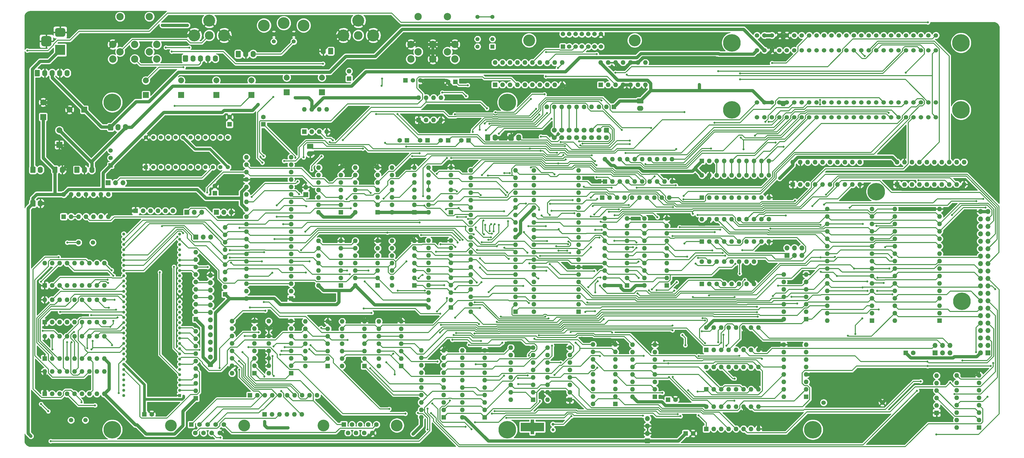
<source format=gtl>
G04 #@! TF.GenerationSoftware,KiCad,Pcbnew,(5.1.6)-1*
G04 #@! TF.CreationDate,2021-11-23T06:49:39+02:00*
G04 #@! TF.ProjectId,Omega-Mainboard,4f6d6567-612d-44d6-9169-6e626f617264,rev?*
G04 #@! TF.SameCoordinates,Original*
G04 #@! TF.FileFunction,Copper,L1,Top*
G04 #@! TF.FilePolarity,Positive*
%FSLAX46Y46*%
G04 Gerber Fmt 4.6, Leading zero omitted, Abs format (unit mm)*
G04 Created by KiCad (PCBNEW (5.1.6)-1) date 2021-11-23 06:49:39*
%MOMM*%
%LPD*%
G01*
G04 APERTURE LIST*
G04 #@! TA.AperFunction,ComponentPad*
%ADD10C,6.000000*%
G04 #@! TD*
G04 #@! TA.AperFunction,ComponentPad*
%ADD11O,1.740000X2.190000*%
G04 #@! TD*
G04 #@! TA.AperFunction,ComponentPad*
%ADD12R,3.500000X3.500000*%
G04 #@! TD*
G04 #@! TA.AperFunction,ComponentPad*
%ADD13O,1.600000X1.600000*%
G04 #@! TD*
G04 #@! TA.AperFunction,ComponentPad*
%ADD14R,1.600000X1.600000*%
G04 #@! TD*
G04 #@! TA.AperFunction,ComponentPad*
%ADD15R,1.397000X1.397000*%
G04 #@! TD*
G04 #@! TA.AperFunction,ComponentPad*
%ADD16C,1.397000*%
G04 #@! TD*
G04 #@! TA.AperFunction,ComponentPad*
%ADD17O,1.700000X1.700000*%
G04 #@! TD*
G04 #@! TA.AperFunction,ComponentPad*
%ADD18R,1.700000X1.700000*%
G04 #@! TD*
G04 #@! TA.AperFunction,ComponentPad*
%ADD19C,1.524000*%
G04 #@! TD*
G04 #@! TA.AperFunction,ComponentPad*
%ADD20O,2.190000X1.740000*%
G04 #@! TD*
G04 #@! TA.AperFunction,ComponentPad*
%ADD21C,1.600000*%
G04 #@! TD*
G04 #@! TA.AperFunction,ComponentPad*
%ADD22C,4.000000*%
G04 #@! TD*
G04 #@! TA.AperFunction,ComponentPad*
%ADD23C,1.000000*%
G04 #@! TD*
G04 #@! TA.AperFunction,SMDPad,CuDef*
%ADD24R,8.000000X3.000000*%
G04 #@! TD*
G04 #@! TA.AperFunction,ComponentPad*
%ADD25R,1.200000X1.200000*%
G04 #@! TD*
G04 #@! TA.AperFunction,ComponentPad*
%ADD26C,1.700000*%
G04 #@! TD*
G04 #@! TA.AperFunction,ComponentPad*
%ADD27R,1.500000X1.500000*%
G04 #@! TD*
G04 #@! TA.AperFunction,ComponentPad*
%ADD28C,1.500000*%
G04 #@! TD*
G04 #@! TA.AperFunction,ComponentPad*
%ADD29C,2.000000*%
G04 #@! TD*
G04 #@! TA.AperFunction,ComponentPad*
%ADD30R,2.000000X2.000000*%
G04 #@! TD*
G04 #@! TA.AperFunction,ComponentPad*
%ADD31C,2.500000*%
G04 #@! TD*
G04 #@! TA.AperFunction,ComponentPad*
%ADD32C,4.000500*%
G04 #@! TD*
G04 #@! TA.AperFunction,ComponentPad*
%ADD33C,1.371600*%
G04 #@! TD*
G04 #@! TA.AperFunction,ComponentPad*
%ADD34R,1.016000X1.016000*%
G04 #@! TD*
G04 #@! TA.AperFunction,ComponentPad*
%ADD35C,1.016000*%
G04 #@! TD*
G04 #@! TA.AperFunction,ComponentPad*
%ADD36C,4.064000*%
G04 #@! TD*
G04 #@! TA.AperFunction,ComponentPad*
%ADD37C,2.971800*%
G04 #@! TD*
G04 #@! TA.AperFunction,ComponentPad*
%ADD38R,1.524000X1.524000*%
G04 #@! TD*
G04 #@! TA.AperFunction,ComponentPad*
%ADD39C,4.048760*%
G04 #@! TD*
G04 #@! TA.AperFunction,ViaPad*
%ADD40C,1.100000*%
G04 #@! TD*
G04 #@! TA.AperFunction,ViaPad*
%ADD41C,0.700000*%
G04 #@! TD*
G04 #@! TA.AperFunction,ViaPad*
%ADD42C,0.900000*%
G04 #@! TD*
G04 #@! TA.AperFunction,Conductor*
%ADD43C,1.100000*%
G04 #@! TD*
G04 #@! TA.AperFunction,Conductor*
%ADD44C,0.350000*%
G04 #@! TD*
G04 #@! TA.AperFunction,Conductor*
%ADD45C,0.900000*%
G04 #@! TD*
G04 #@! TA.AperFunction,Conductor*
%ADD46C,0.254000*%
G04 #@! TD*
G04 APERTURE END LIST*
D10*
X357822000Y-80010000D03*
X279718000Y-80010000D03*
X357822000Y-57150000D03*
X279718000Y-57150000D03*
X358140000Y-145415000D03*
X307340000Y-189230000D03*
X203200000Y-189230000D03*
X68580000Y-189230000D03*
X328930000Y-107950000D03*
X203200000Y-77470000D03*
X68580000Y-77470000D03*
D11*
X53160000Y-67500000D03*
X50620000Y-67500000D03*
X48080000Y-67500000D03*
X45540000Y-67500000D03*
G04 #@! TA.AperFunction,ComponentPad*
G36*
G01*
X42130000Y-68345001D02*
X42130000Y-66654999D01*
G75*
G02*
X42379999Y-66405000I249999J0D01*
G01*
X43620001Y-66405000D01*
G75*
G02*
X43870000Y-66654999I0J-249999D01*
G01*
X43870000Y-68345001D01*
G75*
G02*
X43620001Y-68595000I-249999J0D01*
G01*
X42379999Y-68595000D01*
G75*
G02*
X42130000Y-68345001I0J249999D01*
G01*
G37*
G04 #@! TD.AperFunction*
X44040000Y-100500000D03*
G04 #@! TA.AperFunction,ComponentPad*
G36*
G01*
X40630000Y-101345001D02*
X40630000Y-99654999D01*
G75*
G02*
X40879999Y-99405000I249999J0D01*
G01*
X42120001Y-99405000D01*
G75*
G02*
X42370000Y-99654999I0J-249999D01*
G01*
X42370000Y-101345001D01*
G75*
G02*
X42120001Y-101595000I-249999J0D01*
G01*
X40879999Y-101595000D01*
G75*
G02*
X40630000Y-101345001I0J249999D01*
G01*
G37*
G04 #@! TD.AperFunction*
G04 #@! TA.AperFunction,ComponentPad*
G36*
G01*
X45225000Y-54850000D02*
X46975000Y-54850000D01*
G75*
G02*
X47850000Y-55725000I0J-875000D01*
G01*
X47850000Y-57475000D01*
G75*
G02*
X46975000Y-58350000I-875000J0D01*
G01*
X45225000Y-58350000D01*
G75*
G02*
X44350000Y-57475000I0J875000D01*
G01*
X44350000Y-55725000D01*
G75*
G02*
X45225000Y-54850000I875000J0D01*
G01*
G37*
G04 #@! TD.AperFunction*
G04 #@! TA.AperFunction,ComponentPad*
G36*
G01*
X49800000Y-52100000D02*
X51800000Y-52100000D01*
G75*
G02*
X52550000Y-52850000I0J-750000D01*
G01*
X52550000Y-54350000D01*
G75*
G02*
X51800000Y-55100000I-750000J0D01*
G01*
X49800000Y-55100000D01*
G75*
G02*
X49050000Y-54350000I0J750000D01*
G01*
X49050000Y-52850000D01*
G75*
G02*
X49800000Y-52100000I750000J0D01*
G01*
G37*
G04 #@! TD.AperFunction*
D12*
X50800000Y-59600000D03*
D13*
X199000000Y-63880000D03*
X221860000Y-71500000D03*
X201540000Y-63880000D03*
X219320000Y-71500000D03*
X204080000Y-63880000D03*
X216780000Y-71500000D03*
X206620000Y-63880000D03*
X214240000Y-71500000D03*
X209160000Y-63880000D03*
X211700000Y-71500000D03*
X211700000Y-63880000D03*
X209160000Y-71500000D03*
X214240000Y-63880000D03*
X206620000Y-71500000D03*
X216780000Y-63880000D03*
X204080000Y-71500000D03*
X219320000Y-63880000D03*
X201540000Y-71500000D03*
X221860000Y-63880000D03*
D14*
X199000000Y-71500000D03*
D15*
X80030000Y-99580000D03*
D16*
X82570000Y-99580000D03*
X85110000Y-99580000D03*
X87650000Y-99580000D03*
X90190000Y-99580000D03*
X92730000Y-99580000D03*
X95270000Y-99580000D03*
X97810000Y-99580000D03*
X100350000Y-99580000D03*
X102890000Y-99580000D03*
X105430000Y-99580000D03*
X107970000Y-99580000D03*
X107970000Y-89420000D03*
X105430000Y-89420000D03*
X102890000Y-89420000D03*
X100350000Y-89420000D03*
X97810000Y-89420000D03*
X95270000Y-89420000D03*
X92730000Y-89420000D03*
X90190000Y-89420000D03*
X87650000Y-89420000D03*
X85110000Y-89420000D03*
X82570000Y-89420000D03*
X80030000Y-89420000D03*
D17*
X250975000Y-185455000D03*
X250975000Y-187995000D03*
X250975000Y-190535000D03*
D18*
X250975000Y-193075000D03*
D11*
X51540000Y-100500000D03*
G04 #@! TA.AperFunction,ComponentPad*
G36*
G01*
X48130000Y-101345001D02*
X48130000Y-99654999D01*
G75*
G02*
X48379999Y-99405000I249999J0D01*
G01*
X49620001Y-99405000D01*
G75*
G02*
X49870000Y-99654999I0J-249999D01*
G01*
X49870000Y-101345001D01*
G75*
G02*
X49620001Y-101595000I-249999J0D01*
G01*
X48379999Y-101595000D01*
G75*
G02*
X48130000Y-101345001I0J249999D01*
G01*
G37*
G04 #@! TD.AperFunction*
X44040000Y-112000000D03*
G04 #@! TA.AperFunction,ComponentPad*
G36*
G01*
X40630000Y-112845001D02*
X40630000Y-111154999D01*
G75*
G02*
X40879999Y-110905000I249999J0D01*
G01*
X42120001Y-110905000D01*
G75*
G02*
X42370000Y-111154999I0J-249999D01*
G01*
X42370000Y-112845001D01*
G75*
G02*
X42120001Y-113095000I-249999J0D01*
G01*
X40879999Y-113095000D01*
G75*
G02*
X40630000Y-112845001I0J249999D01*
G01*
G37*
G04 #@! TD.AperFunction*
D13*
X190760000Y-149000000D03*
X206000000Y-100740000D03*
X190760000Y-146460000D03*
X206000000Y-103280000D03*
X190760000Y-143920000D03*
X206000000Y-105820000D03*
X190760000Y-141380000D03*
X206000000Y-108360000D03*
X190760000Y-138840000D03*
X206000000Y-110900000D03*
X190760000Y-136300000D03*
X206000000Y-113440000D03*
X190760000Y-133760000D03*
X206000000Y-115980000D03*
X190760000Y-131220000D03*
X206000000Y-118520000D03*
X190760000Y-128680000D03*
X206000000Y-121060000D03*
X190760000Y-126140000D03*
X206000000Y-123600000D03*
X190760000Y-123600000D03*
X206000000Y-126140000D03*
X190760000Y-121060000D03*
X206000000Y-128680000D03*
X190760000Y-118520000D03*
X206000000Y-131220000D03*
X190760000Y-115980000D03*
X206000000Y-133760000D03*
X190760000Y-113440000D03*
X206000000Y-136300000D03*
X190760000Y-110900000D03*
X206000000Y-138840000D03*
X190760000Y-108360000D03*
X206000000Y-141380000D03*
X190760000Y-105820000D03*
X206000000Y-143920000D03*
X190760000Y-103280000D03*
X206000000Y-146460000D03*
X190760000Y-100740000D03*
D14*
X206000000Y-149000000D03*
D19*
X349250000Y-54610000D03*
X349250000Y-59690000D03*
X346710000Y-54610000D03*
X346710000Y-59690000D03*
X344170000Y-54610000D03*
X344170000Y-59690000D03*
X341630000Y-54610000D03*
X341630000Y-59690000D03*
X339090000Y-54610000D03*
X339090000Y-59690000D03*
X336550000Y-54610000D03*
X336550000Y-59690000D03*
X334010000Y-54610000D03*
X334010000Y-59690000D03*
X331470000Y-54610000D03*
X331470000Y-59690000D03*
X328930000Y-54610000D03*
X328930000Y-59690000D03*
X326390000Y-54610000D03*
X326390000Y-59690000D03*
X323850000Y-54610000D03*
X323850000Y-59690000D03*
X321310000Y-54610000D03*
X321310000Y-59690000D03*
X318770000Y-54610000D03*
X318770000Y-59690000D03*
X316230000Y-54610000D03*
X316230000Y-59690000D03*
X313690000Y-54610000D03*
X313690000Y-59690000D03*
X311150000Y-54610000D03*
X311150000Y-59690000D03*
X308610000Y-54610000D03*
X308610000Y-59690000D03*
X306070000Y-54610000D03*
X306070000Y-59690000D03*
X303530000Y-54610000D03*
X303530000Y-59690000D03*
X300990000Y-54610000D03*
X300990000Y-59690000D03*
X298450000Y-54610000D03*
X298450000Y-59690000D03*
X295910000Y-54610000D03*
X295910000Y-59690000D03*
X293370000Y-54610000D03*
X293370000Y-59690000D03*
X290830000Y-54610000D03*
X290830000Y-59690000D03*
X288290000Y-54610000D03*
X288290000Y-59690000D03*
X349250000Y-77470000D03*
X349250000Y-82550000D03*
X346710000Y-77470000D03*
X346710000Y-82550000D03*
X344170000Y-77470000D03*
X344170000Y-82550000D03*
X341630000Y-77470000D03*
X341630000Y-82550000D03*
X339090000Y-77470000D03*
X339090000Y-82550000D03*
X336550000Y-77470000D03*
X336550000Y-82550000D03*
X334010000Y-77470000D03*
X334010000Y-82550000D03*
X331470000Y-77470000D03*
X331470000Y-82550000D03*
X328930000Y-77470000D03*
X328930000Y-82550000D03*
X326390000Y-77470000D03*
X326390000Y-82550000D03*
X323850000Y-77470000D03*
X323850000Y-82550000D03*
X321310000Y-77470000D03*
X321310000Y-82550000D03*
X318770000Y-77470000D03*
X318770000Y-82550000D03*
X316230000Y-77470000D03*
X316230000Y-82550000D03*
X313690000Y-77470000D03*
X313690000Y-82550000D03*
X311150000Y-77470000D03*
X311150000Y-82550000D03*
X308610000Y-77470000D03*
X308610000Y-82550000D03*
X306070000Y-77470000D03*
X306070000Y-82550000D03*
X303530000Y-77470000D03*
X303530000Y-82550000D03*
X300990000Y-77470000D03*
X300990000Y-82550000D03*
X298450000Y-77470000D03*
X298450000Y-82550000D03*
X295910000Y-77470000D03*
X295910000Y-82550000D03*
X293370000Y-77470000D03*
X293370000Y-82550000D03*
X290830000Y-77470000D03*
X290830000Y-82550000D03*
X288290000Y-77470000D03*
X288290000Y-82550000D03*
D11*
X207040000Y-89500000D03*
G04 #@! TA.AperFunction,ComponentPad*
G36*
G01*
X203630000Y-90345001D02*
X203630000Y-88654999D01*
G75*
G02*
X203879999Y-88405000I249999J0D01*
G01*
X205120001Y-88405000D01*
G75*
G02*
X205370000Y-88654999I0J-249999D01*
G01*
X205370000Y-90345001D01*
G75*
G02*
X205120001Y-90595000I-249999J0D01*
G01*
X203879999Y-90595000D01*
G75*
G02*
X203630000Y-90345001I0J249999D01*
G01*
G37*
G04 #@! TD.AperFunction*
X199040000Y-89500000D03*
G04 #@! TA.AperFunction,ComponentPad*
G36*
G01*
X195630000Y-90345001D02*
X195630000Y-88654999D01*
G75*
G02*
X195879999Y-88405000I249999J0D01*
G01*
X197120001Y-88405000D01*
G75*
G02*
X197370000Y-88654999I0J-249999D01*
G01*
X197370000Y-90345001D01*
G75*
G02*
X197120001Y-90595000I-249999J0D01*
G01*
X195879999Y-90595000D01*
G75*
G02*
X195630000Y-90345001I0J249999D01*
G01*
G37*
G04 #@! TD.AperFunction*
D20*
X248500000Y-79540000D03*
G04 #@! TA.AperFunction,ComponentPad*
G36*
G01*
X247654999Y-76130000D02*
X249345001Y-76130000D01*
G75*
G02*
X249595000Y-76379999I0J-249999D01*
G01*
X249595000Y-77620001D01*
G75*
G02*
X249345001Y-77870000I-249999J0D01*
G01*
X247654999Y-77870000D01*
G75*
G02*
X247405000Y-77620001I0J249999D01*
G01*
X247405000Y-76379999D01*
G75*
G02*
X247654999Y-76130000I249999J0D01*
G01*
G37*
G04 #@! TD.AperFunction*
X136000000Y-95040000D03*
G04 #@! TA.AperFunction,ComponentPad*
G36*
G01*
X135154999Y-91630000D02*
X136845001Y-91630000D01*
G75*
G02*
X137095000Y-91879999I0J-249999D01*
G01*
X137095000Y-93120001D01*
G75*
G02*
X136845001Y-93370000I-249999J0D01*
G01*
X135154999Y-93370000D01*
G75*
G02*
X134905000Y-93120001I0J249999D01*
G01*
X134905000Y-91879999D01*
G75*
G02*
X135154999Y-91630000I249999J0D01*
G01*
G37*
G04 #@! TD.AperFunction*
D11*
X140460000Y-60000000D03*
G04 #@! TA.AperFunction,ComponentPad*
G36*
G01*
X143870000Y-59154999D02*
X143870000Y-60845001D01*
G75*
G02*
X143620001Y-61095000I-249999J0D01*
G01*
X142379999Y-61095000D01*
G75*
G02*
X142130000Y-60845001I0J249999D01*
G01*
X142130000Y-59154999D01*
G75*
G02*
X142379999Y-58905000I249999J0D01*
G01*
X143620001Y-58905000D01*
G75*
G02*
X143870000Y-59154999I0J-249999D01*
G01*
G37*
G04 #@! TD.AperFunction*
X103660000Y-62500000D03*
X101120000Y-62500000D03*
X98580000Y-62500000D03*
X96040000Y-62500000D03*
G04 #@! TA.AperFunction,ComponentPad*
G36*
G01*
X92630000Y-63345001D02*
X92630000Y-61654999D01*
G75*
G02*
X92879999Y-61405000I249999J0D01*
G01*
X94120001Y-61405000D01*
G75*
G02*
X94370000Y-61654999I0J-249999D01*
G01*
X94370000Y-63345001D01*
G75*
G02*
X94120001Y-63595000I-249999J0D01*
G01*
X92879999Y-63595000D01*
G75*
G02*
X92630000Y-63345001I0J249999D01*
G01*
G37*
G04 #@! TD.AperFunction*
X116580000Y-61000000D03*
X114040000Y-61000000D03*
G04 #@! TA.AperFunction,ComponentPad*
G36*
G01*
X110630000Y-61845001D02*
X110630000Y-60154999D01*
G75*
G02*
X110879999Y-59905000I249999J0D01*
G01*
X112120001Y-59905000D01*
G75*
G02*
X112370000Y-60154999I0J-249999D01*
G01*
X112370000Y-61845001D01*
G75*
G02*
X112120001Y-62095000I-249999J0D01*
G01*
X110879999Y-62095000D01*
G75*
G02*
X110630000Y-61845001I0J249999D01*
G01*
G37*
G04 #@! TD.AperFunction*
X61580000Y-100500000D03*
X59040000Y-100500000D03*
G04 #@! TA.AperFunction,ComponentPad*
G36*
G01*
X55630000Y-101345001D02*
X55630000Y-99654999D01*
G75*
G02*
X55879999Y-99405000I249999J0D01*
G01*
X57120001Y-99405000D01*
G75*
G02*
X57370000Y-99654999I0J-249999D01*
G01*
X57370000Y-101345001D01*
G75*
G02*
X57120001Y-101595000I-249999J0D01*
G01*
X55879999Y-101595000D01*
G75*
G02*
X55630000Y-101345001I0J249999D01*
G01*
G37*
G04 #@! TD.AperFunction*
X73080000Y-86000000D03*
X70540000Y-86000000D03*
G04 #@! TA.AperFunction,ComponentPad*
G36*
G01*
X67130000Y-86845001D02*
X67130000Y-85154999D01*
G75*
G02*
X67379999Y-84905000I249999J0D01*
G01*
X68620001Y-84905000D01*
G75*
G02*
X68870000Y-85154999I0J-249999D01*
G01*
X68870000Y-86845001D01*
G75*
G02*
X68620001Y-87095000I-249999J0D01*
G01*
X67379999Y-87095000D01*
G75*
G02*
X67130000Y-86845001I0J249999D01*
G01*
G37*
G04 #@! TD.AperFunction*
D21*
X260500000Y-179000000D03*
D14*
X258000000Y-179000000D03*
D21*
X266500000Y-190500000D03*
D14*
X264000000Y-190500000D03*
D22*
X165540000Y-187800000D03*
X140540000Y-187800000D03*
D21*
X157195000Y-190340000D03*
X154425000Y-190340000D03*
X151655000Y-190340000D03*
X148885000Y-190340000D03*
X158580000Y-187500000D03*
X155810000Y-187500000D03*
X153040000Y-187500000D03*
X150270000Y-187500000D03*
D14*
X147500000Y-187500000D03*
D22*
X113540000Y-187800000D03*
X88540000Y-187800000D03*
D21*
X105195000Y-190340000D03*
X102425000Y-190340000D03*
X99655000Y-190340000D03*
X96885000Y-190340000D03*
X106580000Y-187500000D03*
X103810000Y-187500000D03*
X101040000Y-187500000D03*
X98270000Y-187500000D03*
D14*
X95500000Y-187500000D03*
D17*
X109080000Y-115000000D03*
X106540000Y-115000000D03*
D18*
X104000000Y-115000000D03*
D17*
X99080000Y-115000000D03*
X96540000Y-115000000D03*
D18*
X94000000Y-115000000D03*
D17*
X364460000Y-114740000D03*
X367000000Y-114740000D03*
X364460000Y-117280000D03*
X367000000Y-117280000D03*
X364460000Y-119820000D03*
X367000000Y-119820000D03*
X364460000Y-122360000D03*
X367000000Y-122360000D03*
X364460000Y-124900000D03*
X367000000Y-124900000D03*
X364460000Y-127440000D03*
X367000000Y-127440000D03*
X364460000Y-129980000D03*
X367000000Y-129980000D03*
X364460000Y-132520000D03*
X367000000Y-132520000D03*
X364460000Y-135060000D03*
X367000000Y-135060000D03*
X364460000Y-137600000D03*
X367000000Y-137600000D03*
X364460000Y-140140000D03*
X367000000Y-140140000D03*
X364460000Y-142680000D03*
X367000000Y-142680000D03*
X364460000Y-145220000D03*
X367000000Y-145220000D03*
X364460000Y-147760000D03*
X367000000Y-147760000D03*
X364460000Y-150300000D03*
X367000000Y-150300000D03*
X364460000Y-152840000D03*
X367000000Y-152840000D03*
X364460000Y-155380000D03*
X367000000Y-155380000D03*
X364460000Y-157920000D03*
X367000000Y-157920000D03*
X364460000Y-160460000D03*
X367000000Y-160460000D03*
X364460000Y-163000000D03*
D18*
X367000000Y-163000000D03*
D13*
X356380000Y-188500000D03*
X364000000Y-170720000D03*
X356380000Y-185960000D03*
X364000000Y-173260000D03*
X356380000Y-183420000D03*
X364000000Y-175800000D03*
X356380000Y-180880000D03*
X364000000Y-178340000D03*
X356380000Y-178340000D03*
X364000000Y-180880000D03*
X356380000Y-175800000D03*
X364000000Y-183420000D03*
X356380000Y-173260000D03*
X364000000Y-185960000D03*
X356380000Y-170720000D03*
D14*
X364000000Y-188500000D03*
D13*
X349500000Y-170800000D03*
X349500000Y-173340000D03*
X349500000Y-175880000D03*
X349500000Y-178420000D03*
X349500000Y-180960000D03*
D14*
X349500000Y-183500000D03*
D18*
X349000000Y-163000000D03*
D17*
X349000000Y-160460000D03*
X351540000Y-163000000D03*
X351540000Y-160460000D03*
X354080000Y-163000000D03*
X354080000Y-160460000D03*
D21*
X341500000Y-163000000D03*
D14*
X339000000Y-163000000D03*
D13*
X335260000Y-152000000D03*
X350500000Y-113900000D03*
X335260000Y-149460000D03*
X350500000Y-116440000D03*
X335260000Y-146920000D03*
X350500000Y-118980000D03*
X335260000Y-144380000D03*
X350500000Y-121520000D03*
X335260000Y-141840000D03*
X350500000Y-124060000D03*
X335260000Y-139300000D03*
X350500000Y-126600000D03*
X335260000Y-136760000D03*
X350500000Y-129140000D03*
X335260000Y-134220000D03*
X350500000Y-131680000D03*
X335260000Y-131680000D03*
X350500000Y-134220000D03*
X335260000Y-129140000D03*
X350500000Y-136760000D03*
X335260000Y-126600000D03*
X350500000Y-139300000D03*
X335260000Y-124060000D03*
X350500000Y-141840000D03*
X335260000Y-121520000D03*
X350500000Y-144380000D03*
X335260000Y-118980000D03*
X350500000Y-146920000D03*
X335260000Y-116440000D03*
X350500000Y-149460000D03*
X335260000Y-113900000D03*
D14*
X350500000Y-152000000D03*
D17*
X134500000Y-106460000D03*
D18*
X134500000Y-109000000D03*
D13*
X312260000Y-152000000D03*
X327500000Y-113900000D03*
X312260000Y-149460000D03*
X327500000Y-116440000D03*
X312260000Y-146920000D03*
X327500000Y-118980000D03*
X312260000Y-144380000D03*
X327500000Y-121520000D03*
X312260000Y-141840000D03*
X327500000Y-124060000D03*
X312260000Y-139300000D03*
X327500000Y-126600000D03*
X312260000Y-136760000D03*
X327500000Y-129140000D03*
X312260000Y-134220000D03*
X327500000Y-131680000D03*
X312260000Y-131680000D03*
X327500000Y-134220000D03*
X312260000Y-129140000D03*
X327500000Y-136760000D03*
X312260000Y-126600000D03*
X327500000Y-139300000D03*
X312260000Y-124060000D03*
X327500000Y-141840000D03*
X312260000Y-121520000D03*
X327500000Y-144380000D03*
X312260000Y-118980000D03*
X327500000Y-146920000D03*
X312260000Y-116440000D03*
X327500000Y-149460000D03*
X312260000Y-113900000D03*
D14*
X327500000Y-152000000D03*
D13*
X297380000Y-178000000D03*
X305000000Y-160220000D03*
X297380000Y-175460000D03*
X305000000Y-162760000D03*
X297380000Y-172920000D03*
X305000000Y-165300000D03*
X297380000Y-170380000D03*
X305000000Y-167840000D03*
X297380000Y-167840000D03*
X305000000Y-170380000D03*
X297380000Y-165300000D03*
X305000000Y-172920000D03*
X297380000Y-162760000D03*
X305000000Y-175460000D03*
X297380000Y-160220000D03*
D14*
X305000000Y-178000000D03*
D13*
X271000000Y-181380000D03*
X288780000Y-189000000D03*
X273540000Y-181380000D03*
X286240000Y-189000000D03*
X276080000Y-181380000D03*
X283700000Y-189000000D03*
X278620000Y-181380000D03*
X281160000Y-189000000D03*
X281160000Y-181380000D03*
X278620000Y-189000000D03*
X283700000Y-181380000D03*
X276080000Y-189000000D03*
X286240000Y-181380000D03*
X273540000Y-189000000D03*
X288780000Y-181380000D03*
D14*
X271000000Y-189000000D03*
D13*
X271000000Y-167880000D03*
X288780000Y-175500000D03*
X273540000Y-167880000D03*
X286240000Y-175500000D03*
X276080000Y-167880000D03*
X283700000Y-175500000D03*
X278620000Y-167880000D03*
X281160000Y-175500000D03*
X281160000Y-167880000D03*
X278620000Y-175500000D03*
X283700000Y-167880000D03*
X276080000Y-175500000D03*
X286240000Y-167880000D03*
X273540000Y-175500000D03*
X288780000Y-167880000D03*
D14*
X271000000Y-175500000D03*
D17*
X303580000Y-127185000D03*
X303580000Y-129725000D03*
X301040000Y-127185000D03*
X301040000Y-129725000D03*
X298500000Y-127185000D03*
D18*
X298500000Y-129725000D03*
D13*
X271000000Y-154380000D03*
X288780000Y-162000000D03*
X273540000Y-154380000D03*
X286240000Y-162000000D03*
X276080000Y-154380000D03*
X283700000Y-162000000D03*
X278620000Y-154380000D03*
X281160000Y-162000000D03*
X281160000Y-154380000D03*
X278620000Y-162000000D03*
X283700000Y-154380000D03*
X276080000Y-162000000D03*
X286240000Y-154380000D03*
X273540000Y-162000000D03*
X288780000Y-154380000D03*
D14*
X271000000Y-162000000D03*
D13*
X269500000Y-131880000D03*
X287280000Y-139500000D03*
X272040000Y-131880000D03*
X284740000Y-139500000D03*
X274580000Y-131880000D03*
X282200000Y-139500000D03*
X277120000Y-131880000D03*
X279660000Y-139500000D03*
X279660000Y-131880000D03*
X277120000Y-139500000D03*
X282200000Y-131880000D03*
X274580000Y-139500000D03*
X284740000Y-131880000D03*
X272040000Y-139500000D03*
X287280000Y-131880000D03*
D14*
X269500000Y-139500000D03*
D13*
X269500000Y-117380000D03*
X292360000Y-125000000D03*
X272040000Y-117380000D03*
X289820000Y-125000000D03*
X274580000Y-117380000D03*
X287280000Y-125000000D03*
X277120000Y-117380000D03*
X284740000Y-125000000D03*
X279660000Y-117380000D03*
X282200000Y-125000000D03*
X282200000Y-117380000D03*
X279660000Y-125000000D03*
X284740000Y-117380000D03*
X277120000Y-125000000D03*
X287280000Y-117380000D03*
X274580000Y-125000000D03*
X289820000Y-117380000D03*
X272040000Y-125000000D03*
X292360000Y-117380000D03*
D14*
X269500000Y-125000000D03*
D13*
X336000000Y-97880000D03*
X358860000Y-105500000D03*
X338540000Y-97880000D03*
X356320000Y-105500000D03*
X341080000Y-97880000D03*
X353780000Y-105500000D03*
X343620000Y-97880000D03*
X351240000Y-105500000D03*
X346160000Y-97880000D03*
X348700000Y-105500000D03*
X348700000Y-97880000D03*
X346160000Y-105500000D03*
X351240000Y-97880000D03*
X343620000Y-105500000D03*
X353780000Y-97880000D03*
X341080000Y-105500000D03*
X356320000Y-97880000D03*
X338540000Y-105500000D03*
X358860000Y-97880000D03*
D14*
X336000000Y-105500000D03*
D13*
X245880000Y-178000000D03*
X253500000Y-160220000D03*
X245880000Y-175460000D03*
X253500000Y-162760000D03*
X245880000Y-172920000D03*
X253500000Y-165300000D03*
X245880000Y-170380000D03*
X253500000Y-167840000D03*
X245880000Y-167840000D03*
X253500000Y-170380000D03*
X245880000Y-165300000D03*
X253500000Y-172920000D03*
X245880000Y-162760000D03*
X253500000Y-175460000D03*
X245880000Y-160220000D03*
D14*
X253500000Y-178000000D03*
D13*
X232380000Y-180500000D03*
X240000000Y-160180000D03*
X232380000Y-177960000D03*
X240000000Y-162720000D03*
X232380000Y-175420000D03*
X240000000Y-165260000D03*
X232380000Y-172880000D03*
X240000000Y-167800000D03*
X232380000Y-170340000D03*
X240000000Y-170340000D03*
X232380000Y-167800000D03*
X240000000Y-172880000D03*
X232380000Y-165260000D03*
X240000000Y-175420000D03*
X232380000Y-162720000D03*
X240000000Y-177960000D03*
X232380000Y-160180000D03*
D14*
X240000000Y-180500000D03*
D23*
X218725000Y-187375000D03*
X218725000Y-189275000D03*
D24*
X211725000Y-188325000D03*
D25*
X211725000Y-186425000D03*
X211725000Y-190225000D03*
D13*
X249880000Y-140000000D03*
X257500000Y-117140000D03*
X249880000Y-137460000D03*
X257500000Y-119680000D03*
X249880000Y-134920000D03*
X257500000Y-122220000D03*
X249880000Y-132380000D03*
X257500000Y-124760000D03*
X249880000Y-129840000D03*
X257500000Y-127300000D03*
X249880000Y-127300000D03*
X257500000Y-129840000D03*
X249880000Y-124760000D03*
X257500000Y-132380000D03*
X249880000Y-122220000D03*
X257500000Y-134920000D03*
X249880000Y-119680000D03*
X257500000Y-137460000D03*
X249880000Y-117140000D03*
D14*
X257500000Y-140000000D03*
D13*
X236380000Y-140000000D03*
X244000000Y-117140000D03*
X236380000Y-137460000D03*
X244000000Y-119680000D03*
X236380000Y-134920000D03*
X244000000Y-122220000D03*
X236380000Y-132380000D03*
X244000000Y-124760000D03*
X236380000Y-129840000D03*
X244000000Y-127300000D03*
X236380000Y-127300000D03*
X244000000Y-129840000D03*
X236380000Y-124760000D03*
X244000000Y-132380000D03*
X236380000Y-122220000D03*
X244000000Y-134920000D03*
X236380000Y-119680000D03*
X244000000Y-137460000D03*
X236380000Y-117140000D03*
D14*
X244000000Y-140000000D03*
D13*
X269500000Y-102380000D03*
X292360000Y-110000000D03*
X272040000Y-102380000D03*
X289820000Y-110000000D03*
X274580000Y-102380000D03*
X287280000Y-110000000D03*
X277120000Y-102380000D03*
X284740000Y-110000000D03*
X279660000Y-102380000D03*
X282200000Y-110000000D03*
X282200000Y-102380000D03*
X279660000Y-110000000D03*
X284740000Y-102380000D03*
X277120000Y-110000000D03*
X287280000Y-102380000D03*
X274580000Y-110000000D03*
X289820000Y-102380000D03*
X272040000Y-110000000D03*
X292360000Y-102380000D03*
D14*
X269500000Y-110000000D03*
D13*
X292360000Y-97500000D03*
X289820000Y-97500000D03*
X287280000Y-97500000D03*
X284740000Y-97500000D03*
X282200000Y-97500000D03*
X279660000Y-97500000D03*
X277120000Y-97500000D03*
X274580000Y-97500000D03*
X272040000Y-97500000D03*
D14*
X269500000Y-97500000D03*
D13*
X300500000Y-97880000D03*
X323360000Y-105500000D03*
X303040000Y-97880000D03*
X320820000Y-105500000D03*
X305580000Y-97880000D03*
X318280000Y-105500000D03*
X308120000Y-97880000D03*
X315740000Y-105500000D03*
X310660000Y-97880000D03*
X313200000Y-105500000D03*
X313200000Y-97880000D03*
X310660000Y-105500000D03*
X315740000Y-97880000D03*
X308120000Y-105500000D03*
X318280000Y-97880000D03*
X305580000Y-105500000D03*
X320820000Y-97880000D03*
X303040000Y-105500000D03*
X323360000Y-97880000D03*
D14*
X300500000Y-105500000D03*
D13*
X216880000Y-179000000D03*
X224500000Y-161220000D03*
X216880000Y-176460000D03*
X224500000Y-163760000D03*
X216880000Y-173920000D03*
X224500000Y-166300000D03*
X216880000Y-171380000D03*
X224500000Y-168840000D03*
X216880000Y-168840000D03*
X224500000Y-171380000D03*
X216880000Y-166300000D03*
X224500000Y-173920000D03*
X216880000Y-163760000D03*
X224500000Y-176460000D03*
X216880000Y-161220000D03*
D14*
X224500000Y-179000000D03*
D13*
X204380000Y-179000000D03*
X212000000Y-161220000D03*
X204380000Y-176460000D03*
X212000000Y-163760000D03*
X204380000Y-173920000D03*
X212000000Y-166300000D03*
X204380000Y-171380000D03*
X212000000Y-168840000D03*
X204380000Y-168840000D03*
X212000000Y-171380000D03*
X204380000Y-166300000D03*
X212000000Y-173920000D03*
X204380000Y-163760000D03*
X212000000Y-176460000D03*
X204380000Y-161220000D03*
D14*
X212000000Y-179000000D03*
D13*
X187880000Y-185000000D03*
X195500000Y-162140000D03*
X187880000Y-182460000D03*
X195500000Y-164680000D03*
X187880000Y-179920000D03*
X195500000Y-167220000D03*
X187880000Y-177380000D03*
X195500000Y-169760000D03*
X187880000Y-174840000D03*
X195500000Y-172300000D03*
X187880000Y-172300000D03*
X195500000Y-174840000D03*
X187880000Y-169760000D03*
X195500000Y-177380000D03*
X187880000Y-167220000D03*
X195500000Y-179920000D03*
X187880000Y-164680000D03*
X195500000Y-182460000D03*
X187880000Y-162140000D03*
D14*
X195500000Y-185000000D03*
D13*
X173880000Y-185000000D03*
X181500000Y-162140000D03*
X173880000Y-182460000D03*
X181500000Y-164680000D03*
X173880000Y-179920000D03*
X181500000Y-167220000D03*
X173880000Y-177380000D03*
X181500000Y-169760000D03*
X173880000Y-174840000D03*
X181500000Y-172300000D03*
X173880000Y-172300000D03*
X181500000Y-174840000D03*
X173880000Y-169760000D03*
X181500000Y-177380000D03*
X173880000Y-167220000D03*
X181500000Y-179920000D03*
X173880000Y-164680000D03*
X181500000Y-182460000D03*
X173880000Y-162140000D03*
D14*
X181500000Y-185000000D03*
D13*
X133200000Y-184000000D03*
X130660000Y-184000000D03*
X128120000Y-184000000D03*
X125580000Y-184000000D03*
X123040000Y-184000000D03*
D14*
X120500000Y-184000000D03*
D13*
X138360000Y-177500000D03*
X135820000Y-177500000D03*
X133280000Y-177500000D03*
X130740000Y-177500000D03*
X128200000Y-177500000D03*
X125660000Y-177500000D03*
X123120000Y-177500000D03*
X120580000Y-177500000D03*
X118040000Y-177500000D03*
D14*
X115500000Y-177500000D03*
D13*
X159380000Y-167500000D03*
X167000000Y-152260000D03*
X159380000Y-164960000D03*
X167000000Y-154800000D03*
X159380000Y-162420000D03*
X167000000Y-157340000D03*
X159380000Y-159880000D03*
X167000000Y-159880000D03*
X159380000Y-157340000D03*
X167000000Y-162420000D03*
X159380000Y-154800000D03*
X167000000Y-164960000D03*
X159380000Y-152260000D03*
D14*
X167000000Y-167500000D03*
D13*
X146880000Y-167500000D03*
X154500000Y-152260000D03*
X146880000Y-164960000D03*
X154500000Y-154800000D03*
X146880000Y-162420000D03*
X154500000Y-157340000D03*
X146880000Y-159880000D03*
X154500000Y-159880000D03*
X146880000Y-157340000D03*
X154500000Y-162420000D03*
X146880000Y-154800000D03*
X154500000Y-164960000D03*
X146880000Y-152260000D03*
D14*
X154500000Y-167500000D03*
D13*
X134380000Y-167500000D03*
X142000000Y-152260000D03*
X134380000Y-164960000D03*
X142000000Y-154800000D03*
X134380000Y-162420000D03*
X142000000Y-157340000D03*
X134380000Y-159880000D03*
X142000000Y-159880000D03*
X134380000Y-157340000D03*
X142000000Y-162420000D03*
X134380000Y-154800000D03*
X142000000Y-164960000D03*
X134380000Y-152260000D03*
D14*
X142000000Y-167500000D03*
D13*
X121880000Y-170000000D03*
X129500000Y-152220000D03*
X121880000Y-167460000D03*
X129500000Y-154760000D03*
X121880000Y-164920000D03*
X129500000Y-157300000D03*
X121880000Y-162380000D03*
X129500000Y-159840000D03*
X121880000Y-159840000D03*
X129500000Y-162380000D03*
X121880000Y-157300000D03*
X129500000Y-164920000D03*
X121880000Y-154760000D03*
X129500000Y-167460000D03*
X121880000Y-152220000D03*
D14*
X129500000Y-170000000D03*
D13*
X109380000Y-170000000D03*
X117000000Y-152220000D03*
X109380000Y-167460000D03*
X117000000Y-154760000D03*
X109380000Y-164920000D03*
X117000000Y-157300000D03*
X109380000Y-162380000D03*
X117000000Y-159840000D03*
X109380000Y-159840000D03*
X117000000Y-162380000D03*
X109380000Y-157300000D03*
X117000000Y-164920000D03*
X109380000Y-154760000D03*
X117000000Y-167460000D03*
X109380000Y-152220000D03*
D14*
X117000000Y-170000000D03*
D13*
X236500000Y-96880000D03*
X259360000Y-104500000D03*
X239040000Y-96880000D03*
X256820000Y-104500000D03*
X241580000Y-96880000D03*
X254280000Y-104500000D03*
X244120000Y-96880000D03*
X251740000Y-104500000D03*
X246660000Y-96880000D03*
X249200000Y-104500000D03*
X249200000Y-96880000D03*
X246660000Y-104500000D03*
X251740000Y-96880000D03*
X244120000Y-104500000D03*
X254280000Y-96880000D03*
X241580000Y-104500000D03*
X256820000Y-96880000D03*
X239040000Y-104500000D03*
X259360000Y-96880000D03*
D14*
X236500000Y-104500000D03*
D13*
X258360000Y-110000000D03*
X255820000Y-110000000D03*
X253280000Y-110000000D03*
X250740000Y-110000000D03*
X248200000Y-110000000D03*
X245660000Y-110000000D03*
X243120000Y-110000000D03*
X240580000Y-110000000D03*
X238040000Y-110000000D03*
D14*
X235500000Y-110000000D03*
D17*
X102000000Y-136520000D03*
X102000000Y-139060000D03*
X102000000Y-141600000D03*
X102000000Y-144140000D03*
X102000000Y-146680000D03*
X102000000Y-149220000D03*
X102000000Y-151760000D03*
X102000000Y-154300000D03*
X102000000Y-156840000D03*
X102000000Y-159380000D03*
X102000000Y-161920000D03*
X102000000Y-164460000D03*
D18*
X102000000Y-167000000D03*
D17*
X102080000Y-123500000D03*
X99540000Y-123500000D03*
D18*
X97000000Y-123500000D03*
D21*
X82000000Y-184000000D03*
D14*
X79500000Y-184000000D03*
D13*
X97000000Y-155640000D03*
X97000000Y-158180000D03*
X97000000Y-160720000D03*
X97000000Y-163260000D03*
X97000000Y-165800000D03*
X97000000Y-168340000D03*
X97000000Y-170880000D03*
X97000000Y-173420000D03*
X97000000Y-175960000D03*
D14*
X97000000Y-178500000D03*
D13*
X97000000Y-128640000D03*
X97000000Y-131180000D03*
X97000000Y-133720000D03*
X97000000Y-136260000D03*
X97000000Y-138800000D03*
X97000000Y-141340000D03*
X97000000Y-143880000D03*
X97000000Y-146420000D03*
X97000000Y-148960000D03*
D14*
X97000000Y-151500000D03*
D26*
X219220000Y-89540000D03*
X221760000Y-89540000D03*
X224300000Y-89540000D03*
X226840000Y-89540000D03*
X229380000Y-89540000D03*
X231920000Y-89540000D03*
X234460000Y-89540000D03*
X237000000Y-89540000D03*
X219220000Y-87000000D03*
X221760000Y-87000000D03*
X224300000Y-87000000D03*
X226840000Y-87000000D03*
X229380000Y-87000000D03*
X231920000Y-87000000D03*
X234460000Y-87000000D03*
G04 #@! TA.AperFunction,ComponentPad*
G36*
G01*
X236400000Y-86150000D02*
X237600000Y-86150000D01*
G75*
G02*
X237850000Y-86400000I0J-250000D01*
G01*
X237850000Y-87600000D01*
G75*
G02*
X237600000Y-87850000I-250000J0D01*
G01*
X236400000Y-87850000D01*
G75*
G02*
X236150000Y-87600000I0J250000D01*
G01*
X236150000Y-86400000D01*
G75*
G02*
X236400000Y-86150000I250000J0D01*
G01*
G37*
G04 #@! TD.AperFunction*
D13*
X216640000Y-79000000D03*
X219180000Y-79000000D03*
X221720000Y-79000000D03*
X224260000Y-79000000D03*
X226800000Y-79000000D03*
X229340000Y-79000000D03*
X231880000Y-79000000D03*
X234420000Y-79000000D03*
X236960000Y-79000000D03*
D14*
X239500000Y-79000000D03*
D13*
X235000000Y-63880000D03*
X250240000Y-71500000D03*
X237540000Y-63880000D03*
X247700000Y-71500000D03*
X240080000Y-63880000D03*
X245160000Y-71500000D03*
X242620000Y-63880000D03*
X242620000Y-71500000D03*
X245160000Y-63880000D03*
X240080000Y-71500000D03*
X247700000Y-63880000D03*
X237540000Y-71500000D03*
X250240000Y-63880000D03*
D14*
X235000000Y-71500000D03*
D13*
X107000000Y-120140000D03*
X107000000Y-122680000D03*
X107000000Y-125220000D03*
X107000000Y-127760000D03*
X107000000Y-130300000D03*
X107000000Y-132840000D03*
X107000000Y-135380000D03*
X107000000Y-137920000D03*
X107000000Y-140460000D03*
D14*
X107000000Y-143000000D03*
D27*
X168500000Y-70000000D03*
D28*
X173580000Y-70000000D03*
X171040000Y-70000000D03*
D13*
X173000000Y-75880000D03*
X180620000Y-83500000D03*
X175540000Y-75880000D03*
X178080000Y-83500000D03*
X178080000Y-75880000D03*
X175540000Y-83500000D03*
X180620000Y-75880000D03*
D14*
X173000000Y-83500000D03*
D21*
X183000000Y-70500000D03*
D14*
X185500000Y-70500000D03*
D21*
X173500000Y-90500000D03*
D14*
X176000000Y-90500000D03*
D21*
X149250000Y-66850000D03*
D14*
X149250000Y-69350000D03*
D13*
X212260000Y-149000000D03*
X227500000Y-100740000D03*
X212260000Y-146460000D03*
X227500000Y-103280000D03*
X212260000Y-143920000D03*
X227500000Y-105820000D03*
X212260000Y-141380000D03*
X227500000Y-108360000D03*
X212260000Y-138840000D03*
X227500000Y-110900000D03*
X212260000Y-136300000D03*
X227500000Y-113440000D03*
X212260000Y-133760000D03*
X227500000Y-115980000D03*
X212260000Y-131220000D03*
X227500000Y-118520000D03*
X212260000Y-128680000D03*
X227500000Y-121060000D03*
X212260000Y-126140000D03*
X227500000Y-123600000D03*
X212260000Y-123600000D03*
X227500000Y-126140000D03*
X212260000Y-121060000D03*
X227500000Y-128680000D03*
X212260000Y-118520000D03*
X227500000Y-131220000D03*
X212260000Y-115980000D03*
X227500000Y-133760000D03*
X212260000Y-113440000D03*
X227500000Y-136300000D03*
X212260000Y-110900000D03*
X227500000Y-138840000D03*
X212260000Y-108360000D03*
X227500000Y-141380000D03*
X212260000Y-105820000D03*
X227500000Y-143920000D03*
X212260000Y-103280000D03*
X227500000Y-146460000D03*
X212260000Y-100740000D03*
D14*
X227500000Y-149000000D03*
D13*
X176380000Y-147500000D03*
X184000000Y-124640000D03*
X176380000Y-144960000D03*
X184000000Y-127180000D03*
X176380000Y-142420000D03*
X184000000Y-129720000D03*
X176380000Y-139880000D03*
X184000000Y-132260000D03*
X176380000Y-137340000D03*
X184000000Y-134800000D03*
X176380000Y-134800000D03*
X184000000Y-137340000D03*
X176380000Y-132260000D03*
X184000000Y-139880000D03*
X176380000Y-129720000D03*
X184000000Y-142420000D03*
X176380000Y-127180000D03*
X184000000Y-144960000D03*
X176380000Y-124640000D03*
D14*
X184000000Y-147500000D03*
X305000000Y-151500000D03*
D13*
X297380000Y-136260000D03*
X305000000Y-148960000D03*
X297380000Y-138800000D03*
X305000000Y-146420000D03*
X297380000Y-141340000D03*
X305000000Y-143880000D03*
X297380000Y-143880000D03*
X305000000Y-141340000D03*
X297380000Y-146420000D03*
X305000000Y-138800000D03*
X297380000Y-148960000D03*
X305000000Y-136260000D03*
X297380000Y-151500000D03*
D14*
X171500000Y-140000000D03*
D13*
X163880000Y-124760000D03*
X171500000Y-137460000D03*
X163880000Y-127300000D03*
X171500000Y-134920000D03*
X163880000Y-129840000D03*
X171500000Y-132380000D03*
X163880000Y-132380000D03*
X171500000Y-129840000D03*
X163880000Y-134920000D03*
X171500000Y-127300000D03*
X163880000Y-137460000D03*
X171500000Y-124760000D03*
X163880000Y-140000000D03*
X151380000Y-140000000D03*
X159000000Y-124760000D03*
X151380000Y-137460000D03*
X159000000Y-127300000D03*
X151380000Y-134920000D03*
X159000000Y-129840000D03*
X151380000Y-132380000D03*
X159000000Y-132380000D03*
X151380000Y-129840000D03*
X159000000Y-134920000D03*
X151380000Y-127300000D03*
X159000000Y-137460000D03*
X151380000Y-124760000D03*
D14*
X159000000Y-140000000D03*
D13*
X138880000Y-140000000D03*
X146500000Y-124760000D03*
X138880000Y-137460000D03*
X146500000Y-127300000D03*
X138880000Y-134920000D03*
X146500000Y-129840000D03*
X138880000Y-132380000D03*
X146500000Y-132380000D03*
X138880000Y-129840000D03*
X146500000Y-134920000D03*
X138880000Y-127300000D03*
X146500000Y-137460000D03*
X138880000Y-124760000D03*
D14*
X146500000Y-140000000D03*
D13*
X176380000Y-115000000D03*
X184000000Y-99760000D03*
X176380000Y-112460000D03*
X184000000Y-102300000D03*
X176380000Y-109920000D03*
X184000000Y-104840000D03*
X176380000Y-107380000D03*
X184000000Y-107380000D03*
X176380000Y-104840000D03*
X184000000Y-109920000D03*
X176380000Y-102300000D03*
X184000000Y-112460000D03*
X176380000Y-99760000D03*
D14*
X184000000Y-115000000D03*
D13*
X151380000Y-115000000D03*
X159000000Y-99760000D03*
X151380000Y-112460000D03*
X159000000Y-102300000D03*
X151380000Y-109920000D03*
X159000000Y-104840000D03*
X151380000Y-107380000D03*
X159000000Y-107380000D03*
X151380000Y-104840000D03*
X159000000Y-109920000D03*
X151380000Y-102300000D03*
X159000000Y-112460000D03*
X151380000Y-99760000D03*
D14*
X159000000Y-115000000D03*
D13*
X163880000Y-115000000D03*
X171500000Y-99760000D03*
X163880000Y-112460000D03*
X171500000Y-102300000D03*
X163880000Y-109920000D03*
X171500000Y-104840000D03*
X163880000Y-107380000D03*
X171500000Y-107380000D03*
X163880000Y-104840000D03*
X171500000Y-109920000D03*
X163880000Y-102300000D03*
X171500000Y-112460000D03*
X163880000Y-99760000D03*
D14*
X171500000Y-115000000D03*
D13*
X138880000Y-115000000D03*
X146500000Y-99760000D03*
X138880000Y-112460000D03*
X146500000Y-102300000D03*
X138880000Y-109920000D03*
X146500000Y-104840000D03*
X138880000Y-107380000D03*
X146500000Y-107380000D03*
X138880000Y-104840000D03*
X146500000Y-109920000D03*
X138880000Y-102300000D03*
X146500000Y-112460000D03*
X138880000Y-99760000D03*
D14*
X146500000Y-115000000D03*
D29*
X104000000Y-70000000D03*
D30*
X104000000Y-75000000D03*
D29*
X128000000Y-69000000D03*
D30*
X128000000Y-74000000D03*
D29*
X116000000Y-70000000D03*
D30*
X116000000Y-75000000D03*
D29*
X92000000Y-70000000D03*
D30*
X92000000Y-75000000D03*
D29*
X80000000Y-70000000D03*
D30*
X80000000Y-75000000D03*
D29*
X140000000Y-69000000D03*
D30*
X140000000Y-74000000D03*
D13*
X134000000Y-79880000D03*
X141620000Y-87500000D03*
X136540000Y-79880000D03*
X139080000Y-87500000D03*
X139080000Y-79880000D03*
X136540000Y-87500000D03*
X141620000Y-79880000D03*
D14*
X134000000Y-87500000D03*
D21*
X187500000Y-90500000D03*
D14*
X190000000Y-90500000D03*
D21*
X180500000Y-90500000D03*
D14*
X183000000Y-90500000D03*
D21*
X166500000Y-90500000D03*
D14*
X169000000Y-90500000D03*
D21*
X120000000Y-82500000D03*
D14*
X120000000Y-85000000D03*
D21*
X108500000Y-82500000D03*
D14*
X108500000Y-85000000D03*
D13*
X114260000Y-144500000D03*
X129500000Y-96240000D03*
X114260000Y-141960000D03*
X129500000Y-98780000D03*
X114260000Y-139420000D03*
X129500000Y-101320000D03*
X114260000Y-136880000D03*
X129500000Y-103860000D03*
X114260000Y-134340000D03*
X129500000Y-106400000D03*
X114260000Y-131800000D03*
X129500000Y-108940000D03*
X114260000Y-129260000D03*
X129500000Y-111480000D03*
X114260000Y-126720000D03*
X129500000Y-114020000D03*
X114260000Y-124180000D03*
X129500000Y-116560000D03*
X114260000Y-121640000D03*
X129500000Y-119100000D03*
X114260000Y-119100000D03*
X129500000Y-121640000D03*
X114260000Y-116560000D03*
X129500000Y-124180000D03*
X114260000Y-114020000D03*
X129500000Y-126720000D03*
X114260000Y-111480000D03*
X129500000Y-129260000D03*
X114260000Y-108940000D03*
X129500000Y-131800000D03*
X114260000Y-106400000D03*
X129500000Y-134340000D03*
X114260000Y-103860000D03*
X129500000Y-136880000D03*
X114260000Y-101320000D03*
X129500000Y-139420000D03*
X114260000Y-98780000D03*
X129500000Y-141960000D03*
X114260000Y-96240000D03*
D14*
X129500000Y-144500000D03*
D13*
X89200000Y-114500000D03*
X86660000Y-114500000D03*
X84120000Y-114500000D03*
X81580000Y-114500000D03*
X79040000Y-114500000D03*
D14*
X76500000Y-114500000D03*
D21*
X103500000Y-106000000D03*
D14*
X103500000Y-108500000D03*
D17*
X72205000Y-104900000D03*
X69665000Y-104900000D03*
D18*
X67125000Y-104900000D03*
D27*
X68000000Y-99000000D03*
D28*
X68000000Y-93920000D03*
X68000000Y-96460000D03*
X59380000Y-186000000D03*
X54500000Y-186000000D03*
X57045000Y-125350000D03*
X61925000Y-125350000D03*
D29*
X50500000Y-87000000D03*
D30*
X50500000Y-92000000D03*
D29*
X54000000Y-80000000D03*
D30*
X59000000Y-80000000D03*
D29*
X45000000Y-77475000D03*
D30*
X45000000Y-82475000D03*
D13*
X45500000Y-132380000D03*
X65820000Y-140000000D03*
X48040000Y-132380000D03*
X63280000Y-140000000D03*
X50580000Y-132380000D03*
X60740000Y-140000000D03*
X53120000Y-132380000D03*
X58200000Y-140000000D03*
X55660000Y-132380000D03*
X55660000Y-140000000D03*
X58200000Y-132380000D03*
X53120000Y-140000000D03*
X60740000Y-132380000D03*
X50580000Y-140000000D03*
X63280000Y-132380000D03*
X48040000Y-140000000D03*
X65820000Y-132380000D03*
D14*
X45500000Y-140000000D03*
D13*
X45500000Y-144880000D03*
X65820000Y-152500000D03*
X48040000Y-144880000D03*
X63280000Y-152500000D03*
X50580000Y-144880000D03*
X60740000Y-152500000D03*
X53120000Y-144880000D03*
X58200000Y-152500000D03*
X55660000Y-144880000D03*
X55660000Y-152500000D03*
X58200000Y-144880000D03*
X53120000Y-152500000D03*
X60740000Y-144880000D03*
X50580000Y-152500000D03*
X63280000Y-144880000D03*
X48040000Y-152500000D03*
X65820000Y-144880000D03*
D14*
X45500000Y-152500000D03*
D13*
X45500000Y-157380000D03*
X65820000Y-165000000D03*
X48040000Y-157380000D03*
X63280000Y-165000000D03*
X50580000Y-157380000D03*
X60740000Y-165000000D03*
X53120000Y-157380000D03*
X58200000Y-165000000D03*
X55660000Y-157380000D03*
X55660000Y-165000000D03*
X58200000Y-157380000D03*
X53120000Y-165000000D03*
X60740000Y-157380000D03*
X50580000Y-165000000D03*
X63280000Y-157380000D03*
X48040000Y-165000000D03*
X65820000Y-157380000D03*
D14*
X45500000Y-165000000D03*
D13*
X45500000Y-169380000D03*
X65820000Y-177000000D03*
X48040000Y-169380000D03*
X63280000Y-177000000D03*
X50580000Y-169380000D03*
X60740000Y-177000000D03*
X53120000Y-169380000D03*
X58200000Y-177000000D03*
X55660000Y-169380000D03*
X55660000Y-177000000D03*
X58200000Y-169380000D03*
X53120000Y-177000000D03*
X60740000Y-169380000D03*
X50580000Y-177000000D03*
X63280000Y-169380000D03*
X48040000Y-177000000D03*
X65820000Y-169380000D03*
D14*
X45500000Y-177000000D03*
D13*
X52000000Y-108880000D03*
X67240000Y-116500000D03*
X54540000Y-108880000D03*
X64700000Y-116500000D03*
X57080000Y-108880000D03*
X62160000Y-116500000D03*
X59620000Y-108880000D03*
X59620000Y-116500000D03*
X62160000Y-108880000D03*
X57080000Y-116500000D03*
X64700000Y-108880000D03*
X54540000Y-116500000D03*
X67240000Y-108880000D03*
D14*
X52000000Y-116500000D03*
D31*
X76200000Y-57720000D03*
X76200000Y-62720000D03*
X71200000Y-60220000D03*
X81200000Y-60220000D03*
X68700000Y-57720000D03*
X68700000Y-62720000D03*
X83700000Y-57720000D03*
X83700000Y-62720000D03*
X81200000Y-48220000D03*
X71200000Y-48220000D03*
X177800000Y-57720000D03*
X177800000Y-62720000D03*
X172800000Y-60220000D03*
X182800000Y-60220000D03*
X170300000Y-57720000D03*
X170300000Y-62720000D03*
X185300000Y-57720000D03*
X185300000Y-62720000D03*
X182800000Y-48220000D03*
X172800000Y-48220000D03*
D32*
X133750000Y-51220000D03*
X120250000Y-51220000D03*
X127000000Y-50420000D03*
D33*
X123600000Y-54220000D03*
X130400000Y-54220000D03*
X130400000Y-56720000D03*
X123600000Y-56720000D03*
D34*
X91525000Y-177559000D03*
D35*
X91525000Y-175781000D03*
X91525000Y-174003000D03*
X91525000Y-172225000D03*
X91525000Y-170447000D03*
X91525000Y-168669000D03*
X91525000Y-166891000D03*
X91525000Y-165113000D03*
X91525000Y-163335000D03*
X91525000Y-161557000D03*
X91525000Y-159779000D03*
X91525000Y-158001000D03*
X91525000Y-156223000D03*
X91525000Y-154445000D03*
X91525000Y-152667000D03*
X91525000Y-150889000D03*
X91525000Y-149111000D03*
X91525000Y-147333000D03*
X91525000Y-145555000D03*
X91525000Y-143777000D03*
X91525000Y-141999000D03*
X91525000Y-140221000D03*
X91525000Y-138443000D03*
X91525000Y-136665000D03*
X91525000Y-134887000D03*
X91525000Y-133109000D03*
X91525000Y-131331000D03*
X91525000Y-129553000D03*
X91525000Y-127775000D03*
X91525000Y-125997000D03*
X91525000Y-124219000D03*
X91525000Y-122441000D03*
X72475000Y-122441000D03*
X72475000Y-124219000D03*
X72475000Y-125997000D03*
X72475000Y-127775000D03*
X72475000Y-129553000D03*
X72475000Y-131331000D03*
X72475000Y-133109000D03*
X72475000Y-134887000D03*
X72475000Y-136665000D03*
X72475000Y-138443000D03*
X72475000Y-140221000D03*
X72475000Y-141999000D03*
X72475000Y-143777000D03*
X72475000Y-145555000D03*
X72475000Y-147333000D03*
X72475000Y-149111000D03*
X72475000Y-150889000D03*
X72475000Y-152667000D03*
X72475000Y-154445000D03*
X72475000Y-156223000D03*
X72475000Y-158001000D03*
X72475000Y-159779000D03*
X72475000Y-161557000D03*
X72475000Y-163335000D03*
X72475000Y-165113000D03*
X72475000Y-166891000D03*
X72475000Y-168669000D03*
X72475000Y-170447000D03*
X72475000Y-172225000D03*
X72475000Y-174003000D03*
X72475000Y-175781000D03*
X72475000Y-177559000D03*
D36*
X101600000Y-49530000D03*
X106680000Y-54610000D03*
X96520000Y-54610000D03*
D37*
X101600000Y-54610000D03*
D19*
X235080000Y-54175000D03*
X232920000Y-54175000D03*
X230760000Y-54175000D03*
X226440000Y-54175000D03*
X224280000Y-54175000D03*
X222120000Y-54175000D03*
X228600000Y-54175000D03*
X235080000Y-58465000D03*
X232920000Y-58465000D03*
X230760000Y-58465000D03*
X228600000Y-58465000D03*
X226440000Y-58465000D03*
X224280000Y-58465000D03*
D38*
X222120000Y-58465000D03*
D39*
X210600000Y-56320000D03*
X246600000Y-56320000D03*
D15*
X198120000Y-58420000D03*
D16*
X198120000Y-55880000D03*
X198120000Y-48260000D03*
X193040000Y-48260000D03*
X193040000Y-55880000D03*
X193040000Y-58420000D03*
D19*
X310999520Y-180000000D03*
X330999480Y-180000000D03*
D36*
X152400000Y-49530000D03*
X157480000Y-54610000D03*
X147320000Y-54610000D03*
D37*
X152400000Y-54610000D03*
D40*
X295989300Y-103421800D03*
X89422200Y-80907400D03*
X268621200Y-71435200D03*
X76966100Y-187587600D03*
X241868000Y-140000000D03*
X120500000Y-186450000D03*
X128450000Y-188550000D03*
X171050000Y-190675000D03*
X118300000Y-78200000D03*
X130850000Y-75875000D03*
X40800000Y-191450000D03*
X94150000Y-51175000D03*
X85625000Y-51175000D03*
X195556400Y-73196800D03*
X274642300Y-136190300D03*
X99204100Y-180006700D03*
X60780800Y-173517000D03*
X276606300Y-172997000D03*
X144339700Y-145077900D03*
X142628300Y-104011900D03*
X113808500Y-152220000D03*
X228543400Y-158034000D03*
X144629400Y-153114300D03*
X57921000Y-150134000D03*
D41*
X143723100Y-90497100D03*
X89816100Y-78696400D03*
X92817200Y-65496400D03*
X94775000Y-58775000D03*
X86800000Y-58775000D03*
X130968400Y-96371100D03*
X170733100Y-95860500D03*
X222337300Y-95474100D03*
X161567700Y-91267100D03*
X168753600Y-92539100D03*
X260735000Y-93427800D03*
X88800000Y-60150000D03*
X140350000Y-64300000D03*
X184023300Y-96509200D03*
X223053400Y-96951100D03*
X53202500Y-125350000D03*
X120387900Y-171117500D03*
X111864100Y-168797400D03*
X105160700Y-168222100D03*
X105431500Y-191977300D03*
X123890200Y-124180000D03*
X123599000Y-170894400D03*
X123161000Y-164143300D03*
X123502600Y-160830600D03*
X113703600Y-157300000D03*
X111764300Y-165790400D03*
X112927200Y-162766800D03*
X162929900Y-182180500D03*
X135728600Y-161720600D03*
X173301900Y-94869300D03*
X185282800Y-81587200D03*
X211261500Y-76353600D03*
X227676700Y-90820900D03*
X228870900Y-91600200D03*
X228094500Y-92173300D03*
X214621600Y-89177000D03*
X213023000Y-79735000D03*
X147115700Y-90376600D03*
X139862700Y-95900000D03*
X136515900Y-100598300D03*
X135756700Y-131800000D03*
X346356900Y-165994000D03*
X319245000Y-157166200D03*
X367927900Y-167535300D03*
X346414100Y-167535300D03*
X344103500Y-172726100D03*
X354107200Y-173180600D03*
X210512000Y-146015000D03*
X314860600Y-130231700D03*
X247591100Y-142697800D03*
X212420400Y-158155700D03*
X309935700Y-130439400D03*
X155884100Y-134878900D03*
X301270400Y-111039900D03*
X329722300Y-148190000D03*
X355609700Y-177105300D03*
X307116400Y-112870600D03*
X329216100Y-141840000D03*
X325980800Y-141840000D03*
X301949100Y-146181500D03*
X230425700Y-145822600D03*
X217207900Y-151273200D03*
X192070800Y-145778200D03*
X334447500Y-143065400D03*
X324282900Y-140666600D03*
X331441500Y-139172200D03*
X369503500Y-141293000D03*
X175995300Y-189221900D03*
X172722100Y-183499400D03*
X179248800Y-148848100D03*
X182649600Y-144328600D03*
X288270100Y-149094500D03*
X293717200Y-143647400D03*
X343294400Y-104087200D03*
X329344200Y-137376300D03*
X325894500Y-138661400D03*
X349415700Y-190866400D03*
X310070700Y-135374200D03*
X190998700Y-189091100D03*
X183659200Y-179316500D03*
X192789300Y-139010200D03*
X315528100Y-136760000D03*
X324184500Y-151221400D03*
X321796500Y-156592200D03*
X288299700Y-147312000D03*
X295497100Y-140114600D03*
X365410600Y-110407800D03*
X321348400Y-134220000D03*
X311171300Y-112401100D03*
X333374700Y-134220000D03*
X220509900Y-98340400D03*
X223628300Y-128160000D03*
X220617500Y-128160000D03*
X226458300Y-159510500D03*
X233618700Y-103056400D03*
X233608600Y-98933500D03*
X164339500Y-163313200D03*
X216460900Y-135030100D03*
X218279800Y-114508800D03*
X288559800Y-150702200D03*
X300052200Y-143874000D03*
X363032300Y-111215200D03*
X319887800Y-113487500D03*
X334192600Y-130422500D03*
X233855400Y-110470600D03*
X237798000Y-114838200D03*
X217731800Y-112169900D03*
X216282000Y-119790000D03*
X210344400Y-119790000D03*
X203676900Y-130950400D03*
X277866500Y-160568800D03*
X178907800Y-128450200D03*
X168797100Y-131764300D03*
X108597000Y-130530000D03*
X234731300Y-140093100D03*
X280631700Y-171849200D03*
X267403600Y-132506800D03*
X266437500Y-115555500D03*
X108584000Y-127989900D03*
X280593300Y-179363900D03*
X239797400Y-116038700D03*
X234574100Y-123644000D03*
X275095700Y-159358300D03*
X329041200Y-119641500D03*
X324377500Y-118980000D03*
X292846800Y-120635500D03*
X366191900Y-113366200D03*
X298091800Y-116086800D03*
X354710900Y-115981700D03*
X366872500Y-178007500D03*
X358281900Y-165659400D03*
X368800500Y-166456200D03*
X362939900Y-162725600D03*
X250294600Y-98595000D03*
X272626300Y-93243400D03*
X268040800Y-115927800D03*
X309980200Y-119294700D03*
X126153600Y-176095100D03*
X85498200Y-119753400D03*
X196241300Y-79571000D03*
X142616500Y-91054600D03*
X165747300Y-81479100D03*
X222808000Y-92406100D03*
X53120000Y-159420600D03*
X62654000Y-180946500D03*
X44277900Y-138682100D03*
X46722100Y-182936200D03*
X44277900Y-180492000D03*
X44868700Y-155468200D03*
X58045200Y-179878800D03*
X50237800Y-130358800D03*
X55499500Y-155951900D03*
X248010500Y-137427300D03*
X202677400Y-109137300D03*
X124652700Y-112669000D03*
X123079400Y-135645800D03*
X90726800Y-123357500D03*
X283265700Y-127933900D03*
X277445100Y-129805100D03*
X214019800Y-114170100D03*
X249694600Y-164034600D03*
X216342100Y-68605400D03*
X209492900Y-112037500D03*
X189839300Y-117294600D03*
X188992000Y-119912500D03*
X280930000Y-132591600D03*
X134392900Y-121613200D03*
X134501800Y-135609900D03*
X92728000Y-122135900D03*
X252467400Y-141336400D03*
X191790200Y-122588300D03*
X193864200Y-130774700D03*
X268056900Y-176266600D03*
X268414200Y-184338700D03*
X258007100Y-166583200D03*
X224598800Y-128935400D03*
X276571200Y-128931200D03*
X120112000Y-95905400D03*
X119551700Y-131784300D03*
X220100500Y-94691500D03*
X259495400Y-123149700D03*
X258344600Y-171346500D03*
X247209100Y-127114700D03*
X223955400Y-125953500D03*
X120314900Y-128683800D03*
X127131400Y-97510000D03*
X210924400Y-93280000D03*
X276877800Y-156878800D03*
X214507800Y-94055400D03*
X233647700Y-60995300D03*
X133768100Y-96243400D03*
X131691600Y-104545100D03*
X116091600Y-109747400D03*
X273036700Y-128090000D03*
X231948500Y-95575500D03*
X192850600Y-127903400D03*
X187935800Y-124376400D03*
X284155900Y-138060200D03*
X211212900Y-99651400D03*
X219268800Y-102030700D03*
X220704100Y-120754500D03*
X198870300Y-119055200D03*
X198515000Y-121535700D03*
X199617100Y-126635900D03*
X275767800Y-120905400D03*
X268180000Y-130595400D03*
X269516200Y-155678300D03*
X270554100Y-159696800D03*
X269698400Y-151154100D03*
X254359300Y-116696200D03*
X273851900Y-121796500D03*
X168430400Y-183775900D03*
X114974000Y-161074700D03*
X193568500Y-153233900D03*
X115466100Y-147523300D03*
X101083700Y-133720000D03*
X309812200Y-76696900D03*
X309812200Y-78201000D03*
X297351200Y-92651900D03*
X293397800Y-64084200D03*
X292226100Y-84119600D03*
X283722800Y-93487700D03*
X282751900Y-89502400D03*
X294583000Y-91200700D03*
X287637300Y-88857100D03*
X291155600Y-84119600D03*
X190078300Y-160288600D03*
X201485100Y-159581800D03*
X214341900Y-129932800D03*
X231718100Y-126932800D03*
X231618800Y-116472800D03*
X241233100Y-114022400D03*
X210106100Y-170698400D03*
X229754900Y-149054500D03*
X233064500Y-148757700D03*
X233199000Y-142394600D03*
X234044000Y-138533800D03*
X235340300Y-120986700D03*
X233189300Y-120986700D03*
X231668800Y-110061100D03*
X263303300Y-109430900D03*
X198845500Y-182936900D03*
X214275800Y-179474600D03*
X219292500Y-170545200D03*
X234779900Y-164114300D03*
X254084900Y-141592700D03*
X260886200Y-138862200D03*
X259660600Y-113249800D03*
X202053900Y-170841700D03*
X210705000Y-132445300D03*
X232852100Y-135074600D03*
X232801600Y-115738100D03*
X282503900Y-67607900D03*
X84768200Y-135481900D03*
X196715000Y-124403200D03*
X200292100Y-119315800D03*
X195907200Y-87011000D03*
X216736000Y-81125200D03*
X240009600Y-67357800D03*
X197187700Y-121477600D03*
X197689000Y-119055200D03*
X193789400Y-86863400D03*
X235251100Y-76872700D03*
X243877100Y-67994000D03*
X196849600Y-142311200D03*
X208628400Y-140119300D03*
X217679500Y-115926300D03*
X225483000Y-110842600D03*
X232277100Y-112875400D03*
X244576400Y-112525600D03*
X282529600Y-69624600D03*
X47552700Y-193159600D03*
X39566600Y-59775300D03*
X346534600Y-50167700D03*
X275031800Y-66843200D03*
X201015200Y-150673400D03*
X216101100Y-150646200D03*
X219822700Y-126609900D03*
X224043400Y-124982600D03*
X221368200Y-91013500D03*
X244908700Y-90574100D03*
X192444400Y-166921000D03*
X200306700Y-88189700D03*
X218282700Y-83069900D03*
X333176200Y-81062400D03*
X202175000Y-127150500D03*
X210084000Y-128849000D03*
X214858400Y-116105200D03*
X226084300Y-115329700D03*
X229293400Y-106307900D03*
X238745600Y-106594800D03*
X273823900Y-84419900D03*
X339016900Y-67383700D03*
X325004900Y-61710500D03*
X156420400Y-168307600D03*
X156904900Y-149387600D03*
X120249000Y-145650500D03*
X119715700Y-98075000D03*
X123390900Y-75648900D03*
X311780600Y-108981800D03*
X203179500Y-108231600D03*
X185370600Y-150998000D03*
X193864200Y-147685400D03*
X195219700Y-122588300D03*
X195056300Y-117826100D03*
X196611100Y-102454500D03*
X203999200Y-101674000D03*
X202210800Y-101674000D03*
X203421600Y-118043600D03*
X194464500Y-125222500D03*
X194390600Y-138879800D03*
X185370600Y-141232000D03*
X197907500Y-122311100D03*
X195634300Y-119315800D03*
X194096200Y-109198100D03*
X100945600Y-108270200D03*
X89589500Y-133631500D03*
X260593200Y-105776600D03*
X259544300Y-171236000D03*
X244896500Y-91697100D03*
X194514300Y-102280200D03*
X174897400Y-112713200D03*
X197111500Y-84790900D03*
X252166100Y-86224600D03*
X253369300Y-102761100D03*
X197626000Y-123547600D03*
X192438300Y-120165900D03*
X218427900Y-160587600D03*
X186008700Y-107874900D03*
X186621700Y-113557900D03*
X217679600Y-132714900D03*
X216758600Y-124829500D03*
X208875900Y-121777400D03*
X202050900Y-114710000D03*
X182249900Y-113999900D03*
X290002100Y-165041600D03*
X213919600Y-157027100D03*
X213795300Y-137594100D03*
X206869500Y-173695600D03*
X206822000Y-171638600D03*
X148721300Y-158654600D03*
X179113600Y-101866800D03*
X156619100Y-108372000D03*
X173291500Y-118501000D03*
X111881800Y-120370000D03*
X149542000Y-136145300D03*
X109067400Y-132201500D03*
X68932400Y-136678400D03*
X70366600Y-150949000D03*
X50764600Y-149087700D03*
X48160000Y-161839600D03*
X61342800Y-150122000D03*
X54703300Y-159420900D03*
X69814700Y-148301900D03*
X59993500Y-161411000D03*
X67416800Y-147609900D03*
X67164500Y-139120200D03*
X68898200Y-152102400D03*
X67898400Y-154155900D03*
X66937200Y-138042100D03*
X61884500Y-158959300D03*
X61476900Y-161869200D03*
X68480200Y-160415000D03*
X68341600Y-134807200D03*
X69311500Y-144880000D03*
X136170300Y-160429900D03*
X127283200Y-161110000D03*
X126833100Y-119100000D03*
X125806600Y-163605400D03*
X124622600Y-116560000D03*
X126233000Y-162380000D03*
X120711700Y-148621200D03*
X118435300Y-156030000D03*
X132206500Y-108865100D03*
X134661900Y-112954800D03*
X256628200Y-165719700D03*
X177226000Y-183601900D03*
X342830600Y-175970800D03*
X180277900Y-156102400D03*
X259453800Y-153707000D03*
X261907900Y-120129000D03*
X199590000Y-152468300D03*
X194225300Y-158990600D03*
X331987500Y-126919300D03*
X220456300Y-65773400D03*
X215844400Y-74755700D03*
X199137900Y-80914000D03*
X182626400Y-96490600D03*
X174481500Y-109475300D03*
X264856600Y-175778600D03*
X262183700Y-184650300D03*
X192140800Y-186767300D03*
X164830200Y-170377000D03*
X161957000Y-166277900D03*
X165867300Y-141762700D03*
X175056900Y-141762700D03*
X185758300Y-156213600D03*
X181640500Y-139880000D03*
X154546700Y-138626900D03*
X184897800Y-156963200D03*
X176019900Y-182076400D03*
X249448400Y-184439800D03*
X263853900Y-160397700D03*
X262854700Y-156929000D03*
X263540300Y-125695300D03*
X202827300Y-185239800D03*
X188968100Y-188248100D03*
X177582000Y-180260300D03*
X263187600Y-110574400D03*
X259463500Y-155308900D03*
X192025100Y-156430800D03*
X186282900Y-125304500D03*
X173819600Y-122781800D03*
X282389800Y-136042800D03*
X280650500Y-143993900D03*
X266457000Y-143993900D03*
X268356100Y-164092300D03*
X261238900Y-183944400D03*
X197968500Y-183793300D03*
X179429900Y-165950000D03*
X282249900Y-164033300D03*
X276067100Y-159526500D03*
X236077100Y-151500700D03*
X180590600Y-153462300D03*
X180324200Y-149623500D03*
X154256300Y-147868200D03*
X238903900Y-156049200D03*
X224770200Y-155937900D03*
X247867700Y-131830400D03*
X221406800Y-166300000D03*
X264455900Y-130200300D03*
X256046700Y-176694600D03*
X246006900Y-126963100D03*
X239663800Y-124760000D03*
X234899500Y-137283600D03*
X230748700Y-140570600D03*
X247252600Y-125308100D03*
X260109800Y-141747400D03*
X251463900Y-141670800D03*
X233831000Y-168140300D03*
X234981500Y-118228800D03*
X233075500Y-97551400D03*
X148414300Y-110570200D03*
X210549700Y-163936900D03*
X184450800Y-158549900D03*
X185460700Y-126903400D03*
X180422200Y-125921600D03*
X172933200Y-137538100D03*
X174278000Y-136447600D03*
X186053000Y-116607500D03*
X189159200Y-116607500D03*
X195447400Y-84746600D03*
X214127200Y-81672900D03*
X139743900Y-154478900D03*
X148558800Y-134920000D03*
X216431200Y-60308800D03*
X270564400Y-151929400D03*
X271961900Y-143393600D03*
X160360600Y-71821500D03*
X160507100Y-69357900D03*
X189153800Y-75363600D03*
X181022100Y-74152700D03*
X189682500Y-71637700D03*
X158491600Y-81479100D03*
X225057600Y-184645200D03*
D42*
X92835900Y-177781100D03*
D41*
X193863200Y-133885100D03*
X186976900Y-124538200D03*
X132882800Y-127939100D03*
X162332200Y-121932300D03*
X161007500Y-110378100D03*
X70803000Y-176739900D03*
X98245400Y-161990000D03*
X149851600Y-113694700D03*
X153956900Y-93249200D03*
X242189400Y-86880400D03*
X243479100Y-94752500D03*
X247304000Y-106604200D03*
X191382100Y-87568400D03*
X263572200Y-80839700D03*
D43*
X364460000Y-163000000D02*
X363145700Y-164314300D01*
X363145700Y-164314300D02*
X355487100Y-164314300D01*
X355487100Y-164314300D02*
X355094500Y-164706900D01*
X355094500Y-164706900D02*
X340706900Y-164706900D01*
X340706900Y-164706900D02*
X339000000Y-163000000D01*
X236500000Y-96880000D02*
X238613100Y-98993100D01*
X238613100Y-98993100D02*
X239499800Y-98993100D01*
X239499800Y-98993100D02*
X240400300Y-99893600D01*
X240400300Y-99893600D02*
X248197800Y-99893600D01*
X248197800Y-99893600D02*
X249300100Y-100995900D01*
X249300100Y-100995900D02*
X251289200Y-100995900D01*
X251289200Y-100995900D02*
X251324700Y-100960400D01*
X251324700Y-100960400D02*
X266240600Y-100960400D01*
X266240600Y-100960400D02*
X267160500Y-100040500D01*
X297380000Y-151500000D02*
X296945500Y-151934500D01*
X296945500Y-151934500D02*
X273445500Y-151934500D01*
X273445500Y-151934500D02*
X271000000Y-154380000D01*
X271000000Y-181380000D02*
X270563200Y-180943200D01*
X270563200Y-180943200D02*
X257074100Y-180943200D01*
X257074100Y-180943200D02*
X255824500Y-179693600D01*
X255824500Y-179693600D02*
X247573600Y-179693600D01*
X247573600Y-179693600D02*
X245880000Y-178000000D01*
X250975000Y-193075000D02*
X250961100Y-193088900D01*
X250961100Y-193088900D02*
X196734100Y-193088900D01*
X196734100Y-193088900D02*
X188645200Y-185000000D01*
X188645200Y-185000000D02*
X187880000Y-185000000D01*
X250975000Y-193075000D02*
X261425000Y-193075000D01*
X261425000Y-193075000D02*
X264000000Y-190500000D01*
X235000000Y-63880000D02*
X235000000Y-64045600D01*
X235000000Y-64045600D02*
X240804000Y-69849600D01*
X240804000Y-69849600D02*
X250956700Y-69849600D01*
X250956700Y-69849600D02*
X252074200Y-70967100D01*
X252074200Y-70967100D02*
X252074200Y-73425800D01*
X267160500Y-100040500D02*
X267160500Y-99839500D01*
X267160500Y-99839500D02*
X269500000Y-97500000D01*
X269500000Y-102380000D02*
X267160500Y-100040500D01*
X151380000Y-140000000D02*
X157990400Y-146610400D01*
X157990400Y-146610400D02*
X175490400Y-146610400D01*
X175490400Y-146610400D02*
X176380000Y-147500000D01*
X151380000Y-140000000D02*
X149729600Y-141650400D01*
X149729600Y-141650400D02*
X145793100Y-141650400D01*
X102000000Y-166718600D02*
X102000000Y-167000000D01*
X97000000Y-151500000D02*
X99475000Y-153975000D01*
X99475000Y-153975000D02*
X99475000Y-164475000D01*
X99475000Y-164475000D02*
X101718600Y-166718600D01*
X101718600Y-166718600D02*
X102000000Y-166718600D01*
X102000000Y-166718600D02*
X102162700Y-166718600D01*
X102162700Y-166718600D02*
X103700400Y-165180900D01*
X103700400Y-165180900D02*
X103700400Y-149299600D01*
X103700400Y-149299600D02*
X108500000Y-144500000D01*
X108500000Y-144500000D02*
X107000000Y-143000000D01*
X114260000Y-144500000D02*
X108500000Y-144500000D01*
X145793100Y-141650400D02*
X145793100Y-145640200D01*
X145793100Y-145640200D02*
X144919100Y-146514200D01*
X144919100Y-146514200D02*
X125790300Y-146514200D01*
X125790300Y-146514200D02*
X123684200Y-144408100D01*
X123684200Y-144408100D02*
X114351900Y-144408100D01*
X114351900Y-144408100D02*
X114260000Y-144500000D01*
X112562300Y-110171200D02*
X112562300Y-108097700D01*
X112562300Y-108097700D02*
X114260000Y-106400000D01*
X114260000Y-114020000D02*
X112562300Y-112322300D01*
X112562300Y-112322300D02*
X112562300Y-110171200D01*
X65418800Y-107193200D02*
X97470500Y-107193200D01*
X97470500Y-107193200D02*
X100448500Y-110171200D01*
X100448500Y-110171200D02*
X112562300Y-110171200D01*
X65820000Y-177000000D02*
X67474900Y-175345100D01*
X67474900Y-175345100D02*
X67474900Y-166654900D01*
X67474900Y-166654900D02*
X65820000Y-165000000D01*
X65820000Y-177000000D02*
X76407600Y-187587600D01*
X76407600Y-187587600D02*
X76966100Y-187587600D01*
X249880000Y-140000000D02*
X246946600Y-140000000D01*
X246946600Y-140000000D02*
X245295900Y-141650700D01*
X245295900Y-141650700D02*
X242796400Y-141650700D01*
X242796400Y-141650700D02*
X241868000Y-140722300D01*
X241868000Y-140722300D02*
X241868000Y-140000000D01*
X293370000Y-77470000D02*
X290830000Y-77470000D01*
X290830000Y-77470000D02*
X286785800Y-73425800D01*
X286785800Y-73425800D02*
X268621200Y-73425800D01*
X295989300Y-103421800D02*
X300500000Y-98911100D01*
X300500000Y-98911100D02*
X300500000Y-97880000D01*
X206000000Y-123600000D02*
X207650300Y-121949700D01*
X207650300Y-121949700D02*
X207650300Y-118049700D01*
X207650300Y-118049700D02*
X212260000Y-113440000D01*
X68000000Y-99000000D02*
X86092600Y-80907400D01*
X86092600Y-80907400D02*
X89422200Y-80907400D01*
X65418800Y-107193200D02*
X65418800Y-101581200D01*
X65418800Y-101581200D02*
X68000000Y-99000000D01*
X300500000Y-97880000D02*
X302150400Y-96229600D01*
X302150400Y-96229600D02*
X334349600Y-96229600D01*
X334349600Y-96229600D02*
X336000000Y-97880000D01*
X268621200Y-73425800D02*
X252074200Y-73425800D01*
X268621200Y-71435200D02*
X268621200Y-73425800D01*
X252074200Y-73425800D02*
X248500000Y-77000000D01*
X171500000Y-115000000D02*
X176380000Y-115000000D01*
X163880000Y-115000000D02*
X171500000Y-115000000D01*
X145793100Y-141650400D02*
X140530400Y-141650400D01*
X140530400Y-141650400D02*
X138880000Y-140000000D01*
X52000000Y-108880000D02*
X53686800Y-107193200D01*
X53686800Y-107193200D02*
X65418800Y-107193200D01*
X97000000Y-178500000D02*
X92583800Y-182916200D01*
X92583800Y-182916200D02*
X92583800Y-187832300D01*
X92583800Y-187832300D02*
X89744200Y-190671900D01*
X89744200Y-190671900D02*
X80050400Y-190671900D01*
X80050400Y-190671900D02*
X76966100Y-187587600D01*
X41500000Y-111852400D02*
X41500000Y-112000000D01*
X236380000Y-140000000D02*
X241868000Y-140000000D01*
X239500000Y-79000000D02*
X241500000Y-77000000D01*
X241500000Y-77000000D02*
X248500000Y-77000000D01*
X159000000Y-115000000D02*
X163880000Y-115000000D01*
X151380000Y-115000000D02*
X149729600Y-116650400D01*
X149729600Y-116650400D02*
X140530400Y-116650400D01*
X140530400Y-116650400D02*
X138880000Y-115000000D01*
X290830000Y-54610000D02*
X293370000Y-54610000D01*
X136540000Y-79880000D02*
X140540000Y-75880000D01*
X140540000Y-75880000D02*
X173000000Y-75880000D01*
X45000000Y-96500000D02*
X49000000Y-100500000D01*
X45000000Y-82475000D02*
X45000000Y-96500000D01*
X41500000Y-112000000D02*
X41500000Y-110175000D01*
X41500000Y-110175000D02*
X42795000Y-108880000D01*
X49000000Y-108660000D02*
X49220000Y-108880000D01*
X42795000Y-108880000D02*
X49220000Y-108880000D01*
X49000000Y-100500000D02*
X49000000Y-108660000D01*
X49220000Y-108880000D02*
X52000000Y-108880000D01*
X120500000Y-186450000D02*
X120500000Y-187775000D01*
X120500000Y-187775000D02*
X121275000Y-188550000D01*
X121275000Y-188550000D02*
X128450000Y-188550000D01*
X128450000Y-188550000D02*
X128450000Y-188550000D01*
X173880000Y-187845000D02*
X171050000Y-190675000D01*
X173880000Y-185000000D02*
X173880000Y-187845000D01*
X89422200Y-80907400D02*
X105942600Y-80907400D01*
X105942600Y-80907400D02*
X106650000Y-80200000D01*
X106650000Y-80200000D02*
X116150000Y-80200000D01*
X116150000Y-80200000D02*
X116300000Y-80200000D01*
X116300000Y-80200000D02*
X118300000Y-78200000D01*
X118300000Y-78200000D02*
X118300000Y-78200000D01*
X135425000Y-75875000D02*
X130850000Y-75875000D01*
X136540000Y-79880000D02*
X136540000Y-76990000D01*
X136540000Y-76990000D02*
X135425000Y-75875000D01*
X40800000Y-191450000D02*
X39825000Y-190475000D01*
X39825000Y-113675000D02*
X41500000Y-112000000D01*
X39825000Y-190475000D02*
X39825000Y-113675000D01*
X94150000Y-51175000D02*
X85625000Y-51175000D01*
X85625000Y-51175000D02*
X85625000Y-51175000D01*
X228543400Y-158034000D02*
X228959500Y-158450100D01*
X228959500Y-158450100D02*
X238270100Y-158450100D01*
X238270100Y-158450100D02*
X240000000Y-160180000D01*
X195556400Y-73196800D02*
X195239400Y-72879800D01*
X195239400Y-72879800D02*
X184979100Y-72879800D01*
X184979100Y-72879800D02*
X183000000Y-70900700D01*
X183000000Y-70900700D02*
X183000000Y-70500000D01*
X221860000Y-71500000D02*
X220163200Y-73196800D01*
X220163200Y-73196800D02*
X195556400Y-73196800D01*
X45500000Y-152500000D02*
X47506600Y-150493400D01*
X47506600Y-150493400D02*
X51056400Y-150493400D01*
X51056400Y-150493400D02*
X51415800Y-150134000D01*
X51415800Y-150134000D02*
X57921000Y-150134000D01*
X274642300Y-136190300D02*
X280839900Y-136190300D01*
X280839900Y-136190300D02*
X281892700Y-137243100D01*
X281892700Y-137243100D02*
X282887000Y-137243100D01*
X282887000Y-137243100D02*
X283270200Y-136859900D01*
X283270200Y-136859900D02*
X284715900Y-136859900D01*
X284715900Y-136859900D02*
X287280000Y-139424000D01*
X287280000Y-139424000D02*
X287280000Y-139500000D01*
X276606300Y-172997000D02*
X276658800Y-173049500D01*
X276658800Y-173049500D02*
X286329500Y-173049500D01*
X286329500Y-173049500D02*
X288780000Y-175500000D01*
X257500000Y-117140000D02*
X266594100Y-117140000D01*
X266594100Y-117140000D02*
X268500100Y-119046000D01*
X268500100Y-119046000D02*
X270374000Y-119046000D01*
X270374000Y-119046000D02*
X272040000Y-117380000D01*
X181500000Y-162140000D02*
X183155300Y-160484700D01*
X183155300Y-160484700D02*
X188577000Y-160484700D01*
X188577000Y-160484700D02*
X190232300Y-162140000D01*
X190232300Y-162140000D02*
X195500000Y-162140000D01*
X247700000Y-63880000D02*
X245160000Y-63880000D01*
X293370000Y-59690000D02*
X290642400Y-62417600D01*
X290642400Y-62417600D02*
X274242200Y-62417600D01*
X274242200Y-62417600D02*
X274042000Y-62217400D01*
X274042000Y-62217400D02*
X249362600Y-62217400D01*
X249362600Y-62217400D02*
X247700000Y-63880000D01*
X221860000Y-71500000D02*
X223527500Y-73167500D01*
X223527500Y-73167500D02*
X240952500Y-73167500D01*
X240952500Y-73167500D02*
X242620000Y-71500000D01*
X146500000Y-99760000D02*
X148154500Y-98105500D01*
X148154500Y-98105500D02*
X157345500Y-98105500D01*
X157345500Y-98105500D02*
X159000000Y-99760000D01*
X146012800Y-100247200D02*
X146500000Y-99760000D01*
X146012800Y-100247200D02*
X142628300Y-103631700D01*
X142628300Y-103631700D02*
X142628300Y-104011900D01*
X136000000Y-95040000D02*
X136345600Y-94694400D01*
X136345600Y-94694400D02*
X140459900Y-94694400D01*
X140459900Y-94694400D02*
X146012800Y-100247200D01*
X157195000Y-190340000D02*
X155542700Y-191992300D01*
X155542700Y-191992300D02*
X107320300Y-191992300D01*
X107320300Y-191992300D02*
X105668000Y-190340000D01*
X105668000Y-190340000D02*
X105195000Y-190340000D01*
X114260000Y-103860000D02*
X105640000Y-103860000D01*
X105640000Y-103860000D02*
X103500000Y-106000000D01*
X99204100Y-180006700D02*
X99204100Y-177635900D01*
X99204100Y-177635900D02*
X109380000Y-167460000D01*
X69240000Y-114500000D02*
X76500000Y-114500000D01*
X67240000Y-116500000D02*
X69240000Y-114500000D01*
X69240000Y-114500000D02*
X64700000Y-109960000D01*
X64700000Y-109960000D02*
X64700000Y-108880000D01*
X289540000Y-160220000D02*
X283700000Y-154380000D01*
X297380000Y-160220000D02*
X289540000Y-160220000D01*
X289540000Y-160220000D02*
X289540000Y-161240000D01*
X289540000Y-161240000D02*
X288780000Y-162000000D01*
X195500000Y-162140000D02*
X200709900Y-162140000D01*
X200709900Y-162140000D02*
X203284400Y-159565500D01*
X203284400Y-159565500D02*
X207501500Y-159565500D01*
X207501500Y-159565500D02*
X209156000Y-161220000D01*
X209156000Y-161220000D02*
X212000000Y-161220000D01*
X295910000Y-54610000D02*
X293370000Y-57150000D01*
X293370000Y-57150000D02*
X293370000Y-59690000D01*
X129500000Y-152220000D02*
X124420000Y-152220000D01*
X124420000Y-152220000D02*
X121880000Y-154760000D01*
X171500000Y-124760000D02*
X169849600Y-123109600D01*
X169849600Y-123109600D02*
X163196300Y-123109600D01*
X163196300Y-123109600D02*
X161545900Y-124760000D01*
X161545900Y-124760000D02*
X159000000Y-124760000D01*
X167000000Y-152260000D02*
X165349700Y-150609700D01*
X165349700Y-150609700D02*
X156150300Y-150609700D01*
X156150300Y-150609700D02*
X154500000Y-152260000D01*
X68700000Y-57720000D02*
X71810000Y-54610000D01*
X71810000Y-54610000D02*
X96520000Y-54610000D01*
X45500000Y-173517000D02*
X60780800Y-173517000D01*
X45500000Y-173517000D02*
X45500000Y-177000000D01*
X45500000Y-169380000D02*
X45500000Y-173517000D01*
X204500000Y-89500000D02*
X204500000Y-89379200D01*
X204500000Y-89379200D02*
X206340400Y-87538800D01*
X206340400Y-87538800D02*
X217218800Y-87538800D01*
X217218800Y-87538800D02*
X219220000Y-89540000D01*
X283700000Y-181380000D02*
X288780000Y-186460000D01*
X288780000Y-186460000D02*
X288780000Y-189000000D01*
X259360000Y-104500000D02*
X269920000Y-104500000D01*
X269920000Y-104500000D02*
X272040000Y-102380000D01*
X177800000Y-57720000D02*
X185300000Y-57720000D01*
X177800000Y-62720000D02*
X177800000Y-57720000D01*
X154500000Y-152260000D02*
X152821000Y-150581000D01*
X152821000Y-150581000D02*
X146205100Y-150581000D01*
X146205100Y-150581000D02*
X144629400Y-152156700D01*
X144629400Y-152156700D02*
X144629400Y-153114300D01*
X140460000Y-59513100D02*
X140460000Y-60000000D01*
X147320000Y-54610000D02*
X145363100Y-54610000D01*
X145363100Y-54610000D02*
X140460000Y-59513100D01*
X130400000Y-54220000D02*
X135166900Y-54220000D01*
X135166900Y-54220000D02*
X140460000Y-59513100D01*
X123600000Y-54220000D02*
X130400000Y-54220000D01*
X114040000Y-60514200D02*
X114040000Y-61000000D01*
X106680000Y-54610000D02*
X108135800Y-54610000D01*
X108135800Y-54610000D02*
X114040000Y-60514200D01*
X123600000Y-54220000D02*
X120334200Y-54220000D01*
X120334200Y-54220000D02*
X114040000Y-60514200D01*
X53486400Y-98553600D02*
X51540000Y-100500000D01*
X59040000Y-100500000D02*
X59040000Y-99989100D01*
X59040000Y-99989100D02*
X57604500Y-98553600D01*
X57604500Y-98553600D02*
X53486400Y-98553600D01*
X50500000Y-92000000D02*
X53486400Y-94986400D01*
X53486400Y-94986400D02*
X53486400Y-98553600D01*
X336000000Y-105500000D02*
X337660500Y-107160500D01*
X337660500Y-107160500D02*
X357199500Y-107160500D01*
X357199500Y-107160500D02*
X358860000Y-105500000D01*
X204500000Y-89500000D02*
X199040000Y-89500000D01*
X173000000Y-83500000D02*
X174659100Y-85159100D01*
X174659100Y-85159100D02*
X178960900Y-85159100D01*
X178960900Y-85159100D02*
X180620000Y-83500000D01*
X129500000Y-144500000D02*
X130077900Y-145077900D01*
X130077900Y-145077900D02*
X144339700Y-145077900D01*
X117000000Y-152220000D02*
X119340000Y-152220000D01*
X119340000Y-152220000D02*
X121880000Y-154760000D01*
X113808500Y-152220000D02*
X117000000Y-152220000D01*
X44040000Y-112000000D02*
X51420000Y-112000000D01*
X51420000Y-112000000D02*
X54540000Y-108880000D01*
X45000000Y-77475000D02*
X51475000Y-77475000D01*
X51475000Y-77475000D02*
X54000000Y-80000000D01*
X142000000Y-152260000D02*
X142854300Y-153114300D01*
X142854300Y-153114300D02*
X144629400Y-153114300D01*
X224500000Y-179000000D02*
X219420000Y-179000000D01*
X219420000Y-179000000D02*
X216880000Y-176460000D01*
X364460000Y-114740000D02*
X367000000Y-114740000D01*
X173580000Y-70000000D02*
X182500000Y-70000000D01*
X182500000Y-70000000D02*
X183000000Y-70500000D01*
X295910000Y-54610000D02*
X298450000Y-54610000D01*
X295910000Y-77470000D02*
X298450000Y-77470000D01*
X364000000Y-170720000D02*
X362349600Y-169069600D01*
X362349600Y-169069600D02*
X341929900Y-169069600D01*
X341929900Y-169069600D02*
X330999500Y-180000000D01*
X330999500Y-180000000D02*
X321379500Y-170380000D01*
X321379500Y-170380000D02*
X305000000Y-170380000D01*
X242620000Y-71500000D02*
X245160000Y-71500000D01*
X240080000Y-63880000D02*
X241766800Y-65566800D01*
X241766800Y-65566800D02*
X243473200Y-65566800D01*
X243473200Y-65566800D02*
X245160000Y-63880000D01*
X170300000Y-57720000D02*
X177800000Y-57720000D01*
D44*
X305000000Y-175460000D02*
X300997900Y-179462100D01*
X300997900Y-179462100D02*
X283811500Y-179462100D01*
X283811500Y-179462100D02*
X282394700Y-180878900D01*
X282394700Y-180878900D02*
X282394700Y-181936400D01*
X282394700Y-181936400D02*
X281674900Y-182656200D01*
X281674900Y-182656200D02*
X270309100Y-182656200D01*
X270309100Y-182656200D02*
X269621400Y-181968500D01*
X269621400Y-181968500D02*
X255926300Y-181968500D01*
X255926300Y-181968500D02*
X254676800Y-180719000D01*
X254676800Y-180719000D02*
X243269400Y-180719000D01*
X243269400Y-180719000D02*
X241224800Y-178674400D01*
X241224800Y-178674400D02*
X240000000Y-178674400D01*
X240000000Y-178674400D02*
X234205600Y-178674400D01*
X234205600Y-178674400D02*
X232380000Y-180500000D01*
X240000000Y-177960000D02*
X240000000Y-178674400D01*
D43*
X68000000Y-85881700D02*
X76652400Y-77229300D01*
X76652400Y-77229300D02*
X81009700Y-77229300D01*
X81009700Y-77229300D02*
X91089400Y-67149600D01*
X91089400Y-67149600D02*
X142771400Y-67149600D01*
X142771400Y-67149600D02*
X148148700Y-61772300D01*
X148148700Y-61772300D02*
X158114900Y-61772300D01*
X158114900Y-61772300D02*
X167366100Y-52521100D01*
X167366100Y-52521100D02*
X283661100Y-52521100D01*
X283661100Y-52521100D02*
X290830000Y-59690000D01*
X68000000Y-86000000D02*
X68000000Y-85881700D01*
X68000000Y-85881700D02*
X64881700Y-85881700D01*
X64881700Y-85881700D02*
X59000000Y-80000000D01*
X59000000Y-80000000D02*
X48080000Y-69080000D01*
X48080000Y-69080000D02*
X48080000Y-67500000D01*
X288290000Y-59690000D02*
X286962700Y-61017300D01*
X286962700Y-61017300D02*
X275434700Y-61017300D01*
X275434700Y-61017300D02*
X275234500Y-60817100D01*
X275234500Y-60817100D02*
X248709700Y-60817100D01*
X248709700Y-60817100D02*
X247309400Y-62217400D01*
X247309400Y-62217400D02*
X227836800Y-62217400D01*
X227836800Y-62217400D02*
X223034800Y-67019400D01*
X223034800Y-67019400D02*
X155006800Y-67019400D01*
X155006800Y-67019400D02*
X150121700Y-71904500D01*
X150121700Y-71904500D02*
X89155700Y-71904500D01*
X89155700Y-71904500D02*
X75060200Y-86000000D01*
X75060200Y-86000000D02*
X73080000Y-86000000D01*
X61109200Y-97609200D02*
X61619900Y-97609200D01*
X61619900Y-97609200D02*
X73080000Y-86149100D01*
X73080000Y-86149100D02*
X73080000Y-86000000D01*
X61109200Y-97609200D02*
X50500000Y-87000000D01*
X61580000Y-100500000D02*
X61580000Y-98080000D01*
X61580000Y-98080000D02*
X61109200Y-97609200D01*
D44*
X143723100Y-90497100D02*
X143026000Y-89800000D01*
X143026000Y-89800000D02*
X141380000Y-89800000D01*
X141380000Y-89800000D02*
X139080000Y-87500000D01*
X116000000Y-75000000D02*
X112303600Y-78696400D01*
X112303600Y-78696400D02*
X89816100Y-78696400D01*
X130400000Y-56720000D02*
X126120000Y-61000000D01*
X126120000Y-61000000D02*
X116580000Y-61000000D01*
X80000000Y-70000000D02*
X84503600Y-65496400D01*
X84503600Y-65496400D02*
X92817200Y-65496400D01*
X94775000Y-58775000D02*
X86800000Y-58775000D01*
X86800000Y-58775000D02*
X86800000Y-58775000D01*
X78177600Y-64697600D02*
X76200000Y-62720000D01*
X97977400Y-64697600D02*
X78177600Y-64697600D01*
X98580000Y-62500000D02*
X98580000Y-64095000D01*
X98580000Y-64095000D02*
X97977400Y-64697600D01*
X130968400Y-96371100D02*
X130968400Y-95968400D01*
X130968400Y-95968400D02*
X120000000Y-85000000D01*
X129500000Y-139420000D02*
X114260000Y-139420000D01*
X222337300Y-95474100D02*
X221744300Y-96067100D01*
X221744300Y-96067100D02*
X216575600Y-96067100D01*
X216575600Y-96067100D02*
X215621500Y-95113000D01*
X215621500Y-95113000D02*
X175929000Y-95113000D01*
X175929000Y-95113000D02*
X175181500Y-95860500D01*
X175181500Y-95860500D02*
X170733100Y-95860500D01*
X180500000Y-90500000D02*
X179269800Y-91730200D01*
X179269800Y-91730200D02*
X162030800Y-91730200D01*
X162030800Y-91730200D02*
X161567700Y-91267100D01*
X288290000Y-77470000D02*
X282324700Y-83435300D01*
X282324700Y-83435300D02*
X256051800Y-83435300D01*
X256051800Y-83435300D02*
X246243100Y-93244000D01*
X246243100Y-93244000D02*
X240631400Y-93244000D01*
X240631400Y-93244000D02*
X239699000Y-94176400D01*
X239699000Y-94176400D02*
X224028300Y-94176400D01*
X224028300Y-94176400D02*
X223133200Y-93281300D01*
X223133200Y-93281300D02*
X218034900Y-93281300D01*
X218034900Y-93281300D02*
X216432900Y-91679300D01*
X216432900Y-91679300D02*
X195332600Y-91679300D01*
X195332600Y-91679300D02*
X192888300Y-89235000D01*
X192888300Y-89235000D02*
X184265000Y-89235000D01*
X184265000Y-89235000D02*
X183000000Y-90500000D01*
X187500000Y-90500000D02*
X185460900Y-92539100D01*
X185460900Y-92539100D02*
X168753600Y-92539100D01*
X260735000Y-93427800D02*
X260318500Y-93844300D01*
X260318500Y-93844300D02*
X240880200Y-93844300D01*
X240880200Y-93844300D02*
X239947800Y-94776700D01*
X239947800Y-94776700D02*
X223693900Y-94776700D01*
X223693900Y-94776700D02*
X222798900Y-93881700D01*
X222798900Y-93881700D02*
X217786300Y-93881700D01*
X217786300Y-93881700D02*
X216409300Y-92504700D01*
X216409300Y-92504700D02*
X192004700Y-92504700D01*
X192004700Y-92504700D02*
X190000000Y-90500000D01*
X88800000Y-60150000D02*
X88800000Y-60150000D01*
X88800000Y-60150000D02*
X106450000Y-60150000D01*
X106450000Y-60150000D02*
X110600000Y-64300000D01*
X110600000Y-64300000D02*
X140350000Y-64300000D01*
X140350000Y-64300000D02*
X140350000Y-64300000D01*
X184023300Y-96509200D02*
X184075900Y-96456600D01*
X184075900Y-96456600D02*
X215267200Y-96456600D01*
X215267200Y-96456600D02*
X216171100Y-97360500D01*
X216171100Y-97360500D02*
X222644000Y-97360500D01*
X222644000Y-97360500D02*
X223053400Y-96951100D01*
X57045000Y-125350000D02*
X53202500Y-125350000D01*
X118040000Y-177500000D02*
X116764600Y-178775400D01*
X116764600Y-178775400D02*
X104224600Y-178775400D01*
X104224600Y-178775400D02*
X95500000Y-187500000D01*
X120387900Y-171117500D02*
X120387900Y-170847900D01*
X120387900Y-170847900D02*
X117000000Y-167460000D01*
X98270000Y-187500000D02*
X104266300Y-181503700D01*
X104266300Y-181503700D02*
X115825900Y-181503700D01*
X115825900Y-181503700D02*
X119829600Y-177500000D01*
X111864100Y-168797400D02*
X111864100Y-171342600D01*
X111864100Y-171342600D02*
X116616500Y-176095000D01*
X116616500Y-176095000D02*
X118424600Y-176095000D01*
X118424600Y-176095000D02*
X119829600Y-177500000D01*
X120580000Y-177500000D02*
X119829600Y-177500000D01*
X101040000Y-187500000D02*
X106363200Y-182176800D01*
X106363200Y-182176800D02*
X118443200Y-182176800D01*
X118443200Y-182176800D02*
X123120000Y-177500000D01*
X105160700Y-168222100D02*
X105160700Y-161519300D01*
X105160700Y-161519300D02*
X109380000Y-157300000D01*
X109380000Y-164920000D02*
X112734800Y-168274800D01*
X112734800Y-168274800D02*
X112734800Y-171364300D01*
X112734800Y-171364300D02*
X116865200Y-175494700D01*
X116865200Y-175494700D02*
X122902700Y-175494700D01*
X122902700Y-175494700D02*
X124908300Y-177500300D01*
X124908300Y-177500300D02*
X119931700Y-182476900D01*
X119931700Y-182476900D02*
X119524900Y-182476900D01*
X119524900Y-182476900D02*
X118449900Y-183551900D01*
X118449900Y-183551900D02*
X107758100Y-183551900D01*
X107758100Y-183551900D02*
X103810000Y-187500000D01*
X125660000Y-177500000D02*
X124908600Y-177500000D01*
X124908600Y-177500000D02*
X124908300Y-177500300D01*
X129500000Y-124180000D02*
X123890200Y-124180000D01*
X105431500Y-191977300D02*
X104062300Y-191977300D01*
X104062300Y-191977300D02*
X102425000Y-190340000D01*
X129500000Y-159840000D02*
X124493200Y-159840000D01*
X124493200Y-159840000D02*
X123502600Y-160830600D01*
X123161000Y-164143300D02*
X123161000Y-170456400D01*
X123161000Y-170456400D02*
X123599000Y-170894400D01*
X125580000Y-184000000D02*
X124228100Y-185351900D01*
X124228100Y-185351900D02*
X106994100Y-185351900D01*
X106994100Y-185351900D02*
X105195000Y-187151000D01*
X105195000Y-187151000D02*
X105195000Y-187871500D01*
X105195000Y-187871500D02*
X104301200Y-188765300D01*
X104301200Y-188765300D02*
X98459700Y-188765300D01*
X98459700Y-188765300D02*
X96885000Y-190340000D01*
X142000000Y-164960000D02*
X140765300Y-166194700D01*
X140765300Y-166194700D02*
X130765300Y-166194700D01*
X130765300Y-166194700D02*
X129500000Y-167460000D01*
X137090000Y-179378800D02*
X145211200Y-187500000D01*
X145211200Y-187500000D02*
X147500000Y-187500000D01*
X117000000Y-164920000D02*
X115774600Y-166145400D01*
X115774600Y-166145400D02*
X115774600Y-171008100D01*
X115774600Y-171008100D02*
X117308100Y-172541600D01*
X117308100Y-172541600D02*
X132619900Y-172541600D01*
X132619900Y-172541600D02*
X137090000Y-177011700D01*
X137090000Y-177011700D02*
X137090000Y-179378800D01*
X128200000Y-177500000D02*
X130078800Y-179378800D01*
X130078800Y-179378800D02*
X137090000Y-179378800D01*
X111764300Y-165790400D02*
X113335100Y-167361200D01*
X113335100Y-167361200D02*
X113335100Y-171115600D01*
X113335100Y-171115600D02*
X117113900Y-174894400D01*
X117113900Y-174894400D02*
X128134400Y-174894400D01*
X128134400Y-174894400D02*
X130740000Y-177500000D01*
X113703600Y-157300000D02*
X117000000Y-157300000D01*
X112927200Y-162766800D02*
X114887200Y-164726800D01*
X114887200Y-164726800D02*
X114887200Y-170969700D01*
X114887200Y-170969700D02*
X117611200Y-173693700D01*
X117611200Y-173693700D02*
X129536300Y-173693700D01*
X129536300Y-173693700D02*
X133280000Y-177437400D01*
X133280000Y-177437400D02*
X133280000Y-177500000D01*
X109380000Y-162380000D02*
X109485700Y-162380000D01*
X109485700Y-162380000D02*
X113935400Y-166829700D01*
X113935400Y-166829700D02*
X113935400Y-170866900D01*
X113935400Y-170866900D02*
X117362600Y-174294100D01*
X117362600Y-174294100D02*
X129287500Y-174294100D01*
X129287500Y-174294100D02*
X132010000Y-177016600D01*
X132010000Y-177016600D02*
X132010000Y-177970700D01*
X132010000Y-177970700D02*
X132773500Y-178734200D01*
X132773500Y-178734200D02*
X134585800Y-178734200D01*
X134585800Y-178734200D02*
X135820000Y-177500000D01*
X162929900Y-182180500D02*
X159708500Y-182180500D01*
X159708500Y-182180500D02*
X143950500Y-166422500D01*
X143950500Y-166422500D02*
X143950500Y-165166900D01*
X143950500Y-165166900D02*
X142473600Y-163690000D01*
X142473600Y-163690000D02*
X137698000Y-163690000D01*
X137698000Y-163690000D02*
X135728600Y-161720600D01*
X129500000Y-157300000D02*
X130810000Y-158610000D01*
X130810000Y-158610000D02*
X140730000Y-158610000D01*
X140730000Y-158610000D02*
X142000000Y-159880000D01*
X185282800Y-81587200D02*
X185355600Y-81514400D01*
X185355600Y-81514400D02*
X198606000Y-81514400D01*
X198606000Y-81514400D02*
X198816800Y-81725200D01*
X198816800Y-81725200D02*
X199459100Y-81725200D01*
X199459100Y-81725200D02*
X199669900Y-81514400D01*
X199669900Y-81514400D02*
X206100700Y-81514400D01*
X206100700Y-81514400D02*
X211261500Y-76353600D01*
X173301900Y-94869300D02*
X170599700Y-94869300D01*
X170599700Y-94869300D02*
X164439000Y-101030000D01*
X164439000Y-101030000D02*
X162810000Y-101030000D01*
X162810000Y-101030000D02*
X159000000Y-104840000D01*
X227676700Y-90820900D02*
X229190500Y-90820900D01*
X229190500Y-90820900D02*
X229235000Y-90865400D01*
X229235000Y-90865400D02*
X237549000Y-90865400D01*
X237549000Y-90865400D02*
X238325400Y-90089000D01*
X238325400Y-90089000D02*
X238325400Y-88325400D01*
X238325400Y-88325400D02*
X237000000Y-87000000D01*
X234460000Y-87000000D02*
X235736400Y-85723600D01*
X235736400Y-85723600D02*
X237913500Y-85723600D01*
X237913500Y-85723600D02*
X238972600Y-86782700D01*
X238972600Y-86782700D02*
X238972600Y-90291500D01*
X238972600Y-90291500D02*
X237663900Y-91600200D01*
X237663900Y-91600200D02*
X228870900Y-91600200D01*
X231920000Y-87000000D02*
X233833100Y-85086900D01*
X233833100Y-85086900D02*
X238127000Y-85086900D01*
X238127000Y-85086900D02*
X239593100Y-86553000D01*
X239593100Y-86553000D02*
X239593100Y-90527800D01*
X239593100Y-90527800D02*
X237745400Y-92375500D01*
X237745400Y-92375500D02*
X228296700Y-92375500D01*
X228296700Y-92375500D02*
X228094500Y-92173300D01*
X226840000Y-87000000D02*
X226800000Y-86960000D01*
X226800000Y-86960000D02*
X226800000Y-79000000D01*
X224300000Y-87000000D02*
X224260000Y-86960000D01*
X224260000Y-86960000D02*
X224260000Y-79000000D01*
X221760000Y-87000000D02*
X221720000Y-86960000D01*
X221720000Y-86960000D02*
X221720000Y-79000000D01*
X219220000Y-87000000D02*
X219220000Y-79040000D01*
X219220000Y-79040000D02*
X219180000Y-79000000D01*
X221760000Y-89540000D02*
X221745300Y-89540000D01*
X221745300Y-89540000D02*
X220405100Y-90880200D01*
X220405100Y-90880200D02*
X218180800Y-90880200D01*
X218180800Y-90880200D02*
X216477600Y-89177000D01*
X216477600Y-89177000D02*
X214621600Y-89177000D01*
X147115700Y-90376600D02*
X156815900Y-80676400D01*
X156815900Y-80676400D02*
X181514900Y-80676400D01*
X181514900Y-80676400D02*
X183201000Y-82362500D01*
X183201000Y-82362500D02*
X185604000Y-82362500D01*
X185604000Y-82362500D02*
X185829200Y-82137300D01*
X185829200Y-82137300D02*
X198278000Y-82137300D01*
X198278000Y-82137300D02*
X198466200Y-82325500D01*
X198466200Y-82325500D02*
X199707800Y-82325500D01*
X199707800Y-82325500D02*
X199896000Y-82137300D01*
X199896000Y-82137300D02*
X210620700Y-82137300D01*
X210620700Y-82137300D02*
X213023000Y-79735000D01*
X129500000Y-131800000D02*
X135756700Y-131800000D01*
X136515900Y-100598300D02*
X136515900Y-99246800D01*
X136515900Y-99246800D02*
X139862700Y-95900000D01*
X346356900Y-165994000D02*
X323673500Y-165994000D01*
X323673500Y-165994000D02*
X321732800Y-164053300D01*
X321732800Y-164053300D02*
X285753300Y-164053300D01*
X285753300Y-164053300D02*
X283700000Y-162000000D01*
X367000000Y-152840000D02*
X368984500Y-154824500D01*
X368984500Y-154824500D02*
X368984500Y-164239700D01*
X368984500Y-164239700D02*
X366778700Y-166445500D01*
X366778700Y-166445500D02*
X346808400Y-166445500D01*
X346808400Y-166445500D02*
X346356900Y-165994000D01*
X335260000Y-149460000D02*
X327336100Y-157383900D01*
X327336100Y-157383900D02*
X319462700Y-157383900D01*
X319462700Y-157383900D02*
X319245000Y-157166200D01*
X335260000Y-149460000D02*
X336485400Y-150685400D01*
X336485400Y-150685400D02*
X364074600Y-150685400D01*
X364074600Y-150685400D02*
X364460000Y-150300000D01*
X346414100Y-167535300D02*
X367927900Y-167535300D01*
X346414100Y-167535300D02*
X322234900Y-167535300D01*
X322234900Y-167535300D02*
X320695600Y-169074600D01*
X320695600Y-169074600D02*
X304493000Y-169074600D01*
X304493000Y-169074600D02*
X303707500Y-169860100D01*
X303707500Y-169860100D02*
X303707500Y-173432700D01*
X303707500Y-173432700D02*
X304500100Y-174225300D01*
X304500100Y-174225300D02*
X305500600Y-174225300D01*
X305500600Y-174225300D02*
X306252700Y-174977400D01*
X306252700Y-174977400D02*
X306252700Y-178959200D01*
X306252700Y-178959200D02*
X303831900Y-181380000D01*
X303831900Y-181380000D02*
X288780000Y-181380000D01*
X335260000Y-146920000D02*
X336485400Y-148145400D01*
X336485400Y-148145400D02*
X353373200Y-148145400D01*
X353373200Y-148145400D02*
X354087500Y-148859700D01*
X354087500Y-148859700D02*
X363360300Y-148859700D01*
X363360300Y-148859700D02*
X364460000Y-147760000D01*
X286240000Y-181380000D02*
X287465400Y-182605400D01*
X287465400Y-182605400D02*
X304157900Y-182605400D01*
X304157900Y-182605400D02*
X304458200Y-182305100D01*
X304458200Y-182305100D02*
X332053300Y-182305100D01*
X332053300Y-182305100D02*
X341632300Y-172726100D01*
X341632300Y-172726100D02*
X344103500Y-172726100D01*
X283700000Y-189000000D02*
X285020300Y-190320300D01*
X285020300Y-190320300D02*
X298154000Y-190320300D01*
X298154000Y-190320300D02*
X305292800Y-183181500D01*
X305292800Y-183181500D02*
X333626400Y-183181500D01*
X333626400Y-183181500D02*
X342197900Y-174610000D01*
X342197900Y-174610000D02*
X352677800Y-174610000D01*
X352677800Y-174610000D02*
X354107200Y-173180600D01*
X354107200Y-173180600D02*
X355421300Y-174494700D01*
X355421300Y-174494700D02*
X364508700Y-174494700D01*
X364508700Y-174494700D02*
X369584900Y-169418500D01*
X369584900Y-169418500D02*
X369584900Y-150344900D01*
X369584900Y-150344900D02*
X367000000Y-147760000D01*
X212420400Y-158155700D02*
X212816900Y-158552200D01*
X212816900Y-158552200D02*
X227203900Y-158552200D01*
X227203900Y-158552200D02*
X228831700Y-160180000D01*
X228831700Y-160180000D02*
X232380000Y-160180000D01*
X184000000Y-147500000D02*
X186311400Y-145188600D01*
X186311400Y-145188600D02*
X191224400Y-145188600D01*
X191224400Y-145188600D02*
X191431400Y-144981600D01*
X191431400Y-144981600D02*
X203549200Y-144981600D01*
X203549200Y-144981600D02*
X203802000Y-145234400D01*
X203802000Y-145234400D02*
X209731400Y-145234400D01*
X209731400Y-145234400D02*
X210512000Y-146015000D01*
X159380000Y-154800000D02*
X160614700Y-153565300D01*
X160614700Y-153565300D02*
X177934700Y-153565300D01*
X177934700Y-153565300D02*
X184000000Y-147500000D01*
X247591100Y-142697800D02*
X248462000Y-143568700D01*
X248462000Y-143568700D02*
X260475700Y-143568700D01*
X260475700Y-143568700D02*
X262042200Y-142002200D01*
X262042200Y-142002200D02*
X286581500Y-142002200D01*
X286581500Y-142002200D02*
X296084200Y-132499500D01*
X296084200Y-132499500D02*
X304724300Y-132499500D01*
X304724300Y-132499500D02*
X306784400Y-130439400D01*
X306784400Y-130439400D02*
X309935700Y-130439400D01*
X309935700Y-130439400D02*
X314652900Y-130439400D01*
X314652900Y-130439400D02*
X314860600Y-130231700D01*
X241580000Y-104500000D02*
X244522300Y-107442300D01*
X244522300Y-107442300D02*
X255049900Y-107442300D01*
X255049900Y-107442300D02*
X257090000Y-109482400D01*
X257090000Y-109482400D02*
X257090000Y-110502900D01*
X257090000Y-110502900D02*
X257851900Y-111264800D01*
X257851900Y-111264800D02*
X261932600Y-111264800D01*
X261932600Y-111264800D02*
X262617800Y-111950000D01*
X262617800Y-111950000D02*
X289289700Y-111950000D01*
X289289700Y-111950000D02*
X289789500Y-111450200D01*
X289789500Y-111450200D02*
X300860100Y-111450200D01*
X300860100Y-111450200D02*
X301270400Y-111039900D01*
X190760000Y-103280000D02*
X200215200Y-103280000D01*
X200215200Y-103280000D02*
X201485400Y-104550200D01*
X201485400Y-104550200D02*
X230486100Y-104550200D01*
X230486100Y-104550200D02*
X231711300Y-105775400D01*
X231711300Y-105775400D02*
X240304600Y-105775400D01*
X240304600Y-105775400D02*
X241580000Y-104500000D01*
X155884100Y-134878900D02*
X151421100Y-134878900D01*
X151421100Y-134878900D02*
X151380000Y-134920000D01*
X146880000Y-154800000D02*
X148105400Y-153574600D01*
X148105400Y-153574600D02*
X158154600Y-153574600D01*
X158154600Y-153574600D02*
X159380000Y-154800000D01*
X329722300Y-148190000D02*
X327037100Y-148190000D01*
X327037100Y-148190000D02*
X325767100Y-149460000D01*
X325767100Y-149460000D02*
X312260000Y-149460000D01*
X335260000Y-144380000D02*
X336485400Y-143154600D01*
X336485400Y-143154600D02*
X352962000Y-143154600D01*
X352962000Y-143154600D02*
X354134700Y-141981900D01*
X354134700Y-141981900D02*
X361221900Y-141981900D01*
X361221900Y-141981900D02*
X364460000Y-145220000D01*
X305000000Y-146420000D02*
X304956700Y-146420000D01*
X304956700Y-146420000D02*
X303731300Y-147645400D01*
X303731300Y-147645400D02*
X289412700Y-147645400D01*
X289412700Y-147645400D02*
X288795900Y-148262200D01*
X288795900Y-148262200D02*
X235325900Y-148262200D01*
X235325900Y-148262200D02*
X233348300Y-150239800D01*
X233348300Y-150239800D02*
X216795600Y-150239800D01*
X216795600Y-150239800D02*
X216417000Y-149861200D01*
X216417000Y-149861200D02*
X215789800Y-149861200D01*
X215789800Y-149861200D02*
X215411200Y-150239800D01*
X215411200Y-150239800D02*
X205036700Y-150239800D01*
X205036700Y-150239800D02*
X204774600Y-149977700D01*
X204774600Y-149977700D02*
X204774600Y-147685400D01*
X204774600Y-147685400D02*
X206000000Y-146460000D01*
X355609700Y-177105300D02*
X364539100Y-177105300D01*
X364539100Y-177105300D02*
X370217500Y-171426900D01*
X370217500Y-171426900D02*
X370217500Y-148437500D01*
X370217500Y-148437500D02*
X367000000Y-145220000D01*
X327500000Y-144380000D02*
X328770000Y-145650000D01*
X328770000Y-145650000D02*
X349230000Y-145650000D01*
X349230000Y-145650000D02*
X350500000Y-144380000D01*
X327500000Y-144380000D02*
X326230000Y-145650000D01*
X326230000Y-145650000D02*
X305811800Y-145650000D01*
X305811800Y-145650000D02*
X305041800Y-146420000D01*
X305041800Y-146420000D02*
X305000000Y-146420000D01*
X307116400Y-112870600D02*
X309527700Y-110459300D01*
X309527700Y-110459300D02*
X315860700Y-110459300D01*
X315860700Y-110459300D02*
X320820000Y-105500000D01*
X297380000Y-146420000D02*
X297358300Y-146441700D01*
X297358300Y-146441700D02*
X285067400Y-146441700D01*
X285067400Y-146441700D02*
X284897500Y-146611600D01*
X284897500Y-146611600D02*
X230057600Y-146611600D01*
X230057600Y-146611600D02*
X228680600Y-145234600D01*
X228680600Y-145234600D02*
X210711500Y-145234600D01*
X210711500Y-145234600D02*
X209396900Y-143920000D01*
X209396900Y-143920000D02*
X206000000Y-143920000D01*
X301949100Y-146181500D02*
X297618500Y-146181500D01*
X297618500Y-146181500D02*
X297380000Y-146420000D01*
X312260000Y-141840000D02*
X325980800Y-141840000D01*
X329216100Y-141840000D02*
X335260000Y-141840000D01*
X327500000Y-141840000D02*
X326230000Y-143110000D01*
X326230000Y-143110000D02*
X310247700Y-143110000D01*
X310247700Y-143110000D02*
X310042400Y-143315300D01*
X310042400Y-143315300D02*
X307297500Y-143315300D01*
X307297500Y-143315300D02*
X305429100Y-145183700D01*
X305429100Y-145183700D02*
X293987900Y-145183700D01*
X293987900Y-145183700D02*
X293330300Y-145841300D01*
X293330300Y-145841300D02*
X281634900Y-145841300D01*
X281634900Y-145841300D02*
X281464900Y-146011300D01*
X281464900Y-146011300D02*
X230614400Y-146011300D01*
X230614400Y-146011300D02*
X230425700Y-145822600D01*
X217207900Y-151273200D02*
X217032200Y-151448900D01*
X217032200Y-151448900D02*
X200516100Y-151448900D01*
X200516100Y-151448900D02*
X194845400Y-145778200D01*
X194845400Y-145778200D02*
X192070800Y-145778200D01*
X184000000Y-142420000D02*
X182685400Y-141105400D01*
X182685400Y-141105400D02*
X175496100Y-141105400D01*
X175496100Y-141105400D02*
X174390700Y-140000000D01*
X174390700Y-140000000D02*
X171500000Y-140000000D01*
X327500000Y-141840000D02*
X328725400Y-143065400D01*
X328725400Y-143065400D02*
X334447500Y-143065400D01*
X184000000Y-142420000D02*
X189720000Y-142420000D01*
X189720000Y-142420000D02*
X190760000Y-141380000D01*
X297380000Y-143880000D02*
X296837300Y-144422700D01*
X296837300Y-144422700D02*
X293384700Y-144422700D01*
X293384700Y-144422700D02*
X292566400Y-145241000D01*
X292566400Y-145241000D02*
X281386200Y-145241000D01*
X281386200Y-145241000D02*
X281257600Y-145369600D01*
X281257600Y-145369600D02*
X247317300Y-145369600D01*
X247317300Y-145369600D02*
X246769700Y-144822000D01*
X246769700Y-144822000D02*
X230352900Y-144822000D01*
X230352900Y-144822000D02*
X228218500Y-142687600D01*
X228218500Y-142687600D02*
X198148100Y-142687600D01*
X198148100Y-142687600D02*
X196915700Y-143920000D01*
X196915700Y-143920000D02*
X190760000Y-143920000D01*
X297380000Y-143880000D02*
X298598000Y-143880000D01*
X298598000Y-143880000D02*
X299881700Y-142596300D01*
X299881700Y-142596300D02*
X308963700Y-142596300D01*
X308963700Y-142596300D02*
X312260000Y-139300000D01*
X324282900Y-140666600D02*
X324334800Y-140614700D01*
X324334800Y-140614700D02*
X333945300Y-140614700D01*
X333945300Y-140614700D02*
X335260000Y-139300000D01*
X312260000Y-139300000D02*
X313626600Y-140666600D01*
X313626600Y-140666600D02*
X324282900Y-140666600D01*
X335260000Y-139300000D02*
X336530000Y-140570000D01*
X336530000Y-140570000D02*
X364030000Y-140570000D01*
X364030000Y-140570000D02*
X364460000Y-140140000D01*
X172722100Y-183499400D02*
X172947400Y-183724700D01*
X172947400Y-183724700D02*
X174408300Y-183724700D01*
X174408300Y-183724700D02*
X175995300Y-185311700D01*
X175995300Y-185311700D02*
X175995300Y-189221900D01*
X331441500Y-139172200D02*
X327627800Y-139172200D01*
X327627800Y-139172200D02*
X327500000Y-139300000D01*
X179248800Y-148848100D02*
X182649600Y-145447300D01*
X182649600Y-145447300D02*
X182649600Y-144328600D01*
X184000000Y-139880000D02*
X182685400Y-138565400D01*
X182685400Y-138565400D02*
X172605400Y-138565400D01*
X172605400Y-138565400D02*
X171500000Y-137460000D01*
X190760000Y-138840000D02*
X185040000Y-138840000D01*
X185040000Y-138840000D02*
X184000000Y-139880000D01*
X369503500Y-141293000D02*
X368350500Y-140140000D01*
X368350500Y-140140000D02*
X367000000Y-140140000D01*
X190760000Y-146460000D02*
X190857000Y-146557000D01*
X190857000Y-146557000D02*
X194775200Y-146557000D01*
X194775200Y-146557000D02*
X200267600Y-152049400D01*
X200267600Y-152049400D02*
X218814400Y-152049400D01*
X218814400Y-152049400D02*
X220023600Y-150840200D01*
X220023600Y-150840200D02*
X233596900Y-150840200D01*
X233596900Y-150840200D02*
X235342600Y-149094500D01*
X235342600Y-149094500D02*
X288270100Y-149094500D01*
X305000000Y-141340000D02*
X299230200Y-141340000D01*
X299230200Y-141340000D02*
X297915600Y-142654600D01*
X297915600Y-142654600D02*
X294710000Y-142654600D01*
X294710000Y-142654600D02*
X293717200Y-143647400D01*
X312260000Y-136760000D02*
X307680000Y-141340000D01*
X307680000Y-141340000D02*
X305000000Y-141340000D01*
X353780000Y-105500000D02*
X352367200Y-104087200D01*
X352367200Y-104087200D02*
X343294400Y-104087200D01*
X312260000Y-136760000D02*
X314161400Y-138661400D01*
X314161400Y-138661400D02*
X325894500Y-138661400D01*
X329344200Y-137376300D02*
X334643700Y-137376300D01*
X334643700Y-137376300D02*
X335260000Y-136760000D01*
X364460000Y-137600000D02*
X362391700Y-135531700D01*
X362391700Y-135531700D02*
X336488300Y-135531700D01*
X336488300Y-135531700D02*
X335260000Y-136760000D01*
X190760000Y-137032100D02*
X190811200Y-137032100D01*
X190811200Y-137032100D02*
X192789300Y-139010200D01*
X190998700Y-189091100D02*
X188598500Y-186690900D01*
X188598500Y-186690900D02*
X180986800Y-186690900D01*
X180986800Y-186690900D02*
X180237200Y-185941300D01*
X180237200Y-185941300D02*
X180237200Y-181956400D01*
X180237200Y-181956400D02*
X181003600Y-181190000D01*
X181003600Y-181190000D02*
X181974000Y-181190000D01*
X181974000Y-181190000D02*
X183659200Y-179504800D01*
X183659200Y-179504800D02*
X183659200Y-179316500D01*
X349415700Y-190866400D02*
X363837700Y-190866400D01*
X363837700Y-190866400D02*
X370860500Y-183843600D01*
X370860500Y-183843600D02*
X370860500Y-141460500D01*
X370860500Y-141460500D02*
X367000000Y-137600000D01*
X315528100Y-136760000D02*
X314302700Y-135534600D01*
X314302700Y-135534600D02*
X310231100Y-135534600D01*
X310231100Y-135534600D02*
X310070700Y-135374200D01*
X327500000Y-136760000D02*
X315528100Y-136760000D01*
X184000000Y-137032100D02*
X190760000Y-137032100D01*
X190760000Y-137032100D02*
X190760000Y-136300000D01*
X327500000Y-136760000D02*
X328899300Y-138159300D01*
X328899300Y-138159300D02*
X331862400Y-138159300D01*
X331862400Y-138159300D02*
X331991700Y-138030000D01*
X331991700Y-138030000D02*
X349230000Y-138030000D01*
X349230000Y-138030000D02*
X350500000Y-136760000D01*
X321796500Y-156592200D02*
X321796500Y-153609400D01*
X321796500Y-153609400D02*
X324184500Y-151221400D01*
X171500000Y-134920000D02*
X174678700Y-134920000D01*
X174678700Y-134920000D02*
X175828700Y-136070000D01*
X175828700Y-136070000D02*
X183037900Y-136070000D01*
X183037900Y-136070000D02*
X184000000Y-137032100D01*
X184000000Y-137340000D02*
X184000000Y-137032100D01*
X305000000Y-138800000D02*
X309580000Y-134220000D01*
X309580000Y-134220000D02*
X312260000Y-134220000D01*
X295497100Y-140114600D02*
X303685400Y-140114600D01*
X303685400Y-140114600D02*
X305000000Y-138800000D01*
X335260000Y-134220000D02*
X334032900Y-135447100D01*
X334032900Y-135447100D02*
X317307700Y-135447100D01*
X317307700Y-135447100D02*
X316080600Y-134220000D01*
X316080600Y-134220000D02*
X312260000Y-134220000D01*
X206000000Y-149000000D02*
X207269900Y-147730100D01*
X207269900Y-147730100D02*
X235008900Y-147730100D01*
X235008900Y-147730100D02*
X235427000Y-147312000D01*
X235427000Y-147312000D02*
X288299700Y-147312000D01*
X335260000Y-134220000D02*
X348767200Y-134220000D01*
X348767200Y-134220000D02*
X349992500Y-132994700D01*
X349992500Y-132994700D02*
X362394700Y-132994700D01*
X362394700Y-132994700D02*
X364460000Y-135060000D01*
X190760000Y-133760000D02*
X194593600Y-137593600D01*
X194593600Y-137593600D02*
X209109000Y-137593600D01*
X209109000Y-137593600D02*
X211625400Y-140110000D01*
X211625400Y-140110000D02*
X227986800Y-140110000D01*
X227986800Y-140110000D02*
X232097600Y-144220800D01*
X232097600Y-144220800D02*
X247017500Y-144220800D01*
X247017500Y-144220800D02*
X247566000Y-144769300D01*
X247566000Y-144769300D02*
X281008900Y-144769300D01*
X281008900Y-144769300D02*
X281137500Y-144640700D01*
X281137500Y-144640700D02*
X288028000Y-144640700D01*
X288028000Y-144640700D02*
X295138700Y-137530000D01*
X295138700Y-137530000D02*
X300079700Y-137530000D01*
X300079700Y-137530000D02*
X303479700Y-134130000D01*
X303479700Y-134130000D02*
X308236900Y-134130000D01*
X308236900Y-134130000D02*
X309416900Y-132950000D01*
X309416900Y-132950000D02*
X320078400Y-132950000D01*
X320078400Y-132950000D02*
X321348400Y-134220000D01*
X327500000Y-134220000D02*
X321348400Y-134220000D01*
X184000000Y-134492100D02*
X190027900Y-134492100D01*
X190027900Y-134492100D02*
X190760000Y-133760000D01*
X171500000Y-132380000D02*
X172650000Y-133530000D01*
X172650000Y-133530000D02*
X183037900Y-133530000D01*
X183037900Y-133530000D02*
X184000000Y-134492100D01*
X184000000Y-134492100D02*
X184000000Y-134800000D01*
X311171300Y-112401100D02*
X311771600Y-111800800D01*
X311771600Y-111800800D02*
X348330100Y-111800800D01*
X348330100Y-111800800D02*
X349723100Y-110407800D01*
X349723100Y-110407800D02*
X365410600Y-110407800D01*
X333374700Y-134220000D02*
X327500000Y-134220000D01*
X227500000Y-138840000D02*
X227565800Y-138840000D01*
X227565800Y-138840000D02*
X232282200Y-143556400D01*
X232282200Y-143556400D02*
X247299300Y-143556400D01*
X247299300Y-143556400D02*
X247911900Y-144169000D01*
X247911900Y-144169000D02*
X260724400Y-144169000D01*
X260724400Y-144169000D02*
X262290900Y-142602500D01*
X262290900Y-142602500D02*
X286830200Y-142602500D01*
X286830200Y-142602500D02*
X296332900Y-133099800D01*
X296332900Y-133099800D02*
X305122000Y-133099800D01*
X305122000Y-133099800D02*
X306541800Y-131680000D01*
X306541800Y-131680000D02*
X312260000Y-131680000D01*
X239040000Y-104500000D02*
X237596400Y-103056400D01*
X237596400Y-103056400D02*
X233618700Y-103056400D01*
X167000000Y-167500000D02*
X170530100Y-171030100D01*
X170530100Y-171030100D02*
X200324600Y-171030100D01*
X200324600Y-171030100D02*
X201289400Y-170065300D01*
X201289400Y-170065300D02*
X209496600Y-170065300D01*
X209496600Y-170065300D02*
X209638800Y-169923100D01*
X209638800Y-169923100D02*
X210427300Y-169923100D01*
X210427300Y-169923100D02*
X210569500Y-170065300D01*
X210569500Y-170065300D02*
X218262200Y-170065300D01*
X218262200Y-170065300D02*
X221090000Y-167237500D01*
X221090000Y-167237500D02*
X221727900Y-167237500D01*
X221727900Y-167237500D02*
X223935400Y-165030000D01*
X223935400Y-165030000D02*
X224971400Y-165030000D01*
X224971400Y-165030000D02*
X227872500Y-162128900D01*
X227872500Y-162128900D02*
X227872500Y-161472600D01*
X190760000Y-100740000D02*
X194443100Y-97056900D01*
X194443100Y-97056900D02*
X215018500Y-97056900D01*
X215018500Y-97056900D02*
X216302000Y-98340400D01*
X216302000Y-98340400D02*
X220509900Y-98340400D01*
X312260000Y-131680000D02*
X314508700Y-131680000D01*
X314508700Y-131680000D02*
X315735200Y-130453500D01*
X315735200Y-130453500D02*
X332267400Y-130453500D01*
X332267400Y-130453500D02*
X333493900Y-131680000D01*
X333493900Y-131680000D02*
X335260000Y-131680000D01*
X220617500Y-128160000D02*
X223628300Y-128160000D01*
X233608600Y-98933500D02*
X233360900Y-98933500D01*
X233360900Y-98933500D02*
X232124400Y-97697000D01*
X232124400Y-97697000D02*
X224484900Y-97697000D01*
X224484900Y-97697000D02*
X223841500Y-98340400D01*
X223841500Y-98340400D02*
X220509900Y-98340400D01*
X226458300Y-159510500D02*
X227872500Y-160924700D01*
X227872500Y-160924700D02*
X227872500Y-161472600D01*
X227872500Y-161472600D02*
X238752600Y-161472600D01*
X238752600Y-161472600D02*
X240000000Y-162720000D01*
X163576400Y-164076300D02*
X163190000Y-163690000D01*
X163190000Y-163690000D02*
X148150000Y-163690000D01*
X148150000Y-163690000D02*
X146880000Y-164960000D01*
X167000000Y-159880000D02*
X171620000Y-159880000D01*
X171620000Y-159880000D02*
X173880000Y-162140000D01*
X163576400Y-164076300D02*
X167000000Y-167500000D01*
X163576400Y-164076300D02*
X164339500Y-163313200D01*
X308120000Y-105500000D02*
X308120000Y-106148100D01*
X308120000Y-106148100D02*
X301617300Y-112650800D01*
X301617300Y-112650800D02*
X290368800Y-112650800D01*
X290368800Y-112650800D02*
X289869000Y-113150600D01*
X289869000Y-113150600D02*
X260658100Y-113150600D01*
X260658100Y-113150600D02*
X259973000Y-112465500D01*
X259973000Y-112465500D02*
X256484500Y-112465500D01*
X256484500Y-112465500D02*
X254550000Y-110531000D01*
X254550000Y-110531000D02*
X254550000Y-109459600D01*
X254550000Y-109459600D02*
X253865000Y-108774600D01*
X253865000Y-108774600D02*
X245135200Y-108774600D01*
X245135200Y-108774600D02*
X244434600Y-109475200D01*
X244434600Y-109475200D02*
X244434600Y-110487900D01*
X244434600Y-110487900D02*
X242997200Y-111925300D01*
X242997200Y-111925300D02*
X232130800Y-111925300D01*
X232130800Y-111925300D02*
X229390800Y-114665300D01*
X229390800Y-114665300D02*
X226921000Y-114665300D01*
X226921000Y-114665300D02*
X226764500Y-114508800D01*
X226764500Y-114508800D02*
X218279800Y-114508800D01*
X216460900Y-135030100D02*
X196434300Y-135030100D01*
X196434300Y-135030100D02*
X192624200Y-131220000D01*
X192624200Y-131220000D02*
X190760000Y-131220000D01*
X308120000Y-105500000D02*
X311562900Y-102057100D01*
X311562900Y-102057100D02*
X359862000Y-102057100D01*
X359862000Y-102057100D02*
X370780500Y-112975600D01*
X370780500Y-112975600D02*
X370780500Y-128739500D01*
X370780500Y-128739500D02*
X367000000Y-132520000D01*
X350500000Y-131680000D02*
X350458200Y-131680000D01*
X350458200Y-131680000D02*
X349225600Y-132912600D01*
X349225600Y-132912600D02*
X328732600Y-132912600D01*
X328732600Y-132912600D02*
X327500000Y-131680000D01*
X184000000Y-131952100D02*
X190027900Y-131952100D01*
X190027900Y-131952100D02*
X190760000Y-131220000D01*
X171500000Y-129840000D02*
X172605400Y-130945400D01*
X172605400Y-130945400D02*
X182993300Y-130945400D01*
X182993300Y-130945400D02*
X184000000Y-131952100D01*
X184000000Y-131952100D02*
X184000000Y-132260000D01*
X288559800Y-150702200D02*
X273597200Y-150702200D01*
X273597200Y-150702200D02*
X273273800Y-150378800D01*
X273273800Y-150378800D02*
X236014700Y-150378800D01*
X236014700Y-150378800D02*
X234343900Y-152049600D01*
X234343900Y-152049600D02*
X221958600Y-152049600D01*
X221958600Y-152049600D02*
X220758000Y-153250200D01*
X220758000Y-153250200D02*
X195010200Y-153250200D01*
X195010200Y-153250200D02*
X190760000Y-149000000D01*
X305000000Y-143880000D02*
X300058200Y-143880000D01*
X300058200Y-143880000D02*
X300052200Y-143874000D01*
X335260000Y-129140000D02*
X334034600Y-127914600D01*
X334034600Y-127914600D02*
X316775700Y-127914600D01*
X316775700Y-127914600D02*
X315550300Y-129140000D01*
X315550300Y-129140000D02*
X312260000Y-129140000D01*
X364460000Y-129980000D02*
X364044700Y-130395300D01*
X364044700Y-130395300D02*
X336515300Y-130395300D01*
X336515300Y-130395300D02*
X335260000Y-129140000D01*
X310660000Y-105500000D02*
X302908900Y-113251100D01*
X302908900Y-113251100D02*
X290617500Y-113251100D01*
X290617500Y-113251100D02*
X290010100Y-113858500D01*
X290010100Y-113858500D02*
X266458800Y-113858500D01*
X266458800Y-113858500D02*
X266275500Y-114041800D01*
X266275500Y-114041800D02*
X242310100Y-114041800D01*
X242310100Y-114041800D02*
X241513700Y-114838200D01*
X241513700Y-114838200D02*
X237798000Y-114838200D01*
X363032300Y-111215200D02*
X354606600Y-111215200D01*
X354606600Y-111215200D02*
X353197200Y-112624600D01*
X353197200Y-112624600D02*
X320750700Y-112624600D01*
X320750700Y-112624600D02*
X319887800Y-113487500D01*
X327500000Y-129140000D02*
X332910100Y-129140000D01*
X332910100Y-129140000D02*
X334192600Y-130422500D01*
X210344400Y-119790000D02*
X216282000Y-119790000D01*
X190760000Y-129668200D02*
X202254700Y-129668200D01*
X202254700Y-129668200D02*
X203536900Y-130950400D01*
X203536900Y-130950400D02*
X203676900Y-130950400D01*
X233855400Y-110470600D02*
X233489600Y-110836400D01*
X233489600Y-110836400D02*
X230097600Y-110836400D01*
X230097600Y-110836400D02*
X228764100Y-112169900D01*
X228764100Y-112169900D02*
X217731800Y-112169900D01*
X190760000Y-129668200D02*
X190760000Y-128680000D01*
X184000000Y-129720000D02*
X184051800Y-129668200D01*
X184051800Y-129668200D02*
X190760000Y-129668200D01*
X171500000Y-127300000D02*
X172650000Y-128450000D01*
X172650000Y-128450000D02*
X177355600Y-128450000D01*
X177355600Y-128450000D02*
X178625600Y-129720000D01*
X178625600Y-129720000D02*
X184000000Y-129720000D01*
X274580000Y-117380000D02*
X279020200Y-121820200D01*
X279020200Y-121820200D02*
X292086100Y-121820200D01*
X292086100Y-121820200D02*
X292277000Y-122011100D01*
X292277000Y-122011100D02*
X310211100Y-122011100D01*
X310211100Y-122011100D02*
X312260000Y-124060000D01*
X335260000Y-124060000D02*
X334659600Y-124660400D01*
X334659600Y-124660400D02*
X328633900Y-124660400D01*
X328633900Y-124660400D02*
X328009000Y-125285300D01*
X328009000Y-125285300D02*
X313485300Y-125285300D01*
X313485300Y-125285300D02*
X312260000Y-124060000D01*
X190760000Y-126909200D02*
X192857900Y-129007100D01*
X192857900Y-129007100D02*
X202442600Y-129007100D01*
X202442600Y-129007100D02*
X203386500Y-129951000D01*
X203386500Y-129951000D02*
X213048900Y-129951000D01*
X213048900Y-129951000D02*
X213836700Y-130738800D01*
X213836700Y-130738800D02*
X227018800Y-130738800D01*
X227018800Y-130738800D02*
X227500000Y-131220000D01*
X190760000Y-126140000D02*
X190760000Y-126909200D01*
X190760000Y-126909200D02*
X189219000Y-128450200D01*
X189219000Y-128450200D02*
X178907800Y-128450200D01*
X313200000Y-105500000D02*
X313200000Y-105370200D01*
X313200000Y-105370200D02*
X315895900Y-102674300D01*
X315895900Y-102674300D02*
X359624100Y-102674300D01*
X359624100Y-102674300D02*
X370159500Y-113209700D01*
X370159500Y-113209700D02*
X370159500Y-124280500D01*
X370159500Y-124280500D02*
X367000000Y-127440000D01*
X277120000Y-131880000D02*
X278385100Y-130614900D01*
X278385100Y-130614900D02*
X291259400Y-130614900D01*
X291259400Y-130614900D02*
X292250300Y-131605800D01*
X292250300Y-131605800D02*
X303920000Y-131605800D01*
X303920000Y-131605800D02*
X307611200Y-127914600D01*
X307611200Y-127914600D02*
X312885000Y-127914600D01*
X312885000Y-127914600D02*
X314199600Y-126600000D01*
X314199600Y-126600000D02*
X327500000Y-126600000D01*
X277120000Y-139500000D02*
X275846400Y-138226400D01*
X275846400Y-138226400D02*
X264969100Y-138226400D01*
X264969100Y-138226400D02*
X260227100Y-142968400D01*
X260227100Y-142968400D02*
X251663500Y-142968400D01*
X251663500Y-142968400D02*
X250577200Y-141882100D01*
X250577200Y-141882100D02*
X247229700Y-141882100D01*
X247229700Y-141882100D02*
X246427500Y-142684300D01*
X246427500Y-142684300D02*
X237236000Y-142684300D01*
X237236000Y-142684300D02*
X234731300Y-140179600D01*
X234731300Y-140179600D02*
X234731300Y-140093100D01*
X278620000Y-154380000D02*
X278620000Y-159815300D01*
X278620000Y-159815300D02*
X277866500Y-160568800D01*
X162647600Y-133612400D02*
X162647600Y-135494200D01*
X162647600Y-135494200D02*
X163343400Y-136190000D01*
X163343400Y-136190000D02*
X164371400Y-136190000D01*
X164371400Y-136190000D02*
X168797100Y-131764300D01*
X138880000Y-132380000D02*
X137030000Y-130530000D01*
X137030000Y-130530000D02*
X108597000Y-130530000D01*
X162647600Y-133612400D02*
X140112400Y-133612400D01*
X140112400Y-133612400D02*
X138880000Y-132380000D01*
X163880000Y-132380000D02*
X162647600Y-133612400D01*
X327500000Y-126600000D02*
X327543300Y-126600000D01*
X327543300Y-126600000D02*
X328768600Y-125374700D01*
X328768600Y-125374700D02*
X349274700Y-125374700D01*
X349274700Y-125374700D02*
X350500000Y-126600000D01*
X277120000Y-117380000D02*
X280781600Y-121041600D01*
X280781600Y-121041600D02*
X292156500Y-121041600D01*
X292156500Y-121041600D02*
X292525700Y-121410800D01*
X292525700Y-121410800D02*
X312150800Y-121410800D01*
X312150800Y-121410800D02*
X312260000Y-121520000D01*
X335260000Y-121520000D02*
X335218200Y-121520000D01*
X335218200Y-121520000D02*
X333985900Y-122752300D01*
X333985900Y-122752300D02*
X313492300Y-122752300D01*
X313492300Y-122752300D02*
X312260000Y-121520000D01*
X227500000Y-127805900D02*
X227078800Y-127384700D01*
X227078800Y-127384700D02*
X220296400Y-127384700D01*
X220296400Y-127384700D02*
X220271000Y-127410100D01*
X220271000Y-127410100D02*
X211503700Y-127410100D01*
X211503700Y-127410100D02*
X209002400Y-124908800D01*
X209002400Y-124908800D02*
X200196200Y-124908800D01*
X200196200Y-124908800D02*
X199103700Y-126001300D01*
X199103700Y-126001300D02*
X194146900Y-126001300D01*
X194146900Y-126001300D02*
X191745600Y-123600000D01*
X191745600Y-123600000D02*
X190760000Y-123600000D01*
X239797400Y-116038700D02*
X241162300Y-116038700D01*
X241162300Y-116038700D02*
X242538000Y-114663000D01*
X242538000Y-114663000D02*
X266003300Y-114663000D01*
X266003300Y-114663000D02*
X266253300Y-114913000D01*
X266253300Y-114913000D02*
X266253300Y-115371300D01*
X266253300Y-115371300D02*
X266437500Y-115555500D01*
X267403600Y-132506800D02*
X268103800Y-133207000D01*
X268103800Y-133207000D02*
X273253000Y-133207000D01*
X273253000Y-133207000D02*
X274580000Y-131880000D01*
X108584000Y-127989900D02*
X115402300Y-127989900D01*
X115402300Y-127989900D02*
X115526700Y-127865500D01*
X115526700Y-127865500D02*
X120596400Y-127865500D01*
X120596400Y-127865500D02*
X120720900Y-127990000D01*
X120720900Y-127990000D02*
X131731500Y-127990000D01*
X131731500Y-127990000D02*
X132508800Y-128767300D01*
X132508800Y-128767300D02*
X137412700Y-128767300D01*
X137412700Y-128767300D02*
X138880000Y-127300000D01*
X315740000Y-105500000D02*
X315740000Y-106118900D01*
X315740000Y-106118900D02*
X312101800Y-109757100D01*
X312101800Y-109757100D02*
X307289100Y-109757100D01*
X307289100Y-109757100D02*
X303194800Y-113851400D01*
X303194800Y-113851400D02*
X290866200Y-113851400D01*
X290866200Y-113851400D02*
X290258800Y-114458800D01*
X290258800Y-114458800D02*
X266707500Y-114458800D01*
X266707500Y-114458800D02*
X266253300Y-114913000D01*
X315740000Y-105500000D02*
X317027600Y-104212400D01*
X317027600Y-104212400D02*
X330085900Y-104212400D01*
X330085900Y-104212400D02*
X334107100Y-108233600D01*
X334107100Y-108233600D02*
X364334300Y-108233600D01*
X364334300Y-108233600D02*
X369552500Y-113451800D01*
X369552500Y-113451800D02*
X369552500Y-122347500D01*
X369552500Y-122347500D02*
X367000000Y-124900000D01*
X276080000Y-167880000D02*
X280049200Y-171849200D01*
X280049200Y-171849200D02*
X280631700Y-171849200D01*
X165143100Y-131882500D02*
X165143100Y-133656900D01*
X165143100Y-133656900D02*
X163880000Y-134920000D01*
X138880000Y-127300000D02*
X142690000Y-131110000D01*
X142690000Y-131110000D02*
X164370600Y-131110000D01*
X164370600Y-131110000D02*
X165143100Y-131882500D01*
X184000000Y-127180000D02*
X179597700Y-127180000D01*
X179597700Y-127180000D02*
X178372300Y-125954600D01*
X178372300Y-125954600D02*
X174291100Y-125954600D01*
X174291100Y-125954600D02*
X174180400Y-126065300D01*
X174180400Y-126065300D02*
X170960300Y-126065300D01*
X170960300Y-126065300D02*
X165143100Y-131882500D01*
X276080000Y-181380000D02*
X278096100Y-179363900D01*
X278096100Y-179363900D02*
X280593300Y-179363900D01*
X227500000Y-127805900D02*
X227500000Y-128680000D01*
X234574100Y-123644000D02*
X233228700Y-123644000D01*
X233228700Y-123644000D02*
X229066800Y-127805900D01*
X229066800Y-127805900D02*
X227500000Y-127805900D01*
X276080000Y-154380000D02*
X275095700Y-155364300D01*
X275095700Y-155364300D02*
X275095700Y-159358300D01*
X327500000Y-124060000D02*
X333527200Y-124060000D01*
X333527200Y-124060000D02*
X334752500Y-122834700D01*
X334752500Y-122834700D02*
X349274700Y-122834700D01*
X349274700Y-122834700D02*
X350500000Y-124060000D01*
X279660000Y-117380000D02*
X279660000Y-117486100D01*
X279660000Y-117486100D02*
X282034000Y-119860100D01*
X282034000Y-119860100D02*
X309449200Y-119860100D01*
X309449200Y-119860100D02*
X309659100Y-120070000D01*
X309659100Y-120070000D02*
X310788600Y-120070000D01*
X310788600Y-120070000D02*
X311878600Y-118980000D01*
X311878600Y-118980000D02*
X312260000Y-118980000D01*
X312260000Y-118980000D02*
X324377500Y-118980000D01*
X335260000Y-118980000D02*
X334598500Y-119641500D01*
X334598500Y-119641500D02*
X329041200Y-119641500D01*
X312260000Y-116440000D02*
X311738500Y-116440000D01*
X311738500Y-116440000D02*
X309519100Y-118659400D01*
X309519100Y-118659400D02*
X283479400Y-118659400D01*
X283479400Y-118659400D02*
X282200000Y-117380000D01*
X312260000Y-116440000D02*
X313492400Y-117672400D01*
X313492400Y-117672400D02*
X333985800Y-117672400D01*
X333985800Y-117672400D02*
X335218200Y-116440000D01*
X335218200Y-116440000D02*
X335260000Y-116440000D01*
X292846800Y-120635500D02*
X292881600Y-120670300D01*
X292881600Y-120670300D02*
X311037400Y-120670300D01*
X311037400Y-120670300D02*
X311457700Y-120250000D01*
X311457700Y-120250000D02*
X326230000Y-120250000D01*
X326230000Y-120250000D02*
X327500000Y-121520000D01*
X327500000Y-121520000D02*
X328777600Y-121520000D01*
X328777600Y-121520000D02*
X330002900Y-120294700D01*
X330002900Y-120294700D02*
X349274700Y-120294700D01*
X349274700Y-120294700D02*
X350500000Y-121520000D01*
X350500000Y-121520000D02*
X358653800Y-113366200D01*
X358653800Y-113366200D02*
X366191900Y-113366200D01*
X312260000Y-113900000D02*
X311663900Y-114496100D01*
X311663900Y-114496100D02*
X291070500Y-114496100D01*
X291070500Y-114496100D02*
X290507400Y-115059200D01*
X290507400Y-115059200D02*
X287060800Y-115059200D01*
X287060800Y-115059200D02*
X284740000Y-117380000D01*
X312260000Y-113900000D02*
X312622800Y-114262800D01*
X312622800Y-114262800D02*
X326059200Y-114262800D01*
X326059200Y-114262800D02*
X326971700Y-115175300D01*
X326971700Y-115175300D02*
X328028300Y-115175300D01*
X328028300Y-115175300D02*
X329303600Y-113900000D01*
X329303600Y-113900000D02*
X335260000Y-113900000D01*
X289820000Y-117380000D02*
X289884600Y-117380000D01*
X289884600Y-117380000D02*
X291177700Y-116086900D01*
X291177700Y-116086900D02*
X298091800Y-116086900D01*
X298091800Y-116086900D02*
X298091800Y-116086800D01*
X350500000Y-118980000D02*
X357457400Y-112022600D01*
X357457400Y-112022600D02*
X363791700Y-112022600D01*
X363791700Y-112022600D02*
X363827400Y-111986900D01*
X363827400Y-111986900D02*
X367027900Y-111986900D01*
X367027900Y-111986900D02*
X368934200Y-113893200D01*
X368934200Y-113893200D02*
X368934200Y-117885800D01*
X368934200Y-117885800D02*
X367000000Y-119820000D01*
X350500000Y-118980000D02*
X349274700Y-117754700D01*
X349274700Y-117754700D02*
X334752500Y-117754700D01*
X334752500Y-117754700D02*
X333645200Y-118862000D01*
X333645200Y-118862000D02*
X327618000Y-118862000D01*
X327618000Y-118862000D02*
X327500000Y-118980000D01*
X287280000Y-117380000D02*
X289000500Y-115659500D01*
X289000500Y-115659500D02*
X290756100Y-115659500D01*
X290756100Y-115659500D02*
X291201000Y-115214600D01*
X291201000Y-115214600D02*
X326162000Y-115214600D01*
X326162000Y-115214600D02*
X327387400Y-116440000D01*
X327387400Y-116440000D02*
X327500000Y-116440000D01*
X354710900Y-115981700D02*
X358069700Y-112622900D01*
X358069700Y-112622900D02*
X364040400Y-112622900D01*
X364040400Y-112622900D02*
X364076100Y-112587200D01*
X364076100Y-112587200D02*
X366779200Y-112587200D01*
X366779200Y-112587200D02*
X368333900Y-114141900D01*
X368333900Y-114141900D02*
X368333900Y-115946100D01*
X368333900Y-115946100D02*
X367000000Y-117280000D01*
X327500000Y-116440000D02*
X327612600Y-116440000D01*
X327612600Y-116440000D02*
X328877200Y-115175400D01*
X328877200Y-115175400D02*
X349235400Y-115175400D01*
X349235400Y-115175400D02*
X350500000Y-116440000D01*
X356380000Y-180880000D02*
X357650000Y-179610000D01*
X357650000Y-179610000D02*
X365270000Y-179610000D01*
X365270000Y-179610000D02*
X366872500Y-178007500D01*
X367000000Y-157920000D02*
X368325400Y-159245400D01*
X368325400Y-159245400D02*
X368325400Y-164046800D01*
X368325400Y-164046800D02*
X366712800Y-165659400D01*
X366712800Y-165659400D02*
X358281900Y-165659400D01*
X356380000Y-170720000D02*
X357685300Y-172025300D01*
X357685300Y-172025300D02*
X364535900Y-172025300D01*
X364535900Y-172025300D02*
X368800500Y-167760700D01*
X368800500Y-167760700D02*
X368800500Y-166456200D01*
X362939900Y-162725600D02*
X362939900Y-154360100D01*
X362939900Y-154360100D02*
X364460000Y-152840000D01*
X250294600Y-98595000D02*
X250434000Y-98734400D01*
X250434000Y-98734400D02*
X263977000Y-98734400D01*
X263977000Y-98734400D02*
X269468000Y-93243400D01*
X269468000Y-93243400D02*
X272626300Y-93243400D01*
X309980200Y-119294700D02*
X309945200Y-119259700D01*
X309945200Y-119259700D02*
X282282700Y-119259700D01*
X282282700Y-119259700D02*
X280930000Y-117907000D01*
X280930000Y-117907000D02*
X280930000Y-116861300D01*
X280930000Y-116861300D02*
X279996500Y-115927800D01*
X279996500Y-115927800D02*
X268040800Y-115927800D01*
X129500000Y-108940000D02*
X130200600Y-109640600D01*
X130200600Y-109640600D02*
X133859400Y-109640600D01*
X133859400Y-109640600D02*
X134500000Y-109000000D01*
X126153600Y-176095100D02*
X126974600Y-176916100D01*
X126974600Y-176916100D02*
X126974600Y-178066700D01*
X126974600Y-178066700D02*
X132907900Y-184000000D01*
X132907900Y-184000000D02*
X133200000Y-184000000D01*
X85498200Y-119753400D02*
X85649900Y-119601700D01*
X85649900Y-119601700D02*
X93101700Y-119601700D01*
X93101700Y-119601700D02*
X97000000Y-123500000D01*
X99080000Y-115000000D02*
X97484300Y-116595700D01*
X97484300Y-116595700D02*
X69208000Y-116595700D01*
X69208000Y-116595700D02*
X68027400Y-117776300D01*
X68027400Y-117776300D02*
X60896300Y-117776300D01*
X60896300Y-117776300D02*
X59620000Y-116500000D01*
X54540000Y-116500000D02*
X57080000Y-116500000D01*
X175540000Y-77410700D02*
X194081000Y-77410700D01*
X194081000Y-77410700D02*
X196241300Y-79571000D01*
X175540000Y-77410700D02*
X173723200Y-79227500D01*
X173723200Y-79227500D02*
X156763800Y-79227500D01*
X156763800Y-79227500D02*
X144718800Y-91272500D01*
X144718800Y-91272500D02*
X142834400Y-91272500D01*
X142834400Y-91272500D02*
X142616500Y-91054600D01*
X175540000Y-75880000D02*
X175540000Y-77410700D01*
X222808000Y-92406100D02*
X218008700Y-92406100D01*
X218008700Y-92406100D02*
X216681600Y-91079000D01*
X216681600Y-91079000D02*
X195581300Y-91079000D01*
X195581300Y-91079000D02*
X193041200Y-88538900D01*
X193041200Y-88538900D02*
X172807100Y-88538900D01*
X172807100Y-88538900D02*
X165747300Y-81479100D01*
X53120000Y-165000000D02*
X53120000Y-159420600D01*
X53120000Y-177000000D02*
X57066500Y-180946500D01*
X57066500Y-180946500D02*
X62654000Y-180946500D01*
X44277900Y-138682100D02*
X50580000Y-132380000D01*
X44277900Y-180492000D02*
X46722100Y-182936200D01*
X50580000Y-157380000D02*
X48668200Y-155468200D01*
X48668200Y-155468200D02*
X44868700Y-155468200D01*
X50580000Y-144880000D02*
X48951700Y-146508300D01*
X48951700Y-146508300D02*
X47484400Y-146508300D01*
X47484400Y-146508300D02*
X42826500Y-151166200D01*
X42826500Y-151166200D02*
X42826500Y-159550500D01*
X42826500Y-159550500D02*
X46775500Y-163499500D01*
X46775500Y-163499500D02*
X46775500Y-165575500D01*
X46775500Y-165575500D02*
X50580000Y-169380000D01*
X50237800Y-130358800D02*
X45675600Y-130358800D01*
X45675600Y-130358800D02*
X41580000Y-134454400D01*
X41580000Y-134454400D02*
X41580000Y-175364600D01*
X41580000Y-175364600D02*
X44499200Y-178283800D01*
X44499200Y-178283800D02*
X51076100Y-178283800D01*
X51076100Y-178283800D02*
X51850000Y-177509900D01*
X51850000Y-177509900D02*
X51850000Y-176525600D01*
X51850000Y-176525600D02*
X52601900Y-175773700D01*
X52601900Y-175773700D02*
X54433700Y-175773700D01*
X54433700Y-175773700D02*
X55660000Y-177000000D01*
X55660000Y-177000000D02*
X58045200Y-179385200D01*
X58045200Y-179385200D02*
X58045200Y-179878800D01*
X55660000Y-165000000D02*
X55660000Y-159281200D01*
X55660000Y-159281200D02*
X54398400Y-158019600D01*
X54398400Y-158019600D02*
X54398400Y-156907400D01*
X54398400Y-156907400D02*
X55353900Y-155951900D01*
X55353900Y-155951900D02*
X55499500Y-155951900D01*
X206000000Y-115980000D02*
X206646800Y-115980000D01*
X206646800Y-115980000D02*
X210501400Y-112125400D01*
X210501400Y-112125400D02*
X212749800Y-112125400D01*
X212749800Y-112125400D02*
X214019800Y-113395400D01*
X214019800Y-113395400D02*
X214019800Y-114170100D01*
X159000000Y-112460000D02*
X160275400Y-111184600D01*
X160275400Y-111184600D02*
X178054300Y-111184600D01*
X178054300Y-111184600D02*
X180588900Y-108650000D01*
X180588900Y-108650000D02*
X185687400Y-108650000D01*
X185687400Y-108650000D02*
X185769700Y-108732300D01*
X185769700Y-108732300D02*
X186262900Y-108732300D01*
X186262900Y-108732300D02*
X187905200Y-107090000D01*
X187905200Y-107090000D02*
X200630100Y-107090000D01*
X200630100Y-107090000D02*
X202677400Y-109137300D01*
X72475000Y-134887000D02*
X79197300Y-134887000D01*
X79197300Y-134887000D02*
X90726800Y-123357500D01*
X124652700Y-112669000D02*
X127080700Y-110241000D01*
X127080700Y-110241000D02*
X133385000Y-110241000D01*
X133385000Y-110241000D02*
X134334000Y-111190000D01*
X134334000Y-111190000D02*
X147569800Y-111190000D01*
X147569800Y-111190000D02*
X147754800Y-111375000D01*
X147754800Y-111375000D02*
X149383400Y-111375000D01*
X149383400Y-111375000D02*
X149603700Y-111154700D01*
X149603700Y-111154700D02*
X157694700Y-111154700D01*
X157694700Y-111154700D02*
X159000000Y-112460000D01*
X114260000Y-136880000D02*
X121845200Y-136880000D01*
X121845200Y-136880000D02*
X123079400Y-135645800D01*
X236380000Y-134920000D02*
X237650000Y-136190000D01*
X237650000Y-136190000D02*
X246773200Y-136190000D01*
X246773200Y-136190000D02*
X248010500Y-137427300D01*
X212260000Y-133760000D02*
X216906700Y-133760000D01*
X216906700Y-133760000D02*
X220716700Y-137570000D01*
X220716700Y-137570000D02*
X232292100Y-137570000D01*
X232292100Y-137570000D02*
X234942100Y-134920000D01*
X234942100Y-134920000D02*
X236380000Y-134920000D01*
X249694600Y-164034600D02*
X236104500Y-164034600D01*
X236104500Y-164034600D02*
X234789900Y-162720000D01*
X234789900Y-162720000D02*
X232380000Y-162720000D01*
X283700000Y-175500000D02*
X282464200Y-174264200D01*
X282464200Y-174264200D02*
X277315800Y-174264200D01*
X277315800Y-174264200D02*
X276080000Y-175500000D01*
X253500000Y-167840000D02*
X268420000Y-167840000D01*
X268420000Y-167840000D02*
X276080000Y-175500000D01*
X257500000Y-134920000D02*
X262510100Y-134920000D01*
X262510100Y-134920000D02*
X267625000Y-129805100D01*
X267625000Y-129805100D02*
X277445100Y-129805100D01*
X283265700Y-127933900D02*
X286886100Y-127933900D01*
X286886100Y-127933900D02*
X289820000Y-125000000D01*
X216342100Y-68605400D02*
X237185400Y-68605400D01*
X237185400Y-68605400D02*
X240080000Y-71500000D01*
X206000000Y-113440000D02*
X207402500Y-112037500D01*
X207402500Y-112037500D02*
X209492900Y-112037500D01*
X189839300Y-117294600D02*
X191869700Y-117294600D01*
X191869700Y-117294600D02*
X192908300Y-116256000D01*
X192908300Y-116256000D02*
X203184000Y-116256000D01*
X203184000Y-116256000D02*
X206000000Y-113440000D01*
X188992000Y-119912500D02*
X188992000Y-121109700D01*
X188992000Y-121109700D02*
X190247600Y-122365300D01*
X190247600Y-122365300D02*
X191567200Y-122365300D01*
X191567200Y-122365300D02*
X191790200Y-122588300D01*
X134392900Y-121613200D02*
X136175600Y-119830500D01*
X136175600Y-119830500D02*
X188910000Y-119830500D01*
X188910000Y-119830500D02*
X188992000Y-119912500D01*
X114260000Y-134340000D02*
X125121100Y-134340000D01*
X125121100Y-134340000D02*
X126391000Y-135609900D01*
X126391000Y-135609900D02*
X134501800Y-135609900D01*
X258725400Y-136353300D02*
X258725400Y-138018000D01*
X258725400Y-138018000D02*
X257968800Y-138774600D01*
X257968800Y-138774600D02*
X255029200Y-138774600D01*
X255029200Y-138774600D02*
X252467400Y-141336400D01*
X249880000Y-134920000D02*
X251194600Y-136234600D01*
X251194600Y-136234600D02*
X258606700Y-136234600D01*
X258606700Y-136234600D02*
X258725400Y-136353300D01*
X280930000Y-132591600D02*
X279714200Y-133807400D01*
X279714200Y-133807400D02*
X275329900Y-133807400D01*
X275329900Y-133807400D02*
X272784000Y-136353300D01*
X272784000Y-136353300D02*
X258725400Y-136353300D01*
X253500000Y-170380000D02*
X252230000Y-169110000D01*
X252230000Y-169110000D02*
X236230000Y-169110000D01*
X236230000Y-169110000D02*
X232380000Y-165260000D01*
X212260000Y-131220000D02*
X212379200Y-131339200D01*
X212379200Y-131339200D02*
X223931700Y-131339200D01*
X223931700Y-131339200D02*
X225073900Y-132481400D01*
X225073900Y-132481400D02*
X236278600Y-132481400D01*
X236278600Y-132481400D02*
X236380000Y-132380000D01*
X212260000Y-131220000D02*
X209618500Y-131220000D01*
X209618500Y-131220000D02*
X208386800Y-132451700D01*
X208386800Y-132451700D02*
X195541200Y-132451700D01*
X195541200Y-132451700D02*
X193864200Y-130774700D01*
X107000000Y-135380000D02*
X108040000Y-134340000D01*
X108040000Y-134340000D02*
X114260000Y-134340000D01*
X92728000Y-122135900D02*
X92065200Y-121473100D01*
X92065200Y-121473100D02*
X90909300Y-121473100D01*
X90909300Y-121473100D02*
X79273400Y-133109000D01*
X79273400Y-133109000D02*
X72475000Y-133109000D01*
X253500000Y-170380000D02*
X268420000Y-170380000D01*
X268420000Y-170380000D02*
X273540000Y-175500000D01*
X236380000Y-132380000D02*
X237650000Y-133650000D01*
X237650000Y-133650000D02*
X248610000Y-133650000D01*
X248610000Y-133650000D02*
X249880000Y-134920000D01*
X286240000Y-175500000D02*
X284989000Y-176751000D01*
X284989000Y-176751000D02*
X274791000Y-176751000D01*
X274791000Y-176751000D02*
X273540000Y-175500000D01*
X120112000Y-95905400D02*
X118774600Y-94568000D01*
X118774600Y-94568000D02*
X118774600Y-84010700D01*
X118774600Y-84010700D02*
X119010600Y-83774700D01*
X119010600Y-83774700D02*
X143037100Y-83774700D01*
X143037100Y-83774700D02*
X148785900Y-78025900D01*
X148785900Y-78025900D02*
X172662300Y-78025900D01*
X172662300Y-78025900D02*
X174305300Y-76382900D01*
X174305300Y-76382900D02*
X174305300Y-74594700D01*
X174305300Y-74594700D02*
X172343200Y-72632600D01*
X172343200Y-72632600D02*
X172343200Y-69497700D01*
X172343200Y-69497700D02*
X173083600Y-68757300D01*
X173083600Y-68757300D02*
X194778500Y-68757300D01*
X194778500Y-68757300D02*
X195328700Y-69307500D01*
X195328700Y-69307500D02*
X204427500Y-69307500D01*
X204427500Y-69307500D02*
X206620000Y-71500000D01*
X212260000Y-128680000D02*
X212515400Y-128935400D01*
X212515400Y-128935400D02*
X224598800Y-128935400D01*
X114260000Y-131800000D02*
X113886200Y-131426200D01*
X113886200Y-131426200D02*
X108413800Y-131426200D01*
X108413800Y-131426200D02*
X107000000Y-132840000D01*
X72475000Y-131331000D02*
X80202300Y-131331000D01*
X80202300Y-131331000D02*
X90680500Y-120852800D01*
X90680500Y-120852800D02*
X92576800Y-120852800D01*
X92576800Y-120852800D02*
X94103500Y-122379500D01*
X94103500Y-122379500D02*
X94103500Y-123787600D01*
X94103500Y-123787600D02*
X96736600Y-126420700D01*
X96736600Y-126420700D02*
X100580700Y-126420700D01*
X100580700Y-126420700D02*
X107000000Y-132840000D01*
X119551700Y-131784300D02*
X114275700Y-131784300D01*
X114275700Y-131784300D02*
X114260000Y-131800000D01*
X268056900Y-176266600D02*
X270233400Y-176266600D01*
X270233400Y-176266600D02*
X271000000Y-175500000D01*
X271000000Y-189000000D02*
X271000000Y-186924500D01*
X271000000Y-186924500D02*
X268414200Y-184338700D01*
X271000000Y-175500000D02*
X272866700Y-177366700D01*
X272866700Y-177366700D02*
X288716900Y-177366700D01*
X288716900Y-177366700D02*
X290103100Y-175980500D01*
X290103100Y-175980500D02*
X290103100Y-169203100D01*
X290103100Y-169203100D02*
X288780000Y-167880000D01*
X288780000Y-167880000D02*
X286930500Y-166030500D01*
X286930500Y-166030500D02*
X273996200Y-166030500D01*
X273996200Y-166030500D02*
X273443500Y-166583200D01*
X273443500Y-166583200D02*
X258007100Y-166583200D01*
X258007100Y-166583200D02*
X247136800Y-166583200D01*
X247136800Y-166583200D02*
X245880000Y-167840000D01*
X249880000Y-132380000D02*
X251108300Y-131151700D01*
X251108300Y-131151700D02*
X265046400Y-131151700D01*
X265046400Y-131151700D02*
X267266900Y-128931200D01*
X267266900Y-128931200D02*
X276571200Y-128931200D01*
X249880000Y-132380000D02*
X248520900Y-131020900D01*
X248520900Y-131020900D02*
X247580800Y-131020900D01*
X247580800Y-131020900D02*
X247491700Y-131110000D01*
X247491700Y-131110000D02*
X237650000Y-131110000D01*
X237650000Y-131110000D02*
X236380000Y-129840000D01*
X210924400Y-93280000D02*
X216211500Y-93280000D01*
X216211500Y-93280000D02*
X217623000Y-94691500D01*
X217623000Y-94691500D02*
X220100500Y-94691500D01*
X127131400Y-97510000D02*
X130945300Y-97510000D01*
X130945300Y-97510000D02*
X132266600Y-96188700D01*
X132266600Y-96188700D02*
X132266600Y-92950600D01*
X132266600Y-92950600D02*
X134645500Y-90571700D01*
X134645500Y-90571700D02*
X141037000Y-90571700D01*
X141037000Y-90571700D02*
X142338100Y-91872800D01*
X142338100Y-91872800D02*
X155984700Y-91872800D01*
X155984700Y-91872800D02*
X157440200Y-93328300D01*
X157440200Y-93328300D02*
X210876100Y-93328300D01*
X210876100Y-93328300D02*
X210924400Y-93280000D01*
X259495400Y-123149700D02*
X280349700Y-123149700D01*
X280349700Y-123149700D02*
X282200000Y-125000000D01*
X258344600Y-171346500D02*
X266214300Y-179216200D01*
X266214300Y-179216200D02*
X271376200Y-179216200D01*
X271376200Y-179216200D02*
X273540000Y-181380000D01*
X245880000Y-170380000D02*
X247150000Y-171650000D01*
X247150000Y-171650000D02*
X258041100Y-171650000D01*
X258041100Y-171650000D02*
X258344600Y-171346500D01*
X212260000Y-126140000D02*
X212636400Y-125763600D01*
X212636400Y-125763600D02*
X223765500Y-125763600D01*
X223765500Y-125763600D02*
X223955400Y-125953500D01*
X72475000Y-129553000D02*
X80707000Y-129553000D01*
X80707000Y-129553000D02*
X90045900Y-120214100D01*
X90045900Y-120214100D02*
X92787200Y-120214100D01*
X92787200Y-120214100D02*
X95573300Y-123000200D01*
X95573300Y-123000200D02*
X95573300Y-124408200D01*
X95573300Y-124408200D02*
X96275600Y-125110500D01*
X96275600Y-125110500D02*
X101810500Y-125110500D01*
X101810500Y-125110500D02*
X107000000Y-130300000D01*
X114260000Y-129260000D02*
X114836200Y-128683800D01*
X114836200Y-128683800D02*
X120314900Y-128683800D01*
X107000000Y-130300000D02*
X108040000Y-129260000D01*
X108040000Y-129260000D02*
X114260000Y-129260000D01*
X236380000Y-127300000D02*
X237619600Y-128539600D01*
X237619600Y-128539600D02*
X245784200Y-128539600D01*
X245784200Y-128539600D02*
X247209100Y-127114700D01*
X273540000Y-167880000D02*
X274774900Y-166645100D01*
X274774900Y-166645100D02*
X285005100Y-166645100D01*
X285005100Y-166645100D02*
X286240000Y-167880000D01*
X236380000Y-124760000D02*
X237612500Y-125992500D01*
X237612500Y-125992500D02*
X246840600Y-125992500D01*
X246840600Y-125992500D02*
X246931500Y-126083400D01*
X246931500Y-126083400D02*
X247573800Y-126083400D01*
X247573800Y-126083400D02*
X247664700Y-125992500D01*
X247664700Y-125992500D02*
X256883700Y-125992500D01*
X256883700Y-125992500D02*
X257500000Y-125376200D01*
X231948500Y-95575500D02*
X223535200Y-95575500D01*
X223535200Y-95575500D02*
X222658500Y-94698800D01*
X222658500Y-94698800D02*
X221189700Y-94698800D01*
X221189700Y-94698800D02*
X220421700Y-95466800D01*
X220421700Y-95466800D02*
X216824400Y-95466800D01*
X216824400Y-95466800D02*
X215413000Y-94055400D01*
X215413000Y-94055400D02*
X214507800Y-94055400D01*
X216780000Y-63880000D02*
X219664700Y-60995300D01*
X219664700Y-60995300D02*
X233647700Y-60995300D01*
X72475000Y-127775000D02*
X81299700Y-118950300D01*
X81299700Y-118950300D02*
X99462900Y-118950300D01*
X99462900Y-118950300D02*
X105685400Y-125172800D01*
X105685400Y-125172800D02*
X105685400Y-125652000D01*
X105685400Y-125652000D02*
X106753400Y-126720000D01*
X106753400Y-126720000D02*
X107000000Y-126720000D01*
X273036700Y-128090000D02*
X260213800Y-128090000D01*
X260213800Y-128090000D02*
X257500000Y-125376200D01*
X236380000Y-124760000D02*
X236380000Y-124232700D01*
X236380000Y-124232700D02*
X234998700Y-122851400D01*
X234998700Y-122851400D02*
X233172200Y-122851400D01*
X233172200Y-122851400D02*
X231167900Y-124855700D01*
X231167900Y-124855700D02*
X225013000Y-124855700D01*
X225013000Y-124855700D02*
X223757300Y-123600000D01*
X223757300Y-123600000D02*
X212260000Y-123600000D01*
X214507800Y-94055400D02*
X155861100Y-94055400D01*
X155861100Y-94055400D02*
X154279100Y-92473400D01*
X154279100Y-92473400D02*
X141665300Y-92473400D01*
X141665300Y-92473400D02*
X140379700Y-91187800D01*
X140379700Y-91187800D02*
X134878500Y-91187800D01*
X134878500Y-91187800D02*
X133768100Y-92298200D01*
X133768100Y-92298200D02*
X133768100Y-96243400D01*
X276080000Y-162000000D02*
X276877800Y-161202200D01*
X276877800Y-161202200D02*
X276877800Y-156878800D01*
X116091600Y-109747400D02*
X120664400Y-105174600D01*
X120664400Y-105174600D02*
X131062100Y-105174600D01*
X131062100Y-105174600D02*
X131691600Y-104545100D01*
X107000000Y-126720000D02*
X107000000Y-127760000D01*
X107000000Y-126720000D02*
X114260000Y-126720000D01*
X257500000Y-125376200D02*
X257500000Y-124760000D01*
X282200000Y-139500000D02*
X280941800Y-140758200D01*
X280941800Y-140758200D02*
X275838200Y-140758200D01*
X275838200Y-140758200D02*
X274580000Y-139500000D01*
X114260000Y-124180000D02*
X115530000Y-125450000D01*
X115530000Y-125450000D02*
X134428500Y-125450000D01*
X134428500Y-125450000D02*
X138744200Y-121134300D01*
X138744200Y-121134300D02*
X184693700Y-121134300D01*
X184693700Y-121134300D02*
X187935800Y-124376400D01*
X192850600Y-127903400D02*
X192921000Y-127973800D01*
X192921000Y-127973800D02*
X205293800Y-127973800D01*
X205293800Y-127973800D02*
X206000000Y-128680000D01*
X107000000Y-125220000D02*
X108040000Y-124180000D01*
X108040000Y-124180000D02*
X114260000Y-124180000D01*
X219268800Y-102030700D02*
X218692000Y-101453900D01*
X218692000Y-101453900D02*
X214824100Y-101453900D01*
X214824100Y-101453900D02*
X212884800Y-99514600D01*
X212884800Y-99514600D02*
X211349700Y-99514600D01*
X211349700Y-99514600D02*
X211212900Y-99651400D01*
X220704100Y-121060000D02*
X220704100Y-120754500D01*
X72475000Y-125997000D02*
X80122100Y-118349900D01*
X80122100Y-118349900D02*
X100129900Y-118349900D01*
X100129900Y-118349900D02*
X107000000Y-125220000D01*
X277120000Y-125000000D02*
X278354700Y-126234700D01*
X278354700Y-126234700D02*
X282705900Y-126234700D01*
X282705900Y-126234700D02*
X283470000Y-125470600D01*
X283470000Y-125470600D02*
X283470000Y-124488400D01*
X283470000Y-124488400D02*
X284266900Y-123691500D01*
X284266900Y-123691500D02*
X301892000Y-123691500D01*
X301892000Y-123691500D02*
X304895900Y-126695400D01*
X304895900Y-126695400D02*
X304895900Y-128409100D01*
X304895900Y-128409100D02*
X303580000Y-129725000D01*
X249880000Y-124760000D02*
X251150000Y-123490000D01*
X251150000Y-123490000D02*
X258337400Y-123490000D01*
X258337400Y-123490000D02*
X258785200Y-123937800D01*
X258785200Y-123937800D02*
X260076100Y-123937800D01*
X260076100Y-123937800D02*
X260239300Y-123774600D01*
X260239300Y-123774600D02*
X275894600Y-123774600D01*
X275894600Y-123774600D02*
X277120000Y-125000000D01*
X284155900Y-138060200D02*
X283470000Y-138746100D01*
X283470000Y-138746100D02*
X283470000Y-139970800D01*
X283470000Y-139970800D02*
X282039000Y-141401800D01*
X282039000Y-141401800D02*
X273941800Y-141401800D01*
X273941800Y-141401800D02*
X272040000Y-139500000D01*
X236380000Y-122220000D02*
X230213400Y-122220000D01*
X230213400Y-122220000D02*
X230148000Y-122285400D01*
X230148000Y-122285400D02*
X221929500Y-122285400D01*
X221929500Y-122285400D02*
X220704100Y-121060000D01*
X212260000Y-121060000D02*
X220704100Y-121060000D01*
X249880000Y-124760000D02*
X248610000Y-123490000D01*
X248610000Y-123490000D02*
X237650000Y-123490000D01*
X237650000Y-123490000D02*
X236380000Y-122220000D01*
X199617100Y-126635900D02*
X193040100Y-126635900D01*
X193040100Y-126635900D02*
X191229600Y-124825400D01*
X191229600Y-124825400D02*
X189709800Y-124825400D01*
X189709800Y-124825400D02*
X185365500Y-120481100D01*
X185365500Y-120481100D02*
X138468800Y-120481100D01*
X138468800Y-120481100D02*
X136039900Y-122910000D01*
X136039900Y-122910000D02*
X115530000Y-122910000D01*
X115530000Y-122910000D02*
X114260000Y-121640000D01*
X198870300Y-119055200D02*
X198515000Y-119410500D01*
X198515000Y-119410500D02*
X198515000Y-121535700D01*
X72475000Y-124219000D02*
X78956100Y-117737900D01*
X78956100Y-117737900D02*
X102057900Y-117737900D01*
X102057900Y-117737900D02*
X107000000Y-122680000D01*
X199617100Y-126635900D02*
X200113000Y-126140000D01*
X200113000Y-126140000D02*
X206000000Y-126140000D01*
X107000000Y-122680000D02*
X108040000Y-121640000D01*
X108040000Y-121640000D02*
X114260000Y-121640000D01*
X272040000Y-131880000D02*
X270755400Y-130595400D01*
X270755400Y-130595400D02*
X268180000Y-130595400D01*
X212260000Y-118520000D02*
X221161200Y-118520000D01*
X221161200Y-118520000D02*
X222394700Y-119753500D01*
X222394700Y-119753500D02*
X236306500Y-119753500D01*
X236306500Y-119753500D02*
X236380000Y-119680000D01*
X249880000Y-122220000D02*
X251194600Y-120905400D01*
X251194600Y-120905400D02*
X275767800Y-120905400D01*
X298500000Y-129725000D02*
X297820100Y-129045100D01*
X297820100Y-129045100D02*
X278632100Y-129045100D01*
X278632100Y-129045100D02*
X274587000Y-125000000D01*
X274587000Y-125000000D02*
X274580000Y-125000000D01*
X236380000Y-119680000D02*
X237650000Y-120950000D01*
X237650000Y-120950000D02*
X248610000Y-120950000D01*
X248610000Y-120950000D02*
X249880000Y-122220000D01*
X273540000Y-154380000D02*
X272241700Y-155678300D01*
X272241700Y-155678300D02*
X269516200Y-155678300D01*
X206000000Y-118520000D02*
X204485600Y-117005600D01*
X204485600Y-117005600D02*
X194043100Y-117005600D01*
X194043100Y-117005600D02*
X191294000Y-119754700D01*
X191294000Y-119754700D02*
X189943700Y-119754700D01*
X189943700Y-119754700D02*
X187914700Y-117725700D01*
X187914700Y-117725700D02*
X172970400Y-117725700D01*
X172970400Y-117725700D02*
X172890700Y-117805400D01*
X172890700Y-117805400D02*
X122028700Y-117805400D01*
X122028700Y-117805400D02*
X120734100Y-119100000D01*
X120734100Y-119100000D02*
X114260000Y-119100000D01*
X236380000Y-117140000D02*
X240910000Y-117140000D01*
X240910000Y-117140000D02*
X242786700Y-115263300D01*
X242786700Y-115263300D02*
X252926400Y-115263300D01*
X252926400Y-115263300D02*
X254359300Y-116696200D01*
X269698400Y-151154100D02*
X270889200Y-151154100D01*
X270889200Y-151154100D02*
X271341600Y-151606500D01*
X271341600Y-151606500D02*
X271341600Y-152262600D01*
X271341600Y-152262600D02*
X270676100Y-152928100D01*
X270676100Y-152928100D02*
X270595700Y-152928100D01*
X270595700Y-152928100D02*
X268696000Y-154827800D01*
X268696000Y-154827800D02*
X268696000Y-157838700D01*
X268696000Y-157838700D02*
X270554100Y-159696800D01*
X212260000Y-115980000D02*
X213590300Y-117310300D01*
X213590300Y-117310300D02*
X222371900Y-117310300D01*
X222371900Y-117310300D02*
X222398600Y-117283600D01*
X222398600Y-117283600D02*
X236236400Y-117283600D01*
X236236400Y-117283600D02*
X236380000Y-117140000D01*
X301040000Y-129725000D02*
X299764600Y-131000400D01*
X299764600Y-131000400D02*
X294539900Y-131000400D01*
X294539900Y-131000400D02*
X293242400Y-129702900D01*
X293242400Y-129702900D02*
X278440900Y-129702900D01*
X278440900Y-129702900D02*
X276158000Y-127420000D01*
X276158000Y-127420000D02*
X274460000Y-127420000D01*
X274460000Y-127420000D02*
X272040000Y-125000000D01*
X107000000Y-120140000D02*
X108040000Y-119100000D01*
X108040000Y-119100000D02*
X114260000Y-119100000D01*
X273851900Y-121796500D02*
X257923500Y-121796500D01*
X257923500Y-121796500D02*
X257500000Y-122220000D01*
X114974000Y-161074700D02*
X122401700Y-161074700D01*
X122401700Y-161074700D02*
X124822000Y-163495000D01*
X124822000Y-163495000D02*
X124822000Y-164539500D01*
X124822000Y-164539500D02*
X128982600Y-168700100D01*
X128982600Y-168700100D02*
X132050400Y-168700100D01*
X132050400Y-168700100D02*
X147126200Y-183775900D01*
X147126200Y-183775900D02*
X168430400Y-183775900D01*
X91525000Y-131331000D02*
X96849000Y-131331000D01*
X96849000Y-131331000D02*
X97000000Y-131180000D01*
X91525000Y-172225000D02*
X95655000Y-172225000D01*
X95655000Y-172225000D02*
X97000000Y-170880000D01*
X72475000Y-168669000D02*
X77991500Y-174185500D01*
X77991500Y-174185500D02*
X77991500Y-184809800D01*
X77991500Y-184809800D02*
X78489200Y-185307500D01*
X78489200Y-185307500D02*
X87169200Y-185307500D01*
X87169200Y-185307500D02*
X95252100Y-177224600D01*
X95252100Y-177224600D02*
X97468400Y-177224600D01*
X97468400Y-177224600D02*
X98261700Y-176431300D01*
X98261700Y-176431300D02*
X98261700Y-169601700D01*
X98261700Y-169601700D02*
X97000000Y-168340000D01*
X91525000Y-166891000D02*
X95909000Y-166891000D01*
X95909000Y-166891000D02*
X97000000Y-165800000D01*
X97000000Y-163260000D02*
X93228000Y-163260000D01*
X93228000Y-163260000D02*
X91525000Y-161557000D01*
X193568500Y-153233900D02*
X193009400Y-152674800D01*
X193009400Y-152674800D02*
X179677700Y-152674800D01*
X179677700Y-152674800D02*
X176282500Y-156070000D01*
X176282500Y-156070000D02*
X139950700Y-156070000D01*
X139950700Y-156070000D02*
X134471600Y-150590900D01*
X134471600Y-150590900D02*
X125614100Y-150590900D01*
X125614100Y-150590900D02*
X122546500Y-147523300D01*
X122546500Y-147523300D02*
X115466100Y-147523300D01*
X97000000Y-133720000D02*
X101083700Y-133720000D01*
X91525000Y-133109000D02*
X96389000Y-133109000D01*
X96389000Y-133109000D02*
X97000000Y-133720000D01*
X308610000Y-82550000D02*
X293660000Y-97500000D01*
X293660000Y-97500000D02*
X292360000Y-97500000D01*
X309812200Y-78201000D02*
X309812200Y-76696900D01*
X292360000Y-97500000D02*
X292360000Y-102380000D01*
X289820000Y-97500000D02*
X290412400Y-97500000D01*
X290412400Y-97500000D02*
X295260500Y-92651900D01*
X295260500Y-92651900D02*
X297351200Y-92651900D01*
X289820000Y-97500000D02*
X289820000Y-102380000D01*
X287280000Y-97500000D02*
X290563000Y-94217000D01*
X290563000Y-94217000D02*
X292746700Y-94217000D01*
X292746700Y-94217000D02*
X296055100Y-90908600D01*
X296055100Y-90908600D02*
X297711400Y-90908600D01*
X297711400Y-90908600D02*
X306070000Y-82550000D01*
X287280000Y-97500000D02*
X287280000Y-102380000D01*
X306070000Y-77470000D02*
X305824000Y-77470000D01*
X305824000Y-77470000D02*
X304010900Y-79283100D01*
X304010900Y-79283100D02*
X300235500Y-79283100D01*
X300235500Y-79283100D02*
X299133800Y-80384800D01*
X299133800Y-80384800D02*
X296333300Y-80384800D01*
X296333300Y-80384800D02*
X294675400Y-82042700D01*
X294675400Y-82042700D02*
X294675400Y-83053100D01*
X294675400Y-83053100D02*
X293608900Y-84119600D01*
X293608900Y-84119600D02*
X292226100Y-84119600D01*
X293397800Y-64084200D02*
X298283000Y-64084200D01*
X298283000Y-64084200D02*
X302260000Y-60107200D01*
X302260000Y-60107200D02*
X302260000Y-58420000D01*
X302260000Y-58420000D02*
X306070000Y-54610000D01*
X284740000Y-97500000D02*
X284740000Y-102380000D01*
X303530000Y-82550000D02*
X296672100Y-89407900D01*
X296672100Y-89407900D02*
X292047500Y-89407900D01*
X292047500Y-89407900D02*
X291131400Y-90324000D01*
X291131400Y-90324000D02*
X283722800Y-90324000D01*
X282751900Y-89502400D02*
X283573500Y-90324000D01*
X283573500Y-90324000D02*
X283722800Y-90324000D01*
X283722800Y-93487700D02*
X283722800Y-90324000D01*
X282200000Y-97500000D02*
X282200000Y-102380000D01*
X294583000Y-91200700D02*
X291952700Y-91200700D01*
X291952700Y-91200700D02*
X287541000Y-95612400D01*
X287541000Y-95612400D02*
X281547600Y-95612400D01*
X281547600Y-95612400D02*
X279660000Y-97500000D01*
X279660000Y-102380000D02*
X279660000Y-97500000D01*
X300990000Y-82550000D02*
X300990000Y-82628500D01*
X300990000Y-82628500D02*
X295411200Y-88207300D01*
X295411200Y-88207300D02*
X288287100Y-88207300D01*
X288287100Y-88207300D02*
X287637300Y-88857100D01*
X277120000Y-97500000D02*
X277120000Y-102380000D01*
X300990000Y-77470000D02*
X299151900Y-79308100D01*
X299151900Y-79308100D02*
X294853400Y-79308100D01*
X294853400Y-79308100D02*
X292100000Y-82061500D01*
X292100000Y-82061500D02*
X292100000Y-83149300D01*
X292100000Y-83149300D02*
X291155600Y-84093700D01*
X291155600Y-84093700D02*
X291155600Y-84119600D01*
X274580000Y-97500000D02*
X274580000Y-102380000D01*
X201485100Y-159581800D02*
X200654000Y-160412900D01*
X200654000Y-160412900D02*
X190202600Y-160412900D01*
X190202600Y-160412900D02*
X190078300Y-160288600D01*
X241233100Y-114022400D02*
X237091600Y-114022400D01*
X237091600Y-114022400D02*
X234600600Y-116513400D01*
X234600600Y-116513400D02*
X231659400Y-116513400D01*
X231659400Y-116513400D02*
X231618800Y-116472800D01*
X231718100Y-126932800D02*
X228718100Y-129932800D01*
X228718100Y-129932800D02*
X214341900Y-129932800D01*
X258360000Y-110000000D02*
X261516800Y-110000000D01*
X261516800Y-110000000D02*
X262866500Y-111349700D01*
X262866500Y-111349700D02*
X270372500Y-111349700D01*
X270372500Y-111349700D02*
X270725400Y-110996800D01*
X270725400Y-110996800D02*
X270725400Y-109564500D01*
X270725400Y-109564500D02*
X271515300Y-108774600D01*
X271515300Y-108774600D02*
X289443200Y-108774600D01*
X289443200Y-108774600D02*
X294786100Y-103431700D01*
X294786100Y-103431700D02*
X294786100Y-101746300D01*
X294786100Y-101746300D02*
X301328200Y-95204200D01*
X301328200Y-95204200D02*
X328122400Y-95204200D01*
X328122400Y-95204200D02*
X340360000Y-82966600D01*
X340360000Y-82966600D02*
X340360000Y-82131200D01*
X340360000Y-82131200D02*
X343756900Y-78734300D01*
X343756900Y-78734300D02*
X344672100Y-78734300D01*
X344672100Y-78734300D02*
X345381000Y-78025400D01*
X345381000Y-78025400D02*
X345381000Y-76990100D01*
X345381000Y-76990100D02*
X344627800Y-76236900D01*
X344627800Y-76236900D02*
X342863100Y-76236900D01*
X342863100Y-76236900D02*
X341630000Y-77470000D01*
X229754900Y-149054500D02*
X230051700Y-148757700D01*
X230051700Y-148757700D02*
X233064500Y-148757700D01*
X234044000Y-138533800D02*
X233199100Y-139378700D01*
X233199100Y-139378700D02*
X233199100Y-142394600D01*
X233199100Y-142394600D02*
X233199000Y-142394600D01*
X233189300Y-120986700D02*
X235340300Y-120986700D01*
X238040000Y-110000000D02*
X236764700Y-108724700D01*
X236764700Y-108724700D02*
X233005200Y-108724700D01*
X233005200Y-108724700D02*
X231668800Y-110061100D01*
X210106100Y-170698400D02*
X206643600Y-170698400D01*
X206643600Y-170698400D02*
X205745400Y-171596600D01*
X205745400Y-171596600D02*
X205745400Y-171860100D01*
X205745400Y-171860100D02*
X204955600Y-172649900D01*
X204955600Y-172649900D02*
X201601900Y-172649900D01*
X201601900Y-172649900D02*
X198167400Y-176084400D01*
X198167400Y-176084400D02*
X193794500Y-176084400D01*
X193794500Y-176084400D02*
X192550100Y-174840000D01*
X192550100Y-174840000D02*
X187880000Y-174840000D01*
X341630000Y-82550000D02*
X339845400Y-84334600D01*
X339845400Y-84334600D02*
X339845400Y-98435100D01*
X339845400Y-98435100D02*
X338117600Y-100162900D01*
X338117600Y-100162900D02*
X311667700Y-100162900D01*
X311667700Y-100162900D02*
X306850000Y-104980600D01*
X306850000Y-104980600D02*
X306850000Y-106558300D01*
X306850000Y-106558300D02*
X301357800Y-112050500D01*
X301357800Y-112050500D02*
X290038200Y-112050500D01*
X290038200Y-112050500D02*
X289538400Y-112550300D01*
X289538400Y-112550300D02*
X260906800Y-112550300D01*
X260906800Y-112550300D02*
X260221700Y-111865200D01*
X260221700Y-111865200D02*
X257603200Y-111865200D01*
X257603200Y-111865200D02*
X255820000Y-110082000D01*
X255820000Y-110082000D02*
X255820000Y-110000000D01*
X176380000Y-112460000D02*
X178233200Y-112460000D01*
X178233200Y-112460000D02*
X179503200Y-111190000D01*
X179503200Y-111190000D02*
X186984500Y-111190000D01*
X186984500Y-111190000D02*
X188534900Y-109639600D01*
X188534900Y-109639600D02*
X193441300Y-109639600D01*
X193441300Y-109639600D02*
X193775100Y-109973400D01*
X193775100Y-109973400D02*
X203045400Y-109973400D01*
X203045400Y-109973400D02*
X203506500Y-109512300D01*
X203506500Y-109512300D02*
X203506500Y-109037400D01*
X203506500Y-109037400D02*
X205419400Y-107124500D01*
X205419400Y-107124500D02*
X236950500Y-107124500D01*
X236950500Y-107124500D02*
X237868700Y-108042700D01*
X237868700Y-108042700D02*
X253982200Y-108042700D01*
X253982200Y-108042700D02*
X255820000Y-109880500D01*
X255820000Y-109880500D02*
X255820000Y-110000000D01*
X234779900Y-164114300D02*
X234655600Y-163990000D01*
X234655600Y-163990000D02*
X231728500Y-163990000D01*
X231728500Y-163990000D02*
X228148500Y-167570000D01*
X228148500Y-167570000D02*
X222267700Y-167570000D01*
X222267700Y-167570000D02*
X219292500Y-170545200D01*
X214275800Y-179474600D02*
X214275800Y-179787900D01*
X214275800Y-179787900D02*
X211126800Y-182936900D01*
X211126800Y-182936900D02*
X198845500Y-182936900D01*
X260886200Y-138862200D02*
X258155700Y-141592700D01*
X258155700Y-141592700D02*
X254084900Y-141592700D01*
X263303300Y-109430900D02*
X264832500Y-107901700D01*
X264832500Y-107901700D02*
X289467000Y-107901700D01*
X289467000Y-107901700D02*
X294185700Y-103183000D01*
X294185700Y-103183000D02*
X294185700Y-101497300D01*
X294185700Y-101497300D02*
X301079200Y-94603800D01*
X301079200Y-94603800D02*
X327126500Y-94603800D01*
X327126500Y-94603800D02*
X339090000Y-82640300D01*
X339090000Y-82640300D02*
X339090000Y-82550000D01*
X250740000Y-110000000D02*
X253989800Y-113249800D01*
X253989800Y-113249800D02*
X259660600Y-113249800D01*
X210705000Y-132445300D02*
X216491500Y-132445300D01*
X216491500Y-132445300D02*
X216997300Y-131939500D01*
X216997300Y-131939500D02*
X220408400Y-131939500D01*
X220408400Y-131939500D02*
X223543500Y-135074600D01*
X223543500Y-135074600D02*
X232852100Y-135074600D01*
X339090000Y-59690000D02*
X331172100Y-67607900D01*
X331172100Y-67607900D02*
X282503900Y-67607900D01*
X232801600Y-115738100D02*
X235326300Y-113213400D01*
X235326300Y-113213400D02*
X242322100Y-113213400D01*
X242322100Y-113213400D02*
X242409600Y-113300900D01*
X242409600Y-113300900D02*
X244899100Y-113300900D01*
X244899100Y-113300900D02*
X248200000Y-110000000D01*
X195500000Y-172300000D02*
X200595600Y-172300000D01*
X200595600Y-172300000D02*
X202053900Y-170841700D01*
X91525000Y-170447000D02*
X84768200Y-163690200D01*
X84768200Y-163690200D02*
X84768200Y-135481900D01*
X195907200Y-87011000D02*
X195994000Y-87011000D01*
X195994000Y-87011000D02*
X197678000Y-85327000D01*
X197678000Y-85327000D02*
X200951300Y-85327000D01*
X200951300Y-85327000D02*
X201080900Y-85197400D01*
X201080900Y-85197400D02*
X212663800Y-85197400D01*
X212663800Y-85197400D02*
X216736000Y-81125200D01*
X349250000Y-54610000D02*
X348062600Y-55797400D01*
X348062600Y-55797400D02*
X320972700Y-55797400D01*
X320972700Y-55797400D02*
X317500000Y-59270100D01*
X317500000Y-59270100D02*
X317500000Y-60174300D01*
X317500000Y-60174300D02*
X312398500Y-65275800D01*
X312398500Y-65275800D02*
X245498800Y-65275800D01*
X245498800Y-65275800D02*
X243416800Y-67357800D01*
X243416800Y-67357800D02*
X240009600Y-67357800D01*
X200292100Y-119315800D02*
X200292100Y-121995900D01*
X200292100Y-121995900D02*
X197884800Y-124403200D01*
X197884800Y-124403200D02*
X196715000Y-124403200D01*
X193789400Y-86863400D02*
X193789400Y-85271100D01*
X193789400Y-85271100D02*
X195664000Y-83396500D01*
X195664000Y-83396500D02*
X197839200Y-83396500D01*
X197839200Y-83396500D02*
X197968800Y-83526100D01*
X197968800Y-83526100D02*
X200205200Y-83526100D01*
X200205200Y-83526100D02*
X200334800Y-83396500D01*
X200334800Y-83396500D02*
X211307200Y-83396500D01*
X211307200Y-83396500D02*
X214596700Y-80107000D01*
X214596700Y-80107000D02*
X214596700Y-78403900D01*
X214596700Y-78403900D02*
X216457000Y-76543600D01*
X216457000Y-76543600D02*
X234922000Y-76543600D01*
X234922000Y-76543600D02*
X235251100Y-76872700D01*
X197689000Y-119055200D02*
X197187700Y-119556500D01*
X197187700Y-119556500D02*
X197187700Y-121477600D01*
X348059400Y-68385000D02*
X348059400Y-81359400D01*
X348059400Y-81359400D02*
X349250000Y-82550000D01*
X349250000Y-59690000D02*
X348059400Y-60880600D01*
X348059400Y-60880600D02*
X348059400Y-68385000D01*
X348059400Y-68385000D02*
X244268100Y-68385000D01*
X244268100Y-68385000D02*
X243877100Y-67994000D01*
X232277100Y-112875400D02*
X232626900Y-112525600D01*
X232626900Y-112525600D02*
X244576400Y-112525600D01*
X217679500Y-115926300D02*
X216925000Y-115171800D01*
X216925000Y-115171800D02*
X216925000Y-111796100D01*
X216925000Y-111796100D02*
X217878500Y-110842600D01*
X217878500Y-110842600D02*
X225483000Y-110842600D01*
X208628400Y-140119300D02*
X199041500Y-140119300D01*
X199041500Y-140119300D02*
X196849600Y-142311200D01*
X346710000Y-77470000D02*
X338864600Y-69624600D01*
X338864600Y-69624600D02*
X282529600Y-69624600D01*
X195500000Y-179920000D02*
X194230000Y-178650000D01*
X194230000Y-178650000D02*
X184301300Y-178650000D01*
X184301300Y-178650000D02*
X184141600Y-178490300D01*
X184141600Y-178490300D02*
X183179900Y-178490300D01*
X183179900Y-178490300D02*
X183020200Y-178650000D01*
X183020200Y-178650000D02*
X178083100Y-178650000D01*
X178083100Y-178650000D02*
X174960200Y-181772900D01*
X174960200Y-181772900D02*
X174960200Y-182460000D01*
X47552700Y-193159600D02*
X173154100Y-193159600D01*
X173154100Y-193159600D02*
X176770600Y-189543100D01*
X176770600Y-189543100D02*
X176770600Y-185093600D01*
X176770600Y-185093600D02*
X174960200Y-183283200D01*
X174960200Y-183283200D02*
X174960200Y-182460000D01*
X174960200Y-182460000D02*
X173880000Y-182460000D01*
X39566600Y-59775300D02*
X46634900Y-59775300D01*
X46634900Y-59775300D02*
X48574600Y-57835600D01*
X48574600Y-57835600D02*
X48574600Y-57606300D01*
X48574600Y-57606300D02*
X49916900Y-56264000D01*
X49916900Y-56264000D02*
X54189100Y-56264000D01*
X54189100Y-56264000D02*
X57248000Y-53205100D01*
X57248000Y-53205100D02*
X81182300Y-53205100D01*
X81182300Y-53205100D02*
X87370800Y-47016600D01*
X87370800Y-47016600D02*
X163820800Y-47016600D01*
X163820800Y-47016600D02*
X166971900Y-50167700D01*
X166971900Y-50167700D02*
X346534600Y-50167700D01*
X344170000Y-59690000D02*
X342966000Y-58486000D01*
X342966000Y-58486000D02*
X338614800Y-58486000D01*
X338614800Y-58486000D02*
X337902600Y-59198200D01*
X337902600Y-59198200D02*
X337902600Y-60016700D01*
X337902600Y-60016700D02*
X331112400Y-66806900D01*
X331112400Y-66806900D02*
X275068100Y-66806900D01*
X275068100Y-66806900D02*
X275031800Y-66843200D01*
X244908700Y-90574100D02*
X240575300Y-90574100D01*
X240575300Y-90574100D02*
X238173600Y-92975800D01*
X238173600Y-92975800D02*
X227665400Y-92975800D01*
X227665400Y-92975800D02*
X225703100Y-91013500D01*
X225703100Y-91013500D02*
X221368200Y-91013500D01*
X216101100Y-150646200D02*
X215907100Y-150840200D01*
X215907100Y-150840200D02*
X201182000Y-150840200D01*
X201182000Y-150840200D02*
X201015200Y-150673400D01*
X339090000Y-77470000D02*
X337583600Y-78976400D01*
X337583600Y-78976400D02*
X305342600Y-78976400D01*
X305342600Y-78976400D02*
X304435500Y-79883500D01*
X304435500Y-79883500D02*
X301106500Y-79883500D01*
X301106500Y-79883500D02*
X299922200Y-81067800D01*
X299922200Y-81067800D02*
X298166500Y-81067800D01*
X298166500Y-81067800D02*
X297180000Y-82054300D01*
X297180000Y-82054300D02*
X297180000Y-82970900D01*
X297180000Y-82970900D02*
X294055300Y-86095600D01*
X294055300Y-86095600D02*
X273644100Y-86095600D01*
X273644100Y-86095600D02*
X264386800Y-95352900D01*
X264386800Y-95352900D02*
X248187100Y-95352900D01*
X248187100Y-95352900D02*
X246660000Y-96880000D01*
X219822700Y-126609900D02*
X219941600Y-126728800D01*
X219941600Y-126728800D02*
X224293600Y-126728800D01*
X224293600Y-126728800D02*
X224739600Y-126282800D01*
X224739600Y-126282800D02*
X224739600Y-125620700D01*
X224739600Y-125620700D02*
X224101500Y-124982600D01*
X224101500Y-124982600D02*
X224043400Y-124982600D01*
X218282700Y-83069900D02*
X214954500Y-86398100D01*
X214954500Y-86398100D02*
X202098300Y-86398100D01*
X202098300Y-86398100D02*
X200306700Y-88189700D01*
X192444400Y-166921000D02*
X195201000Y-166921000D01*
X195201000Y-166921000D02*
X195500000Y-167220000D01*
X336550000Y-82550000D02*
X334161900Y-80161900D01*
X334161900Y-80161900D02*
X305006200Y-80161900D01*
X305006200Y-80161900D02*
X304483100Y-80685000D01*
X304483100Y-80685000D02*
X301175800Y-80685000D01*
X301175800Y-80685000D02*
X299802600Y-82058200D01*
X299802600Y-82058200D02*
X299802600Y-82891700D01*
X299802600Y-82891700D02*
X295087300Y-87607000D01*
X295087300Y-87607000D02*
X273830800Y-87607000D01*
X273830800Y-87607000D02*
X263303800Y-98134000D01*
X263303800Y-98134000D02*
X252994000Y-98134000D01*
X252994000Y-98134000D02*
X251740000Y-96880000D01*
X244120000Y-96880000D02*
X245345400Y-98105400D01*
X245345400Y-98105400D02*
X248708600Y-98105400D01*
X248708600Y-98105400D02*
X249973500Y-99370300D01*
X249973500Y-99370300D02*
X250615800Y-99370300D01*
X250615800Y-99370300D02*
X250651300Y-99334800D01*
X250651300Y-99334800D02*
X264225600Y-99334800D01*
X264225600Y-99334800D02*
X269540600Y-94019800D01*
X269540600Y-94019800D02*
X276790100Y-94019800D01*
X276790100Y-94019800D02*
X282107300Y-88702600D01*
X282107300Y-88702600D02*
X283242400Y-88702600D01*
X283242400Y-88702600D02*
X284188500Y-89648700D01*
X284188500Y-89648700D02*
X290957700Y-89648700D01*
X290957700Y-89648700D02*
X291798800Y-88807600D01*
X291798800Y-88807600D02*
X296411700Y-88807600D01*
X296411700Y-88807600D02*
X302342600Y-82876700D01*
X302342600Y-82876700D02*
X302342600Y-82058200D01*
X302342600Y-82058200D02*
X303115500Y-81285300D01*
X303115500Y-81285300D02*
X304731800Y-81285300D01*
X304731800Y-81285300D02*
X305254900Y-80762200D01*
X305254900Y-80762200D02*
X332876000Y-80762200D01*
X332876000Y-80762200D02*
X333176200Y-81062400D01*
X238745600Y-106594800D02*
X238674900Y-106524100D01*
X238674900Y-106524100D02*
X229509600Y-106524100D01*
X229509600Y-106524100D02*
X229293400Y-106307900D01*
X226084300Y-115329700D02*
X221738400Y-115329700D01*
X221738400Y-115329700D02*
X220362300Y-116705800D01*
X220362300Y-116705800D02*
X215459000Y-116705800D01*
X215459000Y-116705800D02*
X214858400Y-116105200D01*
X210084000Y-128849000D02*
X208608400Y-127373400D01*
X208608400Y-127373400D02*
X202397900Y-127373400D01*
X202397900Y-127373400D02*
X202175000Y-127150500D01*
X241580000Y-96880000D02*
X243568300Y-98868300D01*
X243568300Y-98868300D02*
X248622500Y-98868300D01*
X248622500Y-98868300D02*
X249724800Y-99970600D01*
X249724800Y-99970600D02*
X250864500Y-99970600D01*
X250864500Y-99970600D02*
X250900000Y-99935100D01*
X250900000Y-99935100D02*
X264474300Y-99935100D01*
X264474300Y-99935100D02*
X269584800Y-94824600D01*
X269584800Y-94824600D02*
X287479800Y-94824600D01*
X287479800Y-94824600D02*
X292296200Y-90008200D01*
X292296200Y-90008200D02*
X297762700Y-90008200D01*
X297762700Y-90008200D02*
X304800100Y-82970800D01*
X304800100Y-82970800D02*
X304800100Y-82066100D01*
X304800100Y-82066100D02*
X305503600Y-81362600D01*
X305503600Y-81362600D02*
X332380000Y-81362600D01*
X332380000Y-81362600D02*
X333567400Y-82550000D01*
X333567400Y-82550000D02*
X334010000Y-82550000D01*
X331470000Y-77470000D02*
X329904800Y-75904800D01*
X329904800Y-75904800D02*
X295718400Y-75904800D01*
X295718400Y-75904800D02*
X294640000Y-76983200D01*
X294640000Y-76983200D02*
X294640000Y-78038900D01*
X294640000Y-78038900D02*
X292815900Y-79863000D01*
X292815900Y-79863000D02*
X287049600Y-79863000D01*
X287049600Y-79863000D02*
X282492700Y-84419900D01*
X282492700Y-84419900D02*
X273823900Y-84419900D01*
X328930000Y-59690000D02*
X330787000Y-57833000D01*
X330787000Y-57833000D02*
X344013800Y-57833000D01*
X344013800Y-57833000D02*
X345365000Y-59184200D01*
X345365000Y-59184200D02*
X345365000Y-61035600D01*
X345365000Y-61035600D02*
X339016900Y-67383700D01*
X353780000Y-97880000D02*
X353780000Y-61665600D01*
X353780000Y-61665600D02*
X348746600Y-56632200D01*
X348746600Y-56632200D02*
X329447800Y-56632200D01*
X329447800Y-56632200D02*
X326390000Y-59690000D01*
X323850000Y-59690000D02*
X323850000Y-60555600D01*
X323850000Y-60555600D02*
X325004900Y-61710500D01*
X321310000Y-59690000D02*
X324105900Y-62485900D01*
X324105900Y-62485900D02*
X325366700Y-62485900D01*
X325366700Y-62485900D02*
X327577300Y-60275300D01*
X327577300Y-60275300D02*
X327577300Y-59363500D01*
X327577300Y-59363500D02*
X329708200Y-57232600D01*
X329708200Y-57232600D02*
X348497800Y-57232600D01*
X348497800Y-57232600D02*
X350443800Y-59178600D01*
X350443800Y-59178600D02*
X350443800Y-91056200D01*
X350443800Y-91056200D02*
X343620000Y-97880000D01*
X259360000Y-96880000D02*
X263708800Y-96880000D01*
X263708800Y-96880000D02*
X273592700Y-86996100D01*
X273592700Y-86996100D02*
X294003900Y-86996100D01*
X294003900Y-86996100D02*
X298450000Y-82550000D01*
X120249000Y-145650500D02*
X121947200Y-145650500D01*
X121947200Y-145650500D02*
X125684200Y-149387500D01*
X125684200Y-149387500D02*
X156904900Y-149387500D01*
X156904900Y-149387500D02*
X156904900Y-149387600D01*
X156420400Y-168307600D02*
X164222800Y-176110000D01*
X164222800Y-176110000D02*
X174343600Y-176110000D01*
X174343600Y-176110000D02*
X176016800Y-177783200D01*
X123390900Y-75648900D02*
X118128600Y-80911200D01*
X118128600Y-80911200D02*
X118128600Y-96487900D01*
X118128600Y-96487900D02*
X119715700Y-98075000D01*
X176016800Y-177783200D02*
X177684900Y-176115100D01*
X177684900Y-176115100D02*
X191602400Y-176115100D01*
X191602400Y-176115100D02*
X192867300Y-177380000D01*
X192867300Y-177380000D02*
X195500000Y-177380000D01*
X173880000Y-179920000D02*
X176016800Y-177783200D01*
X281160000Y-189000000D02*
X275418200Y-183258200D01*
X275418200Y-183258200D02*
X270062100Y-183258200D01*
X270062100Y-183258200D02*
X269372700Y-182568800D01*
X269372700Y-182568800D02*
X255677600Y-182568800D01*
X255677600Y-182568800D02*
X254835700Y-181726900D01*
X254835700Y-181726900D02*
X231828400Y-181726900D01*
X231828400Y-181726900D02*
X227666300Y-177564800D01*
X227666300Y-177564800D02*
X227666300Y-175323400D01*
X227666300Y-175323400D02*
X224992900Y-172650000D01*
X224992900Y-172650000D02*
X218150000Y-172650000D01*
X218150000Y-172650000D02*
X216880000Y-173920000D01*
X204380000Y-173920000D02*
X195840000Y-182460000D01*
X195840000Y-182460000D02*
X195500000Y-182460000D01*
X216880000Y-173920000D02*
X214625000Y-173920000D01*
X214625000Y-173920000D02*
X213392600Y-175152400D01*
X213392600Y-175152400D02*
X205612400Y-175152400D01*
X205612400Y-175152400D02*
X204380000Y-173920000D01*
X181500000Y-182460000D02*
X181558700Y-182460000D01*
X181558700Y-182460000D02*
X182828700Y-181190000D01*
X182828700Y-181190000D02*
X194230000Y-181190000D01*
X194230000Y-181190000D02*
X195500000Y-182460000D01*
X305000000Y-151500000D02*
X307028400Y-151500000D01*
X307028400Y-151500000D02*
X310338400Y-148190000D01*
X310338400Y-148190000D02*
X324539100Y-148190000D01*
X324539100Y-148190000D02*
X325809100Y-146920000D01*
X325809100Y-146920000D02*
X327500000Y-146920000D01*
X278620000Y-162000000D02*
X282394700Y-158225300D01*
X282394700Y-158225300D02*
X282394700Y-153869100D01*
X282394700Y-153869100D02*
X283244000Y-153019800D01*
X283244000Y-153019800D02*
X303480200Y-153019800D01*
X303480200Y-153019800D02*
X305000000Y-151500000D01*
X311780600Y-108981800D02*
X314470000Y-106292400D01*
X314470000Y-106292400D02*
X314470000Y-105021100D01*
X314470000Y-105021100D02*
X316216400Y-103274700D01*
X316216400Y-103274700D02*
X354094700Y-103274700D01*
X354094700Y-103274700D02*
X356320000Y-105500000D01*
X278620000Y-189000000D02*
X273478500Y-183858500D01*
X273478500Y-183858500D02*
X269813400Y-183858500D01*
X269813400Y-183858500D02*
X269124000Y-183169100D01*
X269124000Y-183169100D02*
X255428900Y-183169100D01*
X255428900Y-183169100D02*
X254587000Y-182327200D01*
X254587000Y-182327200D02*
X230367200Y-182327200D01*
X230367200Y-182327200D02*
X224500000Y-176460000D01*
X213225400Y-176460000D02*
X213225400Y-179989200D01*
X213225400Y-179989200D02*
X211101000Y-182113600D01*
X211101000Y-182113600D02*
X198386300Y-182113600D01*
X198386300Y-182113600D02*
X198386300Y-182113700D01*
X198386300Y-182113700D02*
X195500000Y-185000000D01*
X181500000Y-185000000D02*
X182814600Y-183685400D01*
X182814600Y-183685400D02*
X194185400Y-183685400D01*
X194185400Y-183685400D02*
X195500000Y-185000000D01*
X213225400Y-176460000D02*
X214540000Y-175145400D01*
X214540000Y-175145400D02*
X223185400Y-175145400D01*
X223185400Y-175145400D02*
X224500000Y-176460000D01*
X212000000Y-176460000D02*
X213225400Y-176460000D01*
X176380000Y-99760000D02*
X176380000Y-100263700D01*
X176380000Y-100263700D02*
X179641700Y-103525400D01*
X179641700Y-103525400D02*
X186639400Y-103525400D01*
X186639400Y-103525400D02*
X187664000Y-104550000D01*
X187664000Y-104550000D02*
X199497900Y-104550000D01*
X199497900Y-104550000D02*
X203179500Y-108231600D01*
X195056300Y-117826100D02*
X194825200Y-118057200D01*
X194825200Y-118057200D02*
X194825200Y-122193800D01*
X194825200Y-122193800D02*
X195219700Y-122588300D01*
X204808800Y-102454500D02*
X204808800Y-101363300D01*
X204808800Y-101363300D02*
X204740900Y-101295400D01*
X204740900Y-101295400D02*
X204740900Y-100211100D01*
X204740900Y-100211100D02*
X206094200Y-98857800D01*
X206094200Y-98857800D02*
X214272400Y-98857800D01*
X214272400Y-98857800D02*
X215739200Y-100324600D01*
X215739200Y-100324600D02*
X225524200Y-100324600D01*
X225524200Y-100324600D02*
X226343100Y-99505700D01*
X226343100Y-99505700D02*
X231262000Y-99505700D01*
X231262000Y-99505700D02*
X232975300Y-101219000D01*
X232975300Y-101219000D02*
X238577600Y-101219000D01*
X238577600Y-101219000D02*
X239478100Y-102119500D01*
X239478100Y-102119500D02*
X246819500Y-102119500D01*
X246819500Y-102119500D02*
X249200000Y-104500000D01*
X204808800Y-102454500D02*
X196611100Y-102454500D01*
X185370600Y-150998000D02*
X188683200Y-147685400D01*
X188683200Y-147685400D02*
X193864200Y-147685400D01*
X206000000Y-103280000D02*
X205174500Y-102454500D01*
X205174500Y-102454500D02*
X204808800Y-102454500D01*
X185370600Y-141232000D02*
X186492500Y-140110100D01*
X186492500Y-140110100D02*
X193160300Y-140110100D01*
X193160300Y-140110100D02*
X194390600Y-138879800D01*
X194464500Y-125222500D02*
X197941800Y-125222500D01*
X197941800Y-125222500D02*
X203421600Y-119742700D01*
X203421600Y-119742700D02*
X203421600Y-118043600D01*
X206000000Y-100740000D02*
X207314300Y-102054300D01*
X207314300Y-102054300D02*
X217167500Y-102054300D01*
X217167500Y-102054300D02*
X217958000Y-102844800D01*
X217958000Y-102844800D02*
X220051700Y-102844800D01*
X220051700Y-102844800D02*
X220842200Y-102054300D01*
X220842200Y-102054300D02*
X238512500Y-102054300D01*
X238512500Y-102054300D02*
X239178000Y-102719800D01*
X239178000Y-102719800D02*
X244879800Y-102719800D01*
X244879800Y-102719800D02*
X246660000Y-104500000D01*
X202210800Y-101674000D02*
X203999200Y-101674000D01*
X195634300Y-119315800D02*
X195634300Y-121065000D01*
X195634300Y-121065000D02*
X196880400Y-122311100D01*
X196880400Y-122311100D02*
X197907500Y-122311100D01*
X190760000Y-108360000D02*
X193258100Y-108360000D01*
X193258100Y-108360000D02*
X194096200Y-109198100D01*
X244896500Y-91697100D02*
X240582900Y-91697100D01*
X240582900Y-91697100D02*
X238703900Y-93576100D01*
X238703900Y-93576100D02*
X225074500Y-93576100D01*
X225074500Y-93576100D02*
X223129200Y-91630800D01*
X223129200Y-91630800D02*
X222486900Y-91630800D01*
X222486900Y-91630800D02*
X222323700Y-91794000D01*
X222323700Y-91794000D02*
X218245600Y-91794000D01*
X218245600Y-91794000D02*
X216855300Y-90403700D01*
X216855300Y-90403700D02*
X207943700Y-90403700D01*
X207943700Y-90403700D02*
X207040000Y-89500000D01*
X100945600Y-108270200D02*
X100945600Y-106743800D01*
X100945600Y-106743800D02*
X106369400Y-101320000D01*
X106369400Y-101320000D02*
X114260000Y-101320000D01*
X91525000Y-163335000D02*
X89589500Y-161399500D01*
X89589500Y-161399500D02*
X89589500Y-133631500D01*
X259544300Y-171236000D02*
X259544300Y-171562700D01*
X259544300Y-171562700D02*
X266548900Y-178567300D01*
X266548900Y-178567300D02*
X294272700Y-178567300D01*
X294272700Y-178567300D02*
X297380000Y-175460000D01*
X184000000Y-112460000D02*
X189780000Y-112460000D01*
X189780000Y-112460000D02*
X190760000Y-113440000D01*
X114260000Y-101320000D02*
X115530000Y-102590000D01*
X115530000Y-102590000D02*
X133447600Y-102590000D01*
X133447600Y-102590000D02*
X136973000Y-106115400D01*
X136973000Y-106115400D02*
X142384300Y-106115400D01*
X142384300Y-106115400D02*
X142434400Y-106065300D01*
X142434400Y-106065300D02*
X146989000Y-106065300D01*
X146989000Y-106065300D02*
X147068900Y-106145200D01*
X147068900Y-106145200D02*
X157765200Y-106145200D01*
X157765200Y-106145200D02*
X159000000Y-107380000D01*
X260593200Y-105776600D02*
X255556600Y-105776600D01*
X255556600Y-105776600D02*
X254280000Y-104500000D01*
X194514300Y-102280200D02*
X198537000Y-98257500D01*
X198537000Y-98257500D02*
X214521100Y-98257500D01*
X214521100Y-98257500D02*
X215987900Y-99724300D01*
X215987900Y-99724300D02*
X225217800Y-99724300D01*
X225217800Y-99724300D02*
X226036900Y-98905200D01*
X226036900Y-98905200D02*
X231634600Y-98905200D01*
X231634600Y-98905200D02*
X233348100Y-100618700D01*
X233348100Y-100618700D02*
X238826400Y-100618700D01*
X238826400Y-100618700D02*
X239726900Y-101519200D01*
X239726900Y-101519200D02*
X247524400Y-101519200D01*
X247524400Y-101519200D02*
X248626700Y-102621500D01*
X248626700Y-102621500D02*
X249116300Y-102621500D01*
X249116300Y-102621500D02*
X250470000Y-103975200D01*
X250470000Y-103975200D02*
X250470000Y-105012700D01*
X250470000Y-105012700D02*
X249757300Y-105725400D01*
X249757300Y-105725400D02*
X245345400Y-105725400D01*
X245345400Y-105725400D02*
X244120000Y-104500000D01*
X174897400Y-112713200D02*
X175869600Y-113685400D01*
X175869600Y-113685400D02*
X180340600Y-113685400D01*
X180340600Y-113685400D02*
X182880600Y-116225400D01*
X182880600Y-116225400D02*
X184977700Y-116225400D01*
X184977700Y-116225400D02*
X185397900Y-115805200D01*
X185397900Y-115805200D02*
X190585200Y-115805200D01*
X190585200Y-115805200D02*
X190760000Y-115980000D01*
X174897400Y-112713200D02*
X171753200Y-112713200D01*
X171753200Y-112713200D02*
X171500000Y-112460000D01*
X197111500Y-84790900D02*
X197175700Y-84726700D01*
X197175700Y-84726700D02*
X200702600Y-84726700D01*
X200702600Y-84726700D02*
X200832200Y-84597100D01*
X200832200Y-84597100D02*
X212391200Y-84597100D01*
X212391200Y-84597100D02*
X215281000Y-81707300D01*
X215281000Y-81707300D02*
X215281000Y-78570200D01*
X215281000Y-78570200D02*
X216690900Y-77160300D01*
X216690900Y-77160300D02*
X234324600Y-77160300D01*
X234324600Y-77160300D02*
X235690000Y-78525700D01*
X235690000Y-78525700D02*
X235690000Y-79471500D01*
X235690000Y-79471500D02*
X242323600Y-86105100D01*
X242323600Y-86105100D02*
X252046600Y-86105100D01*
X252046600Y-86105100D02*
X252166100Y-86224600D01*
X251740000Y-104500000D02*
X251740000Y-104390400D01*
X251740000Y-104390400D02*
X253369300Y-102761100D01*
X192438300Y-120165900D02*
X192438300Y-120903300D01*
X192438300Y-120903300D02*
X195082600Y-123547600D01*
X195082600Y-123547600D02*
X197626000Y-123547600D01*
X212000000Y-168840000D02*
X215810000Y-165030000D01*
X215810000Y-165030000D02*
X217418700Y-165030000D01*
X217418700Y-165030000D02*
X218427800Y-164020900D01*
X218427800Y-164020900D02*
X218427800Y-160587600D01*
X218427800Y-160587600D02*
X218427900Y-160587600D01*
X186621700Y-113557900D02*
X187773800Y-114710000D01*
X187773800Y-114710000D02*
X202050900Y-114710000D01*
X182249900Y-113999900D02*
X182475200Y-113774600D01*
X182475200Y-113774600D02*
X186405000Y-113774600D01*
X186405000Y-113774600D02*
X186621700Y-113557900D01*
X186008700Y-107874900D02*
X185513800Y-107380000D01*
X185513800Y-107380000D02*
X184000000Y-107380000D01*
X217679600Y-132714900D02*
X221264700Y-136300000D01*
X221264700Y-136300000D02*
X227500000Y-136300000D01*
X216758600Y-124829500D02*
X211739600Y-124829500D01*
X211739600Y-124829500D02*
X208876000Y-121965900D01*
X208876000Y-121965900D02*
X208876000Y-121777400D01*
X208876000Y-121777400D02*
X208875900Y-121777400D01*
X213919600Y-157027100D02*
X226423400Y-157027100D01*
X226423400Y-157027100D02*
X227061500Y-156389000D01*
X227061500Y-156389000D02*
X232667500Y-156389000D01*
X232667500Y-156389000D02*
X233103000Y-156824500D01*
X233103000Y-156824500D02*
X244958700Y-156824500D01*
X244958700Y-156824500D02*
X252119600Y-163985400D01*
X252119600Y-163985400D02*
X267152800Y-163985400D01*
X267152800Y-163985400D02*
X268049300Y-164881900D01*
X268049300Y-164881900D02*
X268777700Y-164881900D01*
X268777700Y-164881900D02*
X268829800Y-164829800D01*
X268829800Y-164829800D02*
X289790300Y-164829800D01*
X289790300Y-164829800D02*
X290002100Y-165041600D01*
X212260000Y-136300000D02*
X213554100Y-137594100D01*
X213554100Y-137594100D02*
X213795300Y-137594100D01*
X212000000Y-173920000D02*
X211775600Y-173695600D01*
X211775600Y-173695600D02*
X206869500Y-173695600D01*
X212000000Y-171380000D02*
X211741400Y-171638600D01*
X211741400Y-171638600D02*
X206822000Y-171638600D01*
X179113600Y-101866800D02*
X179945000Y-101035400D01*
X179945000Y-101035400D02*
X186689400Y-101035400D01*
X186689400Y-101035400D02*
X187664000Y-102010000D01*
X187664000Y-102010000D02*
X191249100Y-102010000D01*
X191249100Y-102010000D02*
X195601900Y-97657200D01*
X195601900Y-97657200D02*
X214769800Y-97657200D01*
X214769800Y-97657200D02*
X216236600Y-99124000D01*
X216236600Y-99124000D02*
X223906900Y-99124000D01*
X223906900Y-99124000D02*
X224726000Y-98304900D01*
X224726000Y-98304900D02*
X231883300Y-98304900D01*
X231883300Y-98304900D02*
X233596800Y-100018400D01*
X233596800Y-100018400D02*
X239075100Y-100018400D01*
X239075100Y-100018400D02*
X239975600Y-100918900D01*
X239975600Y-100918900D02*
X247773100Y-100918900D01*
X247773100Y-100918900D02*
X248875400Y-102021200D01*
X248875400Y-102021200D02*
X251713900Y-102021200D01*
X251713900Y-102021200D02*
X251749400Y-101985700D01*
X251749400Y-101985700D02*
X254305700Y-101985700D01*
X254305700Y-101985700D02*
X256820000Y-104500000D01*
X142000000Y-157340000D02*
X143314600Y-158654600D01*
X143314600Y-158654600D02*
X148721300Y-158654600D01*
X134380000Y-154800000D02*
X136920000Y-157340000D01*
X136920000Y-157340000D02*
X142000000Y-157340000D01*
X151380000Y-107380000D02*
X155627100Y-107380000D01*
X155627100Y-107380000D02*
X156619100Y-108372000D01*
X91525000Y-165113000D02*
X92108000Y-164530000D01*
X92108000Y-164530000D02*
X97515300Y-164530000D01*
X97515300Y-164530000D02*
X99289000Y-166303700D01*
X99289000Y-166303700D02*
X99289000Y-166686100D01*
X99289000Y-166686100D02*
X101619900Y-169017000D01*
X101619900Y-169017000D02*
X105502600Y-169017000D01*
X105502600Y-169017000D02*
X107731100Y-166788500D01*
X107731100Y-166788500D02*
X107731100Y-162260000D01*
X107731100Y-162260000D02*
X108881100Y-161110000D01*
X108881100Y-161110000D02*
X111177800Y-161110000D01*
X111177800Y-161110000D02*
X113682500Y-158605300D01*
X113682500Y-158605300D02*
X124225000Y-158605300D01*
X124225000Y-158605300D02*
X126755700Y-156074600D01*
X126755700Y-156074600D02*
X133105400Y-156074600D01*
X133105400Y-156074600D02*
X134380000Y-154800000D01*
X111881800Y-120370000D02*
X133134900Y-120370000D01*
X133134900Y-120370000D02*
X135003900Y-118501000D01*
X135003900Y-118501000D02*
X173291500Y-118501000D01*
X91525000Y-134887000D02*
X95627000Y-134887000D01*
X95627000Y-134887000D02*
X97000000Y-136260000D01*
X109067400Y-132201500D02*
X109891300Y-133025400D01*
X109891300Y-133025400D02*
X133597700Y-133025400D01*
X133597700Y-133025400D02*
X136717600Y-136145300D01*
X136717600Y-136145300D02*
X149542000Y-136145300D01*
X159000000Y-134920000D02*
X157774600Y-136145400D01*
X157774600Y-136145400D02*
X150911600Y-136145400D01*
X150911600Y-136145400D02*
X148332400Y-138724600D01*
X148332400Y-138724600D02*
X138184600Y-138724600D01*
X138184600Y-138724600D02*
X137642800Y-138182800D01*
X137642800Y-138182800D02*
X111345700Y-138182800D01*
X111345700Y-138182800D02*
X110338500Y-139190000D01*
X110338500Y-139190000D02*
X106519700Y-139190000D01*
X106519700Y-139190000D02*
X104912800Y-137583100D01*
X104912800Y-137583100D02*
X104912800Y-134796600D01*
X104912800Y-134796600D02*
X97364300Y-127248100D01*
X97364300Y-127248100D02*
X94554100Y-127248100D01*
X94554100Y-127248100D02*
X91525000Y-124219000D01*
X48040000Y-140000000D02*
X50780900Y-137259100D01*
X50780900Y-137259100D02*
X68327900Y-137259100D01*
X68327900Y-137259100D02*
X68539600Y-137470800D01*
X68539600Y-137470800D02*
X71669200Y-137470800D01*
X71669200Y-137470800D02*
X72475000Y-136665000D01*
X72475000Y-138443000D02*
X69601600Y-141316400D01*
X69601600Y-141316400D02*
X51896400Y-141316400D01*
X51896400Y-141316400D02*
X50580000Y-140000000D01*
X53120000Y-132380000D02*
X55601100Y-134861100D01*
X55601100Y-134861100D02*
X67115100Y-134861100D01*
X67115100Y-134861100D02*
X68932400Y-136678400D01*
X72475000Y-141999000D02*
X50921000Y-141999000D01*
X50921000Y-141999000D02*
X48040000Y-144880000D01*
X72475000Y-143777000D02*
X71708300Y-143010300D01*
X71708300Y-143010300D02*
X55724900Y-143010300D01*
X55724900Y-143010300D02*
X54390000Y-144345200D01*
X54390000Y-144345200D02*
X54390000Y-145383600D01*
X54390000Y-145383600D02*
X52664900Y-147108700D01*
X52664900Y-147108700D02*
X47733100Y-147108700D01*
X47733100Y-147108700D02*
X43440600Y-151401200D01*
X43440600Y-151401200D02*
X43440600Y-159127800D01*
X43440600Y-159127800D02*
X48040000Y-163727200D01*
X48040000Y-163727200D02*
X48040000Y-165000000D01*
X50580000Y-165000000D02*
X50161900Y-165000000D01*
X50161900Y-165000000D02*
X44041000Y-158879100D01*
X44041000Y-158879100D02*
X44041000Y-151674400D01*
X44041000Y-151674400D02*
X47557000Y-148158400D01*
X47557000Y-148158400D02*
X54203300Y-148158400D01*
X54203300Y-148158400D02*
X56930000Y-145431700D01*
X56930000Y-145431700D02*
X56930000Y-144416100D01*
X56930000Y-144416100D02*
X57735400Y-143610700D01*
X57735400Y-143610700D02*
X70530700Y-143610700D01*
X70530700Y-143610700D02*
X72475000Y-145555000D01*
X53120000Y-157380000D02*
X53120000Y-156849400D01*
X53120000Y-156849400D02*
X56930000Y-153039400D01*
X56930000Y-153039400D02*
X56930000Y-152031500D01*
X56930000Y-152031500D02*
X57779900Y-151181600D01*
X57779900Y-151181600D02*
X70134000Y-151181600D01*
X70134000Y-151181600D02*
X70366600Y-150949000D01*
X53120000Y-157380000D02*
X51850000Y-158650000D01*
X51850000Y-158650000D02*
X51850000Y-168110000D01*
X51850000Y-168110000D02*
X53120000Y-169380000D01*
X50764600Y-149087700D02*
X72451700Y-149087700D01*
X72451700Y-149087700D02*
X72475000Y-149111000D01*
X48040000Y-157380000D02*
X48040000Y-161719600D01*
X48040000Y-161719600D02*
X48160000Y-161839600D01*
X55660000Y-169380000D02*
X56930000Y-168110000D01*
X56930000Y-168110000D02*
X56930000Y-159702100D01*
X56930000Y-159702100D02*
X55660000Y-158432100D01*
X55660000Y-158432100D02*
X55660000Y-157380000D01*
X61342800Y-150122000D02*
X71708000Y-150122000D01*
X71708000Y-150122000D02*
X72475000Y-150889000D01*
X58200000Y-157380000D02*
X60648800Y-154931200D01*
X60648800Y-154931200D02*
X70210800Y-154931200D01*
X70210800Y-154931200D02*
X72475000Y-152667000D01*
X54703300Y-159420900D02*
X54390000Y-159734200D01*
X54390000Y-159734200D02*
X54390000Y-169884700D01*
X54390000Y-169884700D02*
X55182400Y-170677100D01*
X55182400Y-170677100D02*
X56902900Y-170677100D01*
X56902900Y-170677100D02*
X58200000Y-169380000D01*
X69814700Y-148301900D02*
X69720200Y-148396400D01*
X69720200Y-148396400D02*
X61716400Y-148396400D01*
X61716400Y-148396400D02*
X58200000Y-144880000D01*
X60740000Y-132380000D02*
X59514600Y-131154600D01*
X59514600Y-131154600D02*
X47482700Y-131154600D01*
X47482700Y-131154600D02*
X46805400Y-131831900D01*
X46805400Y-131831900D02*
X46805400Y-133492600D01*
X46805400Y-133492600D02*
X42187100Y-138110900D01*
X42187100Y-138110900D02*
X42187100Y-163959600D01*
X42187100Y-163959600D02*
X46805300Y-168577800D01*
X46805300Y-168577800D02*
X46805300Y-169884700D01*
X46805300Y-169884700D02*
X48198100Y-171277500D01*
X48198100Y-171277500D02*
X58842500Y-171277500D01*
X58842500Y-171277500D02*
X60740000Y-169380000D01*
X60740000Y-157380000D02*
X62588500Y-155531500D01*
X62588500Y-155531500D02*
X71388500Y-155531500D01*
X71388500Y-155531500D02*
X72475000Y-154445000D01*
X60740000Y-157380000D02*
X59993500Y-158126500D01*
X59993500Y-158126500D02*
X59993500Y-161411000D01*
X63280000Y-157380000D02*
X64515000Y-156145000D01*
X64515000Y-156145000D02*
X72397000Y-156145000D01*
X72397000Y-156145000D02*
X72475000Y-156223000D01*
X67416800Y-147609900D02*
X66009900Y-147609900D01*
X66009900Y-147609900D02*
X63280000Y-144880000D01*
X67898400Y-154155900D02*
X68898200Y-153156100D01*
X68898200Y-153156100D02*
X68898200Y-152102400D01*
X63280000Y-152500000D02*
X64935900Y-154155900D01*
X64935900Y-154155900D02*
X67898400Y-154155900D01*
X67164500Y-139120200D02*
X66848400Y-139120200D01*
X66848400Y-139120200D02*
X66405900Y-138677700D01*
X66405900Y-138677700D02*
X64602300Y-138677700D01*
X64602300Y-138677700D02*
X63280000Y-140000000D01*
X60740000Y-140000000D02*
X62697900Y-138042100D01*
X62697900Y-138042100D02*
X66937200Y-138042100D01*
X61884500Y-161233900D02*
X61884500Y-158959300D01*
X61476900Y-161869200D02*
X61884500Y-161461600D01*
X61884500Y-161461600D02*
X61884500Y-161233900D01*
X61884500Y-161233900D02*
X71020100Y-161233900D01*
X71020100Y-161233900D02*
X72475000Y-159779000D01*
X60740000Y-165000000D02*
X61972400Y-166232400D01*
X61972400Y-166232400D02*
X61972400Y-175767600D01*
X61972400Y-175767600D02*
X60740000Y-177000000D01*
X60203700Y-162857500D02*
X59218200Y-161872000D01*
X59218200Y-161872000D02*
X59218200Y-161069100D01*
X59218200Y-161069100D02*
X56956000Y-158806900D01*
X56956000Y-158806900D02*
X56956000Y-155457100D01*
X56956000Y-155457100D02*
X58200000Y-154213100D01*
X58200000Y-154213100D02*
X58200000Y-152500000D01*
X58200000Y-165000000D02*
X60203700Y-162996300D01*
X60203700Y-162996300D02*
X60203700Y-162857500D01*
X60203700Y-162857500D02*
X71174500Y-162857500D01*
X71174500Y-162857500D02*
X72475000Y-161557000D01*
X65820000Y-132380000D02*
X68247200Y-134807200D01*
X68247200Y-134807200D02*
X68341600Y-134807200D01*
X68480200Y-160415000D02*
X68480200Y-160040200D01*
X68480200Y-160040200D02*
X65820000Y-157380000D01*
X65820000Y-144880000D02*
X69311500Y-144880000D01*
X129500000Y-170000000D02*
X127607100Y-171892900D01*
X127607100Y-171892900D02*
X118892900Y-171892900D01*
X118892900Y-171892900D02*
X117000000Y-170000000D01*
X142000000Y-162420000D02*
X138160400Y-162420000D01*
X138160400Y-162420000D02*
X136170300Y-160429900D01*
X129500000Y-119100000D02*
X126833100Y-119100000D01*
X134380000Y-159880000D02*
X133150000Y-161110000D01*
X133150000Y-161110000D02*
X127283200Y-161110000D01*
X129500000Y-116560000D02*
X124622600Y-116560000D01*
X134380000Y-164960000D02*
X133025400Y-163605400D01*
X133025400Y-163605400D02*
X125806600Y-163605400D01*
X126233000Y-162380000D02*
X129500000Y-162380000D01*
X109380000Y-152220000D02*
X112978800Y-148621200D01*
X112978800Y-148621200D02*
X120711700Y-148621200D01*
X109380000Y-159840000D02*
X113190000Y-156030000D01*
X113190000Y-156030000D02*
X118435300Y-156030000D01*
X114260000Y-111480000D02*
X116655800Y-111480000D01*
X116655800Y-111480000D02*
X120465800Y-107670000D01*
X120465800Y-107670000D02*
X131011400Y-107670000D01*
X131011400Y-107670000D02*
X132206500Y-108865100D01*
X114260000Y-116560000D02*
X116563100Y-114256900D01*
X116563100Y-114256900D02*
X125631300Y-114256900D01*
X125631300Y-114256900D02*
X127138200Y-112750000D01*
X127138200Y-112750000D02*
X134457100Y-112750000D01*
X134457100Y-112750000D02*
X134661900Y-112954800D01*
X297380000Y-167840000D02*
X290473000Y-167840000D01*
X290473000Y-167840000D02*
X288063100Y-165430100D01*
X288063100Y-165430100D02*
X269951700Y-165430100D01*
X269951700Y-165430100D02*
X269662100Y-165719700D01*
X269662100Y-165719700D02*
X256628200Y-165719700D01*
X253500000Y-175460000D02*
X252185400Y-174145400D01*
X252185400Y-174145400D02*
X243805400Y-174145400D01*
X243805400Y-174145400D02*
X240000000Y-170340000D01*
X342830600Y-175970800D02*
X324401000Y-194400400D01*
X324401000Y-194400400D02*
X186927000Y-194400400D01*
X186927000Y-194400400D02*
X178949100Y-186422500D01*
X178949100Y-186422500D02*
X178949100Y-185325000D01*
X178949100Y-185325000D02*
X177226000Y-183601900D01*
X180277900Y-156102400D02*
X181563600Y-154816700D01*
X181563600Y-154816700D02*
X192356500Y-154816700D01*
X192356500Y-154816700D02*
X192768000Y-155228200D01*
X192768000Y-155228200D02*
X199955200Y-155228200D01*
X199955200Y-155228200D02*
X200132300Y-155051100D01*
X200132300Y-155051100D02*
X221504200Y-155051100D01*
X221504200Y-155051100D02*
X222704800Y-153850500D01*
X222704800Y-153850500D02*
X259310300Y-153850500D01*
X259310300Y-153850500D02*
X259453800Y-153707000D01*
X261907900Y-120129000D02*
X276479900Y-120129000D01*
X276479900Y-120129000D02*
X278771400Y-122420500D01*
X278771400Y-122420500D02*
X291837400Y-122420500D01*
X291837400Y-122420500D02*
X292028300Y-122611400D01*
X292028300Y-122611400D02*
X308271400Y-122611400D01*
X308271400Y-122611400D02*
X312260000Y-126600000D01*
X312260000Y-146920000D02*
X306310900Y-146920000D01*
X306310900Y-146920000D02*
X305496300Y-147734600D01*
X305496300Y-147734600D02*
X304491100Y-147734600D01*
X304491100Y-147734600D02*
X302031100Y-150194600D01*
X302031100Y-150194600D02*
X289344400Y-150194600D01*
X289344400Y-150194600D02*
X289076500Y-149926700D01*
X289076500Y-149926700D02*
X273670800Y-149926700D01*
X273670800Y-149926700D02*
X273499800Y-149755700D01*
X273499800Y-149755700D02*
X235788800Y-149755700D01*
X235788800Y-149755700D02*
X234095200Y-151449300D01*
X234095200Y-151449300D02*
X221285600Y-151449300D01*
X221285600Y-151449300D02*
X220085100Y-152649800D01*
X220085100Y-152649800D02*
X199771500Y-152649800D01*
X199771500Y-152649800D02*
X199590000Y-152468300D01*
X173880000Y-164680000D02*
X175611900Y-164680000D01*
X175611900Y-164680000D02*
X182541700Y-157750200D01*
X182541700Y-157750200D02*
X190125600Y-157750200D01*
X190125600Y-157750200D02*
X191366000Y-158990600D01*
X191366000Y-158990600D02*
X194225300Y-158990600D01*
X335260000Y-126600000D02*
X332306800Y-126600000D01*
X332306800Y-126600000D02*
X331987500Y-126919300D01*
X220456300Y-65773400D02*
X221860000Y-64369700D01*
X221860000Y-64369700D02*
X221860000Y-63880000D01*
X215844400Y-74755700D02*
X211661900Y-74755700D01*
X211661900Y-74755700D02*
X205503600Y-80914000D01*
X205503600Y-80914000D02*
X199137900Y-80914000D01*
X174481500Y-109475300D02*
X174481500Y-99925700D01*
X174481500Y-99925700D02*
X175922500Y-98484700D01*
X175922500Y-98484700D02*
X180632400Y-98484700D01*
X180632400Y-98484700D02*
X180632400Y-98484600D01*
X180632400Y-98484600D02*
X182626400Y-96490600D01*
X167000000Y-157340000D02*
X159380000Y-157340000D01*
X167000000Y-164960000D02*
X167000000Y-164856500D01*
X167000000Y-164856500D02*
X164563500Y-162420000D01*
X164563500Y-162420000D02*
X159380000Y-162420000D01*
X262183700Y-184650300D02*
X262114300Y-184719700D01*
X262114300Y-184719700D02*
X254008100Y-184719700D01*
X254008100Y-184719700D02*
X252890100Y-183601700D01*
X252890100Y-183601700D02*
X226841100Y-183601700D01*
X226841100Y-183601700D02*
X226503400Y-183264000D01*
X226503400Y-183264000D02*
X223700500Y-183264000D01*
X223700500Y-183264000D02*
X222727300Y-184237200D01*
X222727300Y-184237200D02*
X202731900Y-184237200D01*
X202731900Y-184237200D02*
X200201800Y-186767300D01*
X200201800Y-186767300D02*
X192140800Y-186767300D01*
X161957000Y-166277900D02*
X164830200Y-169151100D01*
X164830200Y-169151100D02*
X164830200Y-170377000D01*
X175056900Y-141762700D02*
X165867300Y-141762700D01*
X264856600Y-175778600D02*
X267045000Y-177967000D01*
X267045000Y-177967000D02*
X289793000Y-177967000D01*
X289793000Y-177967000D02*
X297380000Y-170380000D01*
X185758300Y-156213600D02*
X190711400Y-156213600D01*
X190711400Y-156213600D02*
X191733100Y-157235300D01*
X191733100Y-157235300D02*
X212971800Y-157235300D01*
X212971800Y-157235300D02*
X213538900Y-157802400D01*
X213538900Y-157802400D02*
X226497200Y-157802400D01*
X226497200Y-157802400D02*
X227310200Y-156989400D01*
X227310200Y-156989400D02*
X232418900Y-156989400D01*
X232418900Y-156989400D02*
X232854300Y-157424800D01*
X232854300Y-157424800D02*
X243084800Y-157424800D01*
X243084800Y-157424800D02*
X245880000Y-160220000D01*
X176380000Y-139880000D02*
X181640500Y-139880000D01*
X176380000Y-144960000D02*
X160879800Y-144960000D01*
X160879800Y-144960000D02*
X154546700Y-138626900D01*
X146500000Y-127300000D02*
X151380000Y-127300000D01*
X159000000Y-137460000D02*
X164078000Y-142538
... [961521 chars truncated]
</source>
